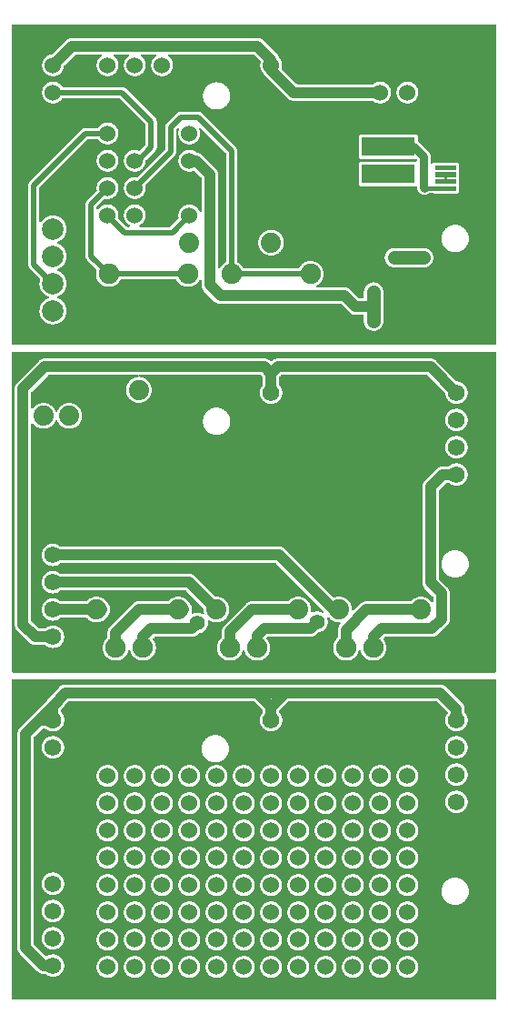
<source format=gtl>
G04 Layer: TopLayer*
G04 EasyEDA v6.2.46, 2019-12-24T13:35:47+01:00*
G04 9af07930541e41a2aa19a6838659558f,f7dd187871414131b8e6a9aac608ee48,10*
G04 Gerber Generator version 0.2*
G04 Scale: 100 percent, Rotated: No, Reflected: No *
G04 Dimensions in millimeters *
G04 leading zeros omitted , absolute positions ,3 integer and 3 decimal *
%FSLAX33Y33*%
%MOMM*%
G90*
G71D02*

%ADD10C,0.254000*%
%ADD11C,1.016000*%
%ADD12C,0.762000*%
%ADD13C,0.381000*%
%ADD14C,0.508000*%
%ADD15C,1.422400*%
%ADD17C,1.524000*%
%ADD18R,1.524000X1.524000*%
%ADD19R,1.905000X1.905000*%
%ADD20C,1.905000*%
%ADD21C,1.879600*%
%ADD22C,1.299997*%
%ADD23R,4.999990X1.799996*%
%ADD24R,1.574800X1.574800*%
%ADD25C,1.574800*%
%ADD26R,1.599997X1.599997*%
%ADD27C,1.599997*%
%ADD28C,1.999996*%
%ADD29R,1.999996X1.999996*%
%ADD30R,1.879600X1.879600*%

%LPD*%
G36*
G01X44980Y68453D02*
G01X104Y68453D01*
G01X89Y68451D01*
G01X75Y68448D01*
G01X61Y68443D01*
G01X49Y68436D01*
G01X37Y68428D01*
G01X27Y68417D01*
G01X18Y68406D01*
G01X11Y68393D01*
G01X6Y68380D01*
G01X3Y68365D01*
G01X2Y68351D01*
G01X2Y62476D01*
G01X12Y38671D01*
G01X13Y38657D01*
G01X16Y38642D01*
G01X21Y38629D01*
G01X28Y38616D01*
G01X37Y38604D01*
G01X47Y38594D01*
G01X59Y38586D01*
G01X72Y38579D01*
G01X85Y38574D01*
G01X99Y38570D01*
G01X114Y38569D01*
G01X44980Y38569D01*
G01X44995Y38570D01*
G01X45009Y38574D01*
G01X45023Y38579D01*
G01X45035Y38586D01*
G01X45047Y38594D01*
G01X45057Y38604D01*
G01X45066Y38616D01*
G01X45073Y38629D01*
G01X45078Y38642D01*
G01X45081Y38657D01*
G01X45082Y38671D01*
G01X45082Y68351D01*
G01X45081Y68365D01*
G01X45078Y68380D01*
G01X45073Y68393D01*
G01X45066Y68406D01*
G01X45057Y68417D01*
G01X45047Y68428D01*
G01X45035Y68436D01*
G01X45023Y68443D01*
G01X45009Y68448D01*
G01X44995Y68451D01*
G01X44980Y68453D01*
G37*

%LPC*%
G36*
G01X23495Y67820D02*
G01X3048Y67820D01*
G01X3007Y67819D01*
G01X2968Y67816D01*
G01X2928Y67811D01*
G01X2889Y67803D01*
G01X2850Y67794D01*
G01X2811Y67783D01*
G01X2774Y67769D01*
G01X2737Y67754D01*
G01X2700Y67737D01*
G01X2665Y67718D01*
G01X2631Y67697D01*
G01X2598Y67674D01*
G01X2566Y67650D01*
G01X2536Y67624D01*
G01X2507Y67596D01*
G01X475Y65564D01*
G01X447Y65535D01*
G01X421Y65505D01*
G01X397Y65473D01*
G01X374Y65440D01*
G01X353Y65406D01*
G01X334Y65371D01*
G01X317Y65334D01*
G01X302Y65297D01*
G01X288Y65260D01*
G01X277Y65221D01*
G01X268Y65182D01*
G01X260Y65143D01*
G01X255Y65103D01*
G01X252Y65064D01*
G01X251Y65024D01*
G01X251Y43053D01*
G01X252Y43012D01*
G01X255Y42973D01*
G01X260Y42933D01*
G01X268Y42894D01*
G01X277Y42855D01*
G01X288Y42816D01*
G01X302Y42779D01*
G01X317Y42742D01*
G01X334Y42705D01*
G01X353Y42670D01*
G01X374Y42636D01*
G01X397Y42603D01*
G01X421Y42571D01*
G01X447Y42541D01*
G01X475Y42512D01*
G01X1618Y41369D01*
G01X1647Y41341D01*
G01X1677Y41315D01*
G01X1709Y41291D01*
G01X1742Y41268D01*
G01X1776Y41247D01*
G01X1811Y41228D01*
G01X1848Y41211D01*
G01X1885Y41196D01*
G01X1922Y41182D01*
G01X1961Y41171D01*
G01X2000Y41162D01*
G01X2039Y41154D01*
G01X2079Y41149D01*
G01X2118Y41146D01*
G01X2159Y41145D01*
G01X3060Y41145D01*
G01X3074Y41144D01*
G01X3088Y41141D01*
G01X3102Y41136D01*
G01X3115Y41129D01*
G01X3126Y41120D01*
G01X3162Y41091D01*
G01X3199Y41062D01*
G01X3238Y41036D01*
G01X3277Y41011D01*
G01X3318Y40989D01*
G01X3359Y40968D01*
G01X3402Y40949D01*
G01X3445Y40931D01*
G01X3489Y40916D01*
G01X3534Y40903D01*
G01X3579Y40891D01*
G01X3624Y40882D01*
G01X3670Y40875D01*
G01X3717Y40870D01*
G01X3763Y40867D01*
G01X3810Y40866D01*
G01X3856Y40867D01*
G01X3903Y40870D01*
G01X3950Y40875D01*
G01X3996Y40882D01*
G01X4042Y40892D01*
G01X4087Y40903D01*
G01X4132Y40917D01*
G01X4176Y40932D01*
G01X4220Y40950D01*
G01X4262Y40969D01*
G01X4304Y40990D01*
G01X4345Y41013D01*
G01X4385Y41038D01*
G01X4423Y41065D01*
G01X4460Y41093D01*
G01X4496Y41123D01*
G01X4531Y41155D01*
G01X4564Y41188D01*
G01X4596Y41223D01*
G01X4626Y41259D01*
G01X4654Y41296D01*
G01X4681Y41334D01*
G01X4706Y41374D01*
G01X4729Y41415D01*
G01X4750Y41457D01*
G01X4769Y41499D01*
G01X4787Y41543D01*
G01X4802Y41587D01*
G01X4816Y41632D01*
G01X4827Y41677D01*
G01X4837Y41723D01*
G01X4844Y41769D01*
G01X4849Y41816D01*
G01X4852Y41863D01*
G01X4853Y41909D01*
G01X4853Y41910D01*
G01X4852Y41956D01*
G01X4849Y42003D01*
G01X4844Y42050D01*
G01X4837Y42096D01*
G01X4827Y42142D01*
G01X4816Y42187D01*
G01X4802Y42232D01*
G01X4787Y42276D01*
G01X4769Y42320D01*
G01X4750Y42362D01*
G01X4729Y42404D01*
G01X4706Y42445D01*
G01X4681Y42485D01*
G01X4654Y42523D01*
G01X4626Y42560D01*
G01X4596Y42596D01*
G01X4564Y42631D01*
G01X4531Y42664D01*
G01X4496Y42696D01*
G01X4460Y42726D01*
G01X4423Y42754D01*
G01X4385Y42781D01*
G01X4345Y42806D01*
G01X4304Y42829D01*
G01X4262Y42850D01*
G01X4220Y42869D01*
G01X4176Y42887D01*
G01X4132Y42902D01*
G01X4087Y42916D01*
G01X4042Y42927D01*
G01X3996Y42937D01*
G01X3950Y42944D01*
G01X3903Y42949D01*
G01X3856Y42952D01*
G01X3810Y42953D01*
G01X3763Y42952D01*
G01X3717Y42949D01*
G01X3670Y42944D01*
G01X3624Y42937D01*
G01X3579Y42928D01*
G01X3534Y42916D01*
G01X3489Y42903D01*
G01X3445Y42888D01*
G01X3402Y42870D01*
G01X3359Y42851D01*
G01X3318Y42830D01*
G01X3277Y42808D01*
G01X3238Y42783D01*
G01X3199Y42757D01*
G01X3162Y42728D01*
G01X3126Y42699D01*
G01X3115Y42690D01*
G01X3102Y42683D01*
G01X3088Y42678D01*
G01X3074Y42675D01*
G01X3060Y42674D01*
G01X2517Y42674D01*
G01X2501Y42675D01*
G01X2486Y42679D01*
G01X2471Y42685D01*
G01X2458Y42693D01*
G01X2445Y42704D01*
G01X1810Y43339D01*
G01X1799Y43352D01*
G01X1791Y43365D01*
G01X1785Y43380D01*
G01X1781Y43395D01*
G01X1780Y43411D01*
G01X1780Y61705D01*
G01X1781Y61720D01*
G01X1784Y61734D01*
G01X1789Y61748D01*
G01X1796Y61760D01*
G01X1805Y61772D01*
G01X1815Y61782D01*
G01X1827Y61791D01*
G01X1839Y61798D01*
G01X1853Y61803D01*
G01X1867Y61806D01*
G01X1882Y61807D01*
G01X1897Y61806D01*
G01X1913Y61802D01*
G01X1927Y61796D01*
G01X1941Y61788D01*
G01X1953Y61778D01*
G01X1963Y61766D01*
G01X1994Y61727D01*
G01X2027Y61688D01*
G01X2061Y61651D01*
G01X2097Y61616D01*
G01X2134Y61582D01*
G01X2173Y61549D01*
G01X2213Y61519D01*
G01X2254Y61490D01*
G01X2297Y61463D01*
G01X2340Y61437D01*
G01X2385Y61414D01*
G01X2431Y61392D01*
G01X2477Y61372D01*
G01X2524Y61355D01*
G01X2572Y61339D01*
G01X2621Y61325D01*
G01X2670Y61314D01*
G01X2720Y61304D01*
G01X2770Y61297D01*
G01X2820Y61291D01*
G01X2870Y61288D01*
G01X2921Y61287D01*
G01X2971Y61288D01*
G01X3022Y61292D01*
G01X3073Y61297D01*
G01X3123Y61304D01*
G01X3173Y61314D01*
G01X3223Y61326D01*
G01X3272Y61340D01*
G01X3320Y61356D01*
G01X3368Y61374D01*
G01X3415Y61394D01*
G01X3461Y61416D01*
G01X3506Y61440D01*
G01X3550Y61466D01*
G01X3593Y61494D01*
G01X3634Y61523D01*
G01X3674Y61555D01*
G01X3713Y61588D01*
G01X3751Y61622D01*
G01X3787Y61658D01*
G01X3821Y61696D01*
G01X3854Y61735D01*
G01X3885Y61776D01*
G01X3914Y61817D01*
G01X3942Y61860D01*
G01X3967Y61904D01*
G01X3991Y61949D01*
G01X4013Y61995D01*
G01X4033Y62042D01*
G01X4039Y62056D01*
G01X4048Y62069D01*
G01X4058Y62080D01*
G01X4070Y62089D01*
G01X4083Y62097D01*
G01X4097Y62102D01*
G01X4112Y62105D01*
G01X4127Y62107D01*
G01X4142Y62105D01*
G01X4157Y62102D01*
G01X4171Y62097D01*
G01X4184Y62089D01*
G01X4196Y62080D01*
G01X4206Y62069D01*
G01X4215Y62056D01*
G01X4221Y62042D01*
G01X4241Y61995D01*
G01X4263Y61949D01*
G01X4287Y61904D01*
G01X4312Y61860D01*
G01X4340Y61817D01*
G01X4369Y61776D01*
G01X4400Y61735D01*
G01X4433Y61696D01*
G01X4467Y61658D01*
G01X4503Y61622D01*
G01X4541Y61588D01*
G01X4580Y61555D01*
G01X4620Y61523D01*
G01X4661Y61494D01*
G01X4704Y61466D01*
G01X4748Y61440D01*
G01X4793Y61416D01*
G01X4839Y61394D01*
G01X4886Y61374D01*
G01X4934Y61356D01*
G01X4982Y61340D01*
G01X5031Y61326D01*
G01X5081Y61314D01*
G01X5131Y61304D01*
G01X5181Y61297D01*
G01X5232Y61292D01*
G01X5283Y61288D01*
G01X5334Y61287D01*
G01X5383Y61288D01*
G01X5432Y61291D01*
G01X5481Y61296D01*
G01X5530Y61303D01*
G01X5579Y61313D01*
G01X5627Y61324D01*
G01X5675Y61337D01*
G01X5722Y61352D01*
G01X5768Y61369D01*
G01X5814Y61388D01*
G01X5859Y61409D01*
G01X5903Y61431D01*
G01X5946Y61456D01*
G01X5988Y61482D01*
G01X6029Y61510D01*
G01X6068Y61539D01*
G01X6107Y61571D01*
G01X6144Y61603D01*
G01X6214Y61673D01*
G01X6246Y61710D01*
G01X6278Y61749D01*
G01X6307Y61788D01*
G01X6335Y61829D01*
G01X6361Y61871D01*
G01X6386Y61914D01*
G01X6408Y61958D01*
G01X6429Y62003D01*
G01X6448Y62049D01*
G01X6465Y62095D01*
G01X6480Y62142D01*
G01X6493Y62190D01*
G01X6504Y62238D01*
G01X6514Y62287D01*
G01X6521Y62336D01*
G01X6526Y62385D01*
G01X6529Y62434D01*
G01X6530Y62484D01*
G01X6529Y62533D01*
G01X6526Y62582D01*
G01X6521Y62631D01*
G01X6514Y62680D01*
G01X6504Y62729D01*
G01X6493Y62777D01*
G01X6480Y62825D01*
G01X6465Y62872D01*
G01X6448Y62918D01*
G01X6429Y62964D01*
G01X6408Y63009D01*
G01X6386Y63053D01*
G01X6361Y63096D01*
G01X6335Y63138D01*
G01X6307Y63179D01*
G01X6278Y63218D01*
G01X6246Y63257D01*
G01X6214Y63294D01*
G01X6144Y63364D01*
G01X6107Y63396D01*
G01X6068Y63428D01*
G01X6029Y63457D01*
G01X5988Y63485D01*
G01X5946Y63511D01*
G01X5903Y63536D01*
G01X5859Y63558D01*
G01X5814Y63579D01*
G01X5768Y63598D01*
G01X5722Y63615D01*
G01X5675Y63630D01*
G01X5627Y63643D01*
G01X5579Y63654D01*
G01X5530Y63664D01*
G01X5481Y63671D01*
G01X5432Y63676D01*
G01X5383Y63679D01*
G01X5334Y63680D01*
G01X5283Y63679D01*
G01X5232Y63675D01*
G01X5181Y63670D01*
G01X5131Y63663D01*
G01X5081Y63653D01*
G01X5031Y63641D01*
G01X4982Y63627D01*
G01X4934Y63611D01*
G01X4886Y63593D01*
G01X4839Y63573D01*
G01X4793Y63551D01*
G01X4748Y63527D01*
G01X4704Y63501D01*
G01X4661Y63473D01*
G01X4620Y63444D01*
G01X4580Y63412D01*
G01X4541Y63379D01*
G01X4503Y63345D01*
G01X4467Y63309D01*
G01X4433Y63271D01*
G01X4400Y63232D01*
G01X4369Y63191D01*
G01X4340Y63150D01*
G01X4312Y63107D01*
G01X4287Y63063D01*
G01X4263Y63018D01*
G01X4241Y62972D01*
G01X4221Y62925D01*
G01X4215Y62911D01*
G01X4206Y62898D01*
G01X4196Y62887D01*
G01X4184Y62878D01*
G01X4171Y62870D01*
G01X4157Y62865D01*
G01X4142Y62862D01*
G01X4127Y62860D01*
G01X4112Y62862D01*
G01X4097Y62865D01*
G01X4083Y62870D01*
G01X4070Y62878D01*
G01X4058Y62887D01*
G01X4048Y62898D01*
G01X4039Y62911D01*
G01X4033Y62925D01*
G01X4013Y62972D01*
G01X3991Y63018D01*
G01X3967Y63063D01*
G01X3942Y63107D01*
G01X3914Y63150D01*
G01X3885Y63191D01*
G01X3854Y63232D01*
G01X3821Y63271D01*
G01X3787Y63309D01*
G01X3751Y63345D01*
G01X3713Y63379D01*
G01X3674Y63412D01*
G01X3634Y63444D01*
G01X3593Y63473D01*
G01X3550Y63501D01*
G01X3506Y63527D01*
G01X3461Y63551D01*
G01X3415Y63573D01*
G01X3368Y63593D01*
G01X3320Y63611D01*
G01X3272Y63627D01*
G01X3223Y63641D01*
G01X3173Y63653D01*
G01X3123Y63663D01*
G01X3073Y63670D01*
G01X3022Y63675D01*
G01X2971Y63679D01*
G01X2921Y63680D01*
G01X2870Y63679D01*
G01X2820Y63676D01*
G01X2770Y63670D01*
G01X2720Y63663D01*
G01X2670Y63653D01*
G01X2621Y63642D01*
G01X2572Y63628D01*
G01X2524Y63612D01*
G01X2477Y63595D01*
G01X2431Y63575D01*
G01X2385Y63553D01*
G01X2340Y63530D01*
G01X2297Y63504D01*
G01X2254Y63477D01*
G01X2213Y63448D01*
G01X2173Y63418D01*
G01X2134Y63385D01*
G01X2097Y63351D01*
G01X2061Y63316D01*
G01X2027Y63279D01*
G01X1994Y63240D01*
G01X1963Y63201D01*
G01X1953Y63189D01*
G01X1941Y63179D01*
G01X1927Y63171D01*
G01X1913Y63165D01*
G01X1897Y63161D01*
G01X1882Y63160D01*
G01X1867Y63161D01*
G01X1853Y63164D01*
G01X1839Y63169D01*
G01X1827Y63176D01*
G01X1815Y63185D01*
G01X1805Y63195D01*
G01X1796Y63207D01*
G01X1789Y63219D01*
G01X1784Y63233D01*
G01X1781Y63247D01*
G01X1780Y63262D01*
G01X1780Y64665D01*
G01X1781Y64681D01*
G01X1785Y64696D01*
G01X1791Y64711D01*
G01X1799Y64724D01*
G01X1810Y64737D01*
G01X3334Y66261D01*
G01X3347Y66272D01*
G01X3360Y66280D01*
G01X3375Y66286D01*
G01X3390Y66290D01*
G01X3406Y66291D01*
G01X11696Y66291D01*
G01X11710Y66290D01*
G01X11724Y66287D01*
G01X11738Y66282D01*
G01X11751Y66275D01*
G01X11762Y66266D01*
G01X11773Y66256D01*
G01X11781Y66244D01*
G01X11788Y66232D01*
G01X11793Y66218D01*
G01X11796Y66204D01*
G01X11797Y66189D01*
G01X11796Y66174D01*
G01X11793Y66160D01*
G01X11787Y66146D01*
G01X11780Y66133D01*
G01X11771Y66121D01*
G01X11760Y66110D01*
G01X11747Y66102D01*
G01X11734Y66095D01*
G01X11720Y66091D01*
G01X11705Y66088D01*
G01X11654Y66083D01*
G01X11604Y66075D01*
G01X11555Y66065D01*
G01X11505Y66053D01*
G01X11457Y66039D01*
G01X11409Y66023D01*
G01X11361Y66005D01*
G01X11315Y65985D01*
G01X11269Y65963D01*
G01X11224Y65939D01*
G01X11181Y65914D01*
G01X11138Y65886D01*
G01X11097Y65857D01*
G01X11057Y65826D01*
G01X11018Y65793D01*
G01X10981Y65759D01*
G01X10945Y65723D01*
G01X10911Y65685D01*
G01X10878Y65647D01*
G01X10818Y65565D01*
G01X10791Y65522D01*
G01X10765Y65479D01*
G01X10742Y65434D01*
G01X10720Y65388D01*
G01X10700Y65342D01*
G01X10682Y65294D01*
G01X10666Y65246D01*
G01X10653Y65197D01*
G01X10641Y65148D01*
G01X10631Y65098D01*
G01X10624Y65048D01*
G01X10618Y64998D01*
G01X10615Y64947D01*
G01X10614Y64897D01*
G01X10615Y64847D01*
G01X10618Y64798D01*
G01X10623Y64749D01*
G01X10630Y64700D01*
G01X10640Y64651D01*
G01X10651Y64603D01*
G01X10664Y64555D01*
G01X10679Y64508D01*
G01X10696Y64462D01*
G01X10715Y64416D01*
G01X10736Y64371D01*
G01X10758Y64327D01*
G01X10783Y64284D01*
G01X10809Y64242D01*
G01X10837Y64201D01*
G01X10866Y64162D01*
G01X10898Y64123D01*
G01X10930Y64086D01*
G01X11000Y64016D01*
G01X11037Y63984D01*
G01X11076Y63952D01*
G01X11115Y63923D01*
G01X11156Y63895D01*
G01X11198Y63869D01*
G01X11241Y63844D01*
G01X11285Y63822D01*
G01X11330Y63801D01*
G01X11376Y63782D01*
G01X11422Y63765D01*
G01X11469Y63750D01*
G01X11517Y63737D01*
G01X11565Y63726D01*
G01X11614Y63716D01*
G01X11663Y63709D01*
G01X11712Y63704D01*
G01X11761Y63701D01*
G01X11811Y63700D01*
G01X11860Y63701D01*
G01X11909Y63704D01*
G01X11958Y63709D01*
G01X12007Y63716D01*
G01X12056Y63726D01*
G01X12104Y63737D01*
G01X12152Y63750D01*
G01X12199Y63765D01*
G01X12245Y63782D01*
G01X12291Y63801D01*
G01X12336Y63822D01*
G01X12380Y63844D01*
G01X12423Y63869D01*
G01X12465Y63895D01*
G01X12506Y63923D01*
G01X12545Y63952D01*
G01X12584Y63984D01*
G01X12621Y64016D01*
G01X12691Y64086D01*
G01X12723Y64123D01*
G01X12755Y64162D01*
G01X12784Y64201D01*
G01X12812Y64242D01*
G01X12838Y64284D01*
G01X12863Y64327D01*
G01X12885Y64371D01*
G01X12906Y64416D01*
G01X12925Y64462D01*
G01X12942Y64508D01*
G01X12957Y64555D01*
G01X12970Y64603D01*
G01X12981Y64651D01*
G01X12991Y64700D01*
G01X12998Y64749D01*
G01X13003Y64798D01*
G01X13006Y64847D01*
G01X13007Y64897D01*
G01X13006Y64947D01*
G01X13003Y64998D01*
G01X12997Y65048D01*
G01X12990Y65098D01*
G01X12980Y65148D01*
G01X12968Y65197D01*
G01X12955Y65246D01*
G01X12939Y65294D01*
G01X12921Y65342D01*
G01X12901Y65388D01*
G01X12879Y65434D01*
G01X12856Y65479D01*
G01X12830Y65522D01*
G01X12803Y65565D01*
G01X12743Y65647D01*
G01X12710Y65685D01*
G01X12676Y65723D01*
G01X12640Y65759D01*
G01X12603Y65793D01*
G01X12564Y65826D01*
G01X12524Y65857D01*
G01X12483Y65886D01*
G01X12440Y65914D01*
G01X12397Y65939D01*
G01X12352Y65963D01*
G01X12306Y65985D01*
G01X12260Y66005D01*
G01X12212Y66023D01*
G01X12164Y66039D01*
G01X12116Y66053D01*
G01X12066Y66065D01*
G01X12017Y66075D01*
G01X11967Y66083D01*
G01X11916Y66088D01*
G01X11901Y66091D01*
G01X11887Y66095D01*
G01X11874Y66102D01*
G01X11861Y66110D01*
G01X11850Y66121D01*
G01X11841Y66133D01*
G01X11834Y66146D01*
G01X11828Y66160D01*
G01X11825Y66174D01*
G01X11824Y66189D01*
G01X11825Y66204D01*
G01X11828Y66218D01*
G01X11833Y66232D01*
G01X11840Y66244D01*
G01X11848Y66256D01*
G01X11859Y66266D01*
G01X11870Y66275D01*
G01X11883Y66282D01*
G01X11897Y66287D01*
G01X11911Y66290D01*
G01X11925Y66291D01*
G01X23136Y66291D01*
G01X23152Y66290D01*
G01X23167Y66286D01*
G01X23182Y66280D01*
G01X23195Y66272D01*
G01X23208Y66261D01*
G01X23335Y66134D01*
G01X23346Y66121D01*
G01X23354Y66108D01*
G01X23360Y66093D01*
G01X23364Y66078D01*
G01X23365Y66062D01*
G01X23365Y65392D01*
G01X23364Y65378D01*
G01X23361Y65364D01*
G01X23356Y65350D01*
G01X23349Y65337D01*
G01X23340Y65326D01*
G01X23311Y65290D01*
G01X23282Y65253D01*
G01X23256Y65214D01*
G01X23231Y65175D01*
G01X23209Y65134D01*
G01X23188Y65093D01*
G01X23169Y65050D01*
G01X23151Y65007D01*
G01X23136Y64963D01*
G01X23123Y64918D01*
G01X23111Y64873D01*
G01X23102Y64828D01*
G01X23095Y64782D01*
G01X23090Y64735D01*
G01X23087Y64689D01*
G01X23086Y64643D01*
G01X23086Y64642D01*
G01X23087Y64596D01*
G01X23090Y64549D01*
G01X23095Y64502D01*
G01X23102Y64456D01*
G01X23112Y64410D01*
G01X23123Y64365D01*
G01X23137Y64320D01*
G01X23152Y64276D01*
G01X23170Y64232D01*
G01X23189Y64190D01*
G01X23210Y64148D01*
G01X23233Y64107D01*
G01X23258Y64067D01*
G01X23285Y64029D01*
G01X23313Y63992D01*
G01X23343Y63956D01*
G01X23375Y63921D01*
G01X23408Y63888D01*
G01X23443Y63856D01*
G01X23479Y63826D01*
G01X23516Y63798D01*
G01X23554Y63771D01*
G01X23594Y63746D01*
G01X23635Y63723D01*
G01X23677Y63702D01*
G01X23719Y63683D01*
G01X23763Y63665D01*
G01X23807Y63650D01*
G01X23852Y63636D01*
G01X23897Y63625D01*
G01X23943Y63615D01*
G01X23989Y63608D01*
G01X24036Y63603D01*
G01X24083Y63600D01*
G01X24130Y63599D01*
G01X24176Y63600D01*
G01X24223Y63603D01*
G01X24270Y63608D01*
G01X24316Y63615D01*
G01X24362Y63625D01*
G01X24407Y63636D01*
G01X24452Y63650D01*
G01X24496Y63665D01*
G01X24540Y63683D01*
G01X24582Y63702D01*
G01X24624Y63723D01*
G01X24665Y63746D01*
G01X24705Y63771D01*
G01X24743Y63798D01*
G01X24780Y63826D01*
G01X24816Y63856D01*
G01X24851Y63888D01*
G01X24884Y63921D01*
G01X24916Y63956D01*
G01X24946Y63992D01*
G01X24974Y64029D01*
G01X25001Y64067D01*
G01X25026Y64107D01*
G01X25049Y64148D01*
G01X25070Y64190D01*
G01X25089Y64232D01*
G01X25107Y64276D01*
G01X25122Y64320D01*
G01X25136Y64365D01*
G01X25147Y64410D01*
G01X25157Y64456D01*
G01X25164Y64502D01*
G01X25169Y64549D01*
G01X25172Y64596D01*
G01X25173Y64642D01*
G01X25172Y64689D01*
G01X25169Y64735D01*
G01X25164Y64782D01*
G01X25157Y64828D01*
G01X25148Y64873D01*
G01X25136Y64918D01*
G01X25123Y64963D01*
G01X25108Y65007D01*
G01X25090Y65050D01*
G01X25071Y65093D01*
G01X25050Y65134D01*
G01X25028Y65175D01*
G01X25003Y65214D01*
G01X24977Y65253D01*
G01X24948Y65290D01*
G01X24919Y65326D01*
G01X24910Y65337D01*
G01X24903Y65350D01*
G01X24898Y65364D01*
G01X24895Y65378D01*
G01X24894Y65392D01*
G01X24894Y66070D01*
G01X24895Y66086D01*
G01X24899Y66101D01*
G01X24905Y66115D01*
G01X24913Y66129D01*
G01X24923Y66141D01*
G01X25038Y66260D01*
G01X25050Y66271D01*
G01X25064Y66279D01*
G01X25079Y66286D01*
G01X25095Y66290D01*
G01X25111Y66291D01*
G01X38630Y66291D01*
G01X38646Y66290D01*
G01X38661Y66286D01*
G01X38676Y66280D01*
G01X38689Y66272D01*
G01X38702Y66261D01*
G01X40331Y64632D01*
G01X40340Y64621D01*
G01X40348Y64609D01*
G01X40354Y64596D01*
G01X40358Y64582D01*
G01X40360Y64567D01*
G01X40365Y64520D01*
G01X40371Y64473D01*
G01X40380Y64427D01*
G01X40391Y64381D01*
G01X40404Y64335D01*
G01X40419Y64290D01*
G01X40436Y64246D01*
G01X40455Y64202D01*
G01X40476Y64160D01*
G01X40499Y64118D01*
G01X40523Y64078D01*
G01X40550Y64039D01*
G01X40578Y64000D01*
G01X40608Y63964D01*
G01X40640Y63928D01*
G01X40673Y63895D01*
G01X40708Y63862D01*
G01X40744Y63832D01*
G01X40782Y63803D01*
G01X40820Y63775D01*
G01X40860Y63750D01*
G01X40901Y63726D01*
G01X40943Y63704D01*
G01X40987Y63685D01*
G01X41030Y63667D01*
G01X41075Y63651D01*
G01X41121Y63637D01*
G01X41166Y63625D01*
G01X41213Y63616D01*
G01X41260Y63608D01*
G01X41307Y63603D01*
G01X41354Y63600D01*
G01X41402Y63599D01*
G01X41448Y63600D01*
G01X41495Y63603D01*
G01X41542Y63608D01*
G01X41588Y63615D01*
G01X41634Y63625D01*
G01X41679Y63636D01*
G01X41724Y63650D01*
G01X41768Y63665D01*
G01X41812Y63683D01*
G01X41854Y63702D01*
G01X41896Y63723D01*
G01X41937Y63746D01*
G01X41977Y63771D01*
G01X42015Y63798D01*
G01X42052Y63826D01*
G01X42088Y63856D01*
G01X42123Y63888D01*
G01X42156Y63921D01*
G01X42188Y63956D01*
G01X42218Y63992D01*
G01X42246Y64029D01*
G01X42273Y64067D01*
G01X42298Y64107D01*
G01X42321Y64148D01*
G01X42342Y64190D01*
G01X42361Y64232D01*
G01X42379Y64276D01*
G01X42394Y64320D01*
G01X42408Y64365D01*
G01X42419Y64410D01*
G01X42429Y64456D01*
G01X42436Y64502D01*
G01X42441Y64549D01*
G01X42444Y64596D01*
G01X42445Y64642D01*
G01X42444Y64690D01*
G01X42441Y64737D01*
G01X42436Y64784D01*
G01X42428Y64831D01*
G01X42419Y64878D01*
G01X42407Y64923D01*
G01X42393Y64969D01*
G01X42377Y65014D01*
G01X42359Y65057D01*
G01X42340Y65101D01*
G01X42318Y65143D01*
G01X42294Y65184D01*
G01X42269Y65224D01*
G01X42241Y65262D01*
G01X42212Y65300D01*
G01X42182Y65336D01*
G01X42149Y65371D01*
G01X42116Y65404D01*
G01X42080Y65436D01*
G01X42044Y65466D01*
G01X42005Y65494D01*
G01X41966Y65521D01*
G01X41926Y65545D01*
G01X41884Y65568D01*
G01X41842Y65589D01*
G01X41798Y65608D01*
G01X41754Y65625D01*
G01X41709Y65640D01*
G01X41663Y65653D01*
G01X41617Y65664D01*
G01X41571Y65673D01*
G01X41524Y65679D01*
G01X41477Y65684D01*
G01X41462Y65686D01*
G01X41448Y65690D01*
G01X41435Y65696D01*
G01X41423Y65704D01*
G01X41412Y65713D01*
G01X39529Y67596D01*
G01X39500Y67624D01*
G01X39470Y67650D01*
G01X39438Y67674D01*
G01X39405Y67697D01*
G01X39371Y67718D01*
G01X39336Y67737D01*
G01X39299Y67754D01*
G01X39262Y67769D01*
G01X39225Y67783D01*
G01X39186Y67794D01*
G01X39147Y67803D01*
G01X39108Y67811D01*
G01X39068Y67816D01*
G01X39029Y67819D01*
G01X38989Y67820D01*
G01X24744Y67820D01*
G01X24703Y67819D01*
G01X24663Y67816D01*
G01X24622Y67810D01*
G01X24582Y67803D01*
G01X24542Y67793D01*
G01X24503Y67781D01*
G01X24465Y67767D01*
G01X24427Y67751D01*
G01X24390Y67733D01*
G01X24355Y67713D01*
G01X24320Y67692D01*
G01X24287Y67668D01*
G01X24255Y67643D01*
G01X24224Y67616D01*
G01X24195Y67587D01*
G01X24192Y67585D01*
G01X24180Y67574D01*
G01X24166Y67565D01*
G01X24151Y67559D01*
G01X24136Y67555D01*
G01X24119Y67554D01*
G01X24104Y67555D01*
G01X24088Y67559D01*
G01X24073Y67565D01*
G01X24060Y67573D01*
G01X24048Y67584D01*
G01X24035Y67596D01*
G01X24006Y67624D01*
G01X23976Y67650D01*
G01X23944Y67674D01*
G01X23911Y67697D01*
G01X23877Y67718D01*
G01X23842Y67737D01*
G01X23805Y67754D01*
G01X23768Y67769D01*
G01X23731Y67783D01*
G01X23692Y67794D01*
G01X23653Y67803D01*
G01X23614Y67811D01*
G01X23574Y67816D01*
G01X23535Y67819D01*
G01X23495Y67820D01*
G37*
G36*
G01X41448Y58065D02*
G01X41402Y58066D01*
G01X41355Y58065D01*
G01X41309Y58062D01*
G01X41262Y58057D01*
G01X41216Y58050D01*
G01X41171Y58041D01*
G01X41126Y58029D01*
G01X41081Y58016D01*
G01X41037Y58001D01*
G01X40994Y57983D01*
G01X40951Y57964D01*
G01X40910Y57943D01*
G01X40869Y57921D01*
G01X40830Y57896D01*
G01X40791Y57870D01*
G01X40754Y57841D01*
G01X40718Y57812D01*
G01X40707Y57803D01*
G01X40694Y57796D01*
G01X40680Y57791D01*
G01X40666Y57788D01*
G01X40652Y57787D01*
G01X40132Y57787D01*
G01X40091Y57786D01*
G01X40052Y57783D01*
G01X40012Y57778D01*
G01X39973Y57770D01*
G01X39934Y57761D01*
G01X39895Y57750D01*
G01X39858Y57736D01*
G01X39821Y57721D01*
G01X39784Y57704D01*
G01X39749Y57685D01*
G01X39715Y57664D01*
G01X39682Y57641D01*
G01X39650Y57617D01*
G01X39620Y57591D01*
G01X39591Y57563D01*
G01X38448Y56420D01*
G01X38420Y56391D01*
G01X38394Y56361D01*
G01X38370Y56329D01*
G01X38347Y56296D01*
G01X38326Y56262D01*
G01X38307Y56227D01*
G01X38290Y56190D01*
G01X38275Y56153D01*
G01X38261Y56116D01*
G01X38250Y56077D01*
G01X38241Y56038D01*
G01X38233Y55999D01*
G01X38228Y55959D01*
G01X38225Y55920D01*
G01X38224Y55880D01*
G01X38224Y46990D01*
G01X38225Y46949D01*
G01X38228Y46910D01*
G01X38233Y46870D01*
G01X38241Y46831D01*
G01X38250Y46792D01*
G01X38261Y46753D01*
G01X38275Y46716D01*
G01X38290Y46679D01*
G01X38307Y46642D01*
G01X38326Y46607D01*
G01X38347Y46573D01*
G01X38370Y46540D01*
G01X38394Y46508D01*
G01X38420Y46478D01*
G01X38448Y46449D01*
G01X39210Y45687D01*
G01X39221Y45674D01*
G01X39229Y45661D01*
G01X39235Y45646D01*
G01X39239Y45631D01*
G01X39240Y45615D01*
G01X39240Y45228D01*
G01X39239Y45213D01*
G01X39236Y45199D01*
G01X39231Y45185D01*
G01X39224Y45173D01*
G01X39215Y45161D01*
G01X39205Y45151D01*
G01X39193Y45142D01*
G01X39181Y45135D01*
G01X39167Y45130D01*
G01X39153Y45127D01*
G01X39138Y45126D01*
G01X39123Y45127D01*
G01X39107Y45131D01*
G01X39093Y45137D01*
G01X39079Y45145D01*
G01X39067Y45155D01*
G01X39057Y45167D01*
G01X39026Y45206D01*
G01X38993Y45245D01*
G01X38959Y45282D01*
G01X38923Y45317D01*
G01X38886Y45351D01*
G01X38847Y45384D01*
G01X38807Y45414D01*
G01X38766Y45443D01*
G01X38723Y45470D01*
G01X38680Y45496D01*
G01X38635Y45519D01*
G01X38589Y45541D01*
G01X38543Y45561D01*
G01X38496Y45578D01*
G01X38448Y45594D01*
G01X38399Y45608D01*
G01X38350Y45619D01*
G01X38300Y45629D01*
G01X38250Y45636D01*
G01X38200Y45642D01*
G01X38150Y45645D01*
G01X38100Y45646D01*
G01X38049Y45645D01*
G01X37999Y45642D01*
G01X37949Y45636D01*
G01X37899Y45629D01*
G01X37850Y45620D01*
G01X37801Y45608D01*
G01X37753Y45594D01*
G01X37705Y45579D01*
G01X37658Y45561D01*
G01X37612Y45542D01*
G01X37566Y45520D01*
G01X37522Y45497D01*
G01X37478Y45472D01*
G01X37436Y45445D01*
G01X37395Y45416D01*
G01X37355Y45386D01*
G01X37316Y45354D01*
G01X37279Y45320D01*
G01X37243Y45285D01*
G01X37208Y45248D01*
G01X37196Y45236D01*
G01X37182Y45227D01*
G01X37166Y45220D01*
G01X37150Y45215D01*
G01X37133Y45214D01*
G01X33020Y45214D01*
G01X32979Y45213D01*
G01X32940Y45210D01*
G01X32900Y45205D01*
G01X32861Y45197D01*
G01X32822Y45188D01*
G01X32783Y45177D01*
G01X32746Y45163D01*
G01X32709Y45148D01*
G01X32672Y45131D01*
G01X32637Y45112D01*
G01X32603Y45091D01*
G01X32570Y45068D01*
G01X32538Y45044D01*
G01X32508Y45018D01*
G01X32479Y44990D01*
G01X31849Y44360D01*
G01X31837Y44350D01*
G01X31823Y44342D01*
G01X31809Y44336D01*
G01X31793Y44332D01*
G01X31777Y44331D01*
G01X31763Y44332D01*
G01X31749Y44335D01*
G01X31735Y44340D01*
G01X31722Y44347D01*
G01X31711Y44355D01*
G01X31701Y44366D01*
G01X31692Y44377D01*
G01X31685Y44390D01*
G01X31680Y44404D01*
G01X31677Y44418D01*
G01X31676Y44432D01*
G01X31676Y44450D01*
G01X31675Y44499D01*
G01X31672Y44548D01*
G01X31667Y44597D01*
G01X31660Y44646D01*
G01X31650Y44695D01*
G01X31639Y44743D01*
G01X31626Y44791D01*
G01X31611Y44838D01*
G01X31594Y44884D01*
G01X31575Y44930D01*
G01X31554Y44975D01*
G01X31532Y45019D01*
G01X31507Y45062D01*
G01X31481Y45104D01*
G01X31453Y45145D01*
G01X31424Y45184D01*
G01X31392Y45223D01*
G01X31360Y45260D01*
G01X31290Y45330D01*
G01X31253Y45362D01*
G01X31214Y45394D01*
G01X31175Y45423D01*
G01X31134Y45451D01*
G01X31092Y45477D01*
G01X31049Y45502D01*
G01X31005Y45524D01*
G01X30960Y45545D01*
G01X30914Y45564D01*
G01X30868Y45581D01*
G01X30821Y45596D01*
G01X30773Y45609D01*
G01X30725Y45620D01*
G01X30676Y45630D01*
G01X30627Y45637D01*
G01X30578Y45642D01*
G01X30529Y45645D01*
G01X30480Y45646D01*
G01X30428Y45645D01*
G01X30377Y45641D01*
G01X30327Y45636D01*
G01X30276Y45628D01*
G01X30226Y45619D01*
G01X30176Y45607D01*
G01X30127Y45593D01*
G01X30079Y45577D01*
G01X30031Y45559D01*
G01X30012Y45553D01*
G01X29993Y45551D01*
G01X29977Y45552D01*
G01X29962Y45556D01*
G01X29947Y45562D01*
G01X29933Y45571D01*
G01X29921Y45581D01*
G01X25432Y50070D01*
G01X25403Y50098D01*
G01X25373Y50124D01*
G01X25341Y50148D01*
G01X25308Y50171D01*
G01X25274Y50192D01*
G01X25239Y50211D01*
G01X25202Y50228D01*
G01X25165Y50243D01*
G01X25128Y50257D01*
G01X25089Y50268D01*
G01X25050Y50277D01*
G01X25011Y50285D01*
G01X24971Y50290D01*
G01X24932Y50293D01*
G01X24892Y50294D01*
G01X4559Y50294D01*
G01X4545Y50295D01*
G01X4531Y50298D01*
G01X4517Y50303D01*
G01X4504Y50310D01*
G01X4493Y50319D01*
G01X4457Y50348D01*
G01X4420Y50377D01*
G01X4381Y50403D01*
G01X4342Y50428D01*
G01X4301Y50450D01*
G01X4260Y50471D01*
G01X4217Y50490D01*
G01X4174Y50508D01*
G01X4130Y50523D01*
G01X4085Y50536D01*
G01X4040Y50548D01*
G01X3995Y50557D01*
G01X3949Y50564D01*
G01X3902Y50569D01*
G01X3856Y50572D01*
G01X3810Y50573D01*
G01X3809Y50573D01*
G01X3763Y50572D01*
G01X3716Y50569D01*
G01X3669Y50564D01*
G01X3623Y50557D01*
G01X3577Y50547D01*
G01X3532Y50536D01*
G01X3487Y50522D01*
G01X3443Y50507D01*
G01X3399Y50489D01*
G01X3357Y50470D01*
G01X3315Y50449D01*
G01X3274Y50426D01*
G01X3234Y50401D01*
G01X3196Y50374D01*
G01X3159Y50346D01*
G01X3123Y50316D01*
G01X3088Y50284D01*
G01X3055Y50251D01*
G01X3023Y50216D01*
G01X2993Y50180D01*
G01X2965Y50143D01*
G01X2938Y50105D01*
G01X2913Y50065D01*
G01X2890Y50024D01*
G01X2869Y49982D01*
G01X2850Y49940D01*
G01X2832Y49896D01*
G01X2817Y49852D01*
G01X2803Y49807D01*
G01X2792Y49762D01*
G01X2782Y49716D01*
G01X2775Y49670D01*
G01X2770Y49623D01*
G01X2767Y49576D01*
G01X2766Y49530D01*
G01X2766Y49529D01*
G01X2767Y49483D01*
G01X2770Y49436D01*
G01X2775Y49389D01*
G01X2782Y49343D01*
G01X2792Y49297D01*
G01X2803Y49252D01*
G01X2817Y49207D01*
G01X2832Y49163D01*
G01X2850Y49119D01*
G01X2869Y49077D01*
G01X2890Y49035D01*
G01X2913Y48994D01*
G01X2938Y48954D01*
G01X2965Y48916D01*
G01X2993Y48879D01*
G01X3023Y48843D01*
G01X3055Y48808D01*
G01X3088Y48775D01*
G01X3123Y48743D01*
G01X3159Y48713D01*
G01X3196Y48685D01*
G01X3234Y48658D01*
G01X3274Y48633D01*
G01X3315Y48610D01*
G01X3357Y48589D01*
G01X3399Y48570D01*
G01X3443Y48552D01*
G01X3487Y48537D01*
G01X3532Y48523D01*
G01X3577Y48512D01*
G01X3623Y48502D01*
G01X3669Y48495D01*
G01X3716Y48490D01*
G01X3763Y48487D01*
G01X3810Y48486D01*
G01X3856Y48487D01*
G01X3902Y48490D01*
G01X3949Y48495D01*
G01X3995Y48502D01*
G01X4040Y48511D01*
G01X4085Y48523D01*
G01X4130Y48536D01*
G01X4174Y48551D01*
G01X4217Y48569D01*
G01X4260Y48588D01*
G01X4301Y48609D01*
G01X4342Y48631D01*
G01X4381Y48656D01*
G01X4420Y48682D01*
G01X4457Y48711D01*
G01X4493Y48740D01*
G01X4504Y48749D01*
G01X4517Y48756D01*
G01X4531Y48761D01*
G01X4545Y48764D01*
G01X4559Y48765D01*
G01X24533Y48765D01*
G01X24549Y48764D01*
G01X24564Y48760D01*
G01X24579Y48754D01*
G01X24592Y48746D01*
G01X24605Y48735D01*
G01X29013Y44327D01*
G01X29023Y44315D01*
G01X29031Y44301D01*
G01X29037Y44287D01*
G01X29041Y44271D01*
G01X29042Y44255D01*
G01X29041Y44241D01*
G01X29038Y44227D01*
G01X29033Y44213D01*
G01X29026Y44200D01*
G01X29018Y44189D01*
G01X29007Y44178D01*
G01X28996Y44170D01*
G01X28983Y44163D01*
G01X28969Y44158D01*
G01X28955Y44155D01*
G01X28941Y44154D01*
G01X28925Y44155D01*
G01X28909Y44159D01*
G01X28894Y44165D01*
G01X28852Y44185D01*
G01X28810Y44204D01*
G01X28766Y44220D01*
G01X28722Y44234D01*
G01X28677Y44247D01*
G01X28632Y44256D01*
G01X28586Y44264D01*
G01X28540Y44270D01*
G01X28494Y44273D01*
G01X28448Y44274D01*
G01X28401Y44273D01*
G01X28355Y44270D01*
G01X28308Y44264D01*
G01X28262Y44256D01*
G01X28217Y44246D01*
G01X28172Y44234D01*
G01X28128Y44220D01*
G01X28084Y44203D01*
G01X28041Y44185D01*
G01X28000Y44164D01*
G01X27985Y44158D01*
G01X27969Y44154D01*
G01X27953Y44153D01*
G01X27938Y44154D01*
G01X27924Y44157D01*
G01X27910Y44162D01*
G01X27898Y44169D01*
G01X27886Y44178D01*
G01X27876Y44188D01*
G01X27867Y44200D01*
G01X27860Y44212D01*
G01X27855Y44226D01*
G01X27852Y44240D01*
G01X27851Y44254D01*
G01X27852Y44270D01*
G01X27860Y44329D01*
G01X27864Y44389D01*
G01X27866Y44450D01*
G01X27865Y44499D01*
G01X27862Y44548D01*
G01X27857Y44597D01*
G01X27850Y44646D01*
G01X27840Y44695D01*
G01X27829Y44743D01*
G01X27816Y44791D01*
G01X27801Y44838D01*
G01X27784Y44884D01*
G01X27765Y44930D01*
G01X27744Y44975D01*
G01X27722Y45019D01*
G01X27697Y45062D01*
G01X27671Y45104D01*
G01X27643Y45145D01*
G01X27614Y45184D01*
G01X27582Y45223D01*
G01X27550Y45260D01*
G01X27480Y45330D01*
G01X27443Y45362D01*
G01X27404Y45394D01*
G01X27365Y45423D01*
G01X27324Y45451D01*
G01X27282Y45477D01*
G01X27239Y45502D01*
G01X27195Y45524D01*
G01X27150Y45545D01*
G01X27104Y45564D01*
G01X27058Y45581D01*
G01X27011Y45596D01*
G01X26963Y45609D01*
G01X26915Y45620D01*
G01X26866Y45630D01*
G01X26817Y45637D01*
G01X26768Y45642D01*
G01X26719Y45645D01*
G01X26670Y45646D01*
G01X26619Y45645D01*
G01X26569Y45642D01*
G01X26519Y45636D01*
G01X26469Y45629D01*
G01X26420Y45620D01*
G01X26371Y45608D01*
G01X26323Y45594D01*
G01X26275Y45579D01*
G01X26228Y45561D01*
G01X26182Y45542D01*
G01X26136Y45520D01*
G01X26092Y45497D01*
G01X26048Y45472D01*
G01X26006Y45445D01*
G01X25965Y45416D01*
G01X25925Y45386D01*
G01X25886Y45354D01*
G01X25849Y45320D01*
G01X25813Y45285D01*
G01X25778Y45248D01*
G01X25766Y45236D01*
G01X25752Y45227D01*
G01X25736Y45220D01*
G01X25720Y45215D01*
G01X25703Y45214D01*
G01X22352Y45214D01*
G01X22311Y45213D01*
G01X22272Y45210D01*
G01X22232Y45205D01*
G01X22193Y45197D01*
G01X22154Y45188D01*
G01X22115Y45177D01*
G01X22078Y45163D01*
G01X22041Y45148D01*
G01X22004Y45131D01*
G01X21969Y45112D01*
G01X21935Y45091D01*
G01X21902Y45068D01*
G01X21870Y45044D01*
G01X21840Y45018D01*
G01X21811Y44990D01*
G01X19779Y42958D01*
G01X19751Y42929D01*
G01X19725Y42899D01*
G01X19701Y42867D01*
G01X19678Y42834D01*
G01X19657Y42800D01*
G01X19638Y42765D01*
G01X19621Y42728D01*
G01X19606Y42691D01*
G01X19592Y42654D01*
G01X19581Y42615D01*
G01X19572Y42576D01*
G01X19564Y42537D01*
G01X19559Y42497D01*
G01X19556Y42458D01*
G01X19555Y42418D01*
G01X19555Y41899D01*
G01X19554Y41884D01*
G01X19551Y41870D01*
G01X19545Y41856D01*
G01X19538Y41843D01*
G01X19529Y41831D01*
G01X19519Y41821D01*
G01X19481Y41788D01*
G01X19444Y41753D01*
G01X19409Y41717D01*
G01X19376Y41680D01*
G01X19344Y41641D01*
G01X19313Y41600D01*
G01X19285Y41559D01*
G01X19258Y41516D01*
G01X19233Y41473D01*
G01X19210Y41428D01*
G01X19188Y41382D01*
G01X19169Y41336D01*
G01X19152Y41289D01*
G01X19136Y41241D01*
G01X19123Y41192D01*
G01X19111Y41143D01*
G01X19102Y41094D01*
G01X19094Y41044D01*
G01X19089Y40994D01*
G01X19086Y40944D01*
G01X19085Y40894D01*
G01X19086Y40844D01*
G01X19089Y40794D01*
G01X19094Y40744D01*
G01X19102Y40694D01*
G01X19111Y40645D01*
G01X19122Y40597D01*
G01X19135Y40549D01*
G01X19151Y40501D01*
G01X19168Y40454D01*
G01X19187Y40408D01*
G01X19208Y40362D01*
G01X19231Y40318D01*
G01X19255Y40275D01*
G01X19282Y40232D01*
G01X19310Y40191D01*
G01X19340Y40151D01*
G01X19372Y40112D01*
G01X19405Y40075D01*
G01X19439Y40039D01*
G01X19475Y40004D01*
G01X19513Y39971D01*
G01X19551Y39939D01*
G01X19633Y39881D01*
G01X19675Y39855D01*
G01X19719Y39830D01*
G01X19763Y39807D01*
G01X19808Y39786D01*
G01X19855Y39767D01*
G01X19902Y39750D01*
G01X19949Y39735D01*
G01X19997Y39721D01*
G01X20046Y39710D01*
G01X20095Y39701D01*
G01X20145Y39694D01*
G01X20194Y39689D01*
G01X20244Y39685D01*
G01X20294Y39684D01*
G01X20344Y39685D01*
G01X20394Y39689D01*
G01X20443Y39694D01*
G01X20493Y39701D01*
G01X20542Y39710D01*
G01X20591Y39721D01*
G01X20639Y39735D01*
G01X20686Y39750D01*
G01X20733Y39767D01*
G01X20779Y39786D01*
G01X20824Y39807D01*
G01X20869Y39830D01*
G01X20912Y39854D01*
G01X20955Y39881D01*
G01X20996Y39909D01*
G01X21036Y39939D01*
G01X21075Y39970D01*
G01X21112Y40003D01*
G01X21148Y40038D01*
G01X21183Y40074D01*
G01X21216Y40111D01*
G01X21247Y40150D01*
G01X21277Y40190D01*
G01X21305Y40231D01*
G01X21332Y40273D01*
G01X21357Y40317D01*
G01X21380Y40361D01*
G01X21401Y40406D01*
G01X21420Y40452D01*
G01X21437Y40499D01*
G01X21452Y40547D01*
G01X21466Y40595D01*
G01X21470Y40609D01*
G01X21477Y40622D01*
G01X21486Y40634D01*
G01X21496Y40645D01*
G01X21508Y40654D01*
G01X21521Y40662D01*
G01X21535Y40667D01*
G01X21549Y40670D01*
G01X21564Y40671D01*
G01X21579Y40670D01*
G01X21594Y40667D01*
G01X21607Y40662D01*
G01X21620Y40654D01*
G01X21632Y40645D01*
G01X21642Y40634D01*
G01X21651Y40622D01*
G01X21658Y40609D01*
G01X21663Y40595D01*
G01X21676Y40547D01*
G01X21691Y40499D01*
G01X21708Y40452D01*
G01X21728Y40406D01*
G01X21749Y40361D01*
G01X21772Y40317D01*
G01X21796Y40273D01*
G01X21823Y40231D01*
G01X21851Y40190D01*
G01X21881Y40150D01*
G01X21912Y40111D01*
G01X21945Y40074D01*
G01X21980Y40038D01*
G01X22016Y40003D01*
G01X22054Y39970D01*
G01X22092Y39939D01*
G01X22132Y39909D01*
G01X22174Y39881D01*
G01X22216Y39854D01*
G01X22259Y39830D01*
G01X22304Y39807D01*
G01X22349Y39786D01*
G01X22395Y39767D01*
G01X22442Y39750D01*
G01X22490Y39735D01*
G01X22538Y39721D01*
G01X22586Y39710D01*
G01X22635Y39701D01*
G01X22685Y39694D01*
G01X22734Y39689D01*
G01X22784Y39685D01*
G01X22834Y39684D01*
G01X22884Y39685D01*
G01X22934Y39689D01*
G01X22984Y39694D01*
G01X23033Y39701D01*
G01X23082Y39710D01*
G01X23131Y39721D01*
G01X23179Y39735D01*
G01X23227Y39750D01*
G01X23274Y39767D01*
G01X23320Y39786D01*
G01X23365Y39807D01*
G01X23410Y39830D01*
G01X23453Y39855D01*
G01X23495Y39881D01*
G01X23537Y39910D01*
G01X23577Y39939D01*
G01X23616Y39971D01*
G01X23653Y40004D01*
G01X23689Y40039D01*
G01X23724Y40075D01*
G01X23757Y40112D01*
G01X23788Y40151D01*
G01X23818Y40191D01*
G01X23846Y40232D01*
G01X23873Y40275D01*
G01X23897Y40318D01*
G01X23920Y40362D01*
G01X23941Y40408D01*
G01X23960Y40454D01*
G01X23978Y40501D01*
G01X23993Y40549D01*
G01X24006Y40597D01*
G01X24017Y40645D01*
G01X24027Y40694D01*
G01X24034Y40744D01*
G01X24039Y40794D01*
G01X24042Y40844D01*
G01X24042Y40893D01*
G01X24042Y40945D01*
G01X24039Y40997D01*
G01X24033Y41048D01*
G01X24025Y41099D01*
G01X24016Y41150D01*
G01X24004Y41201D01*
G01X23989Y41250D01*
G01X23973Y41299D01*
G01X23955Y41348D01*
G01X23934Y41395D01*
G01X23912Y41442D01*
G01X23887Y41487D01*
G01X23861Y41532D01*
G01X23833Y41575D01*
G01X23803Y41617D01*
G01X23771Y41658D01*
G01X23737Y41697D01*
G01X23728Y41709D01*
G01X23721Y41722D01*
G01X23716Y41736D01*
G01X23712Y41750D01*
G01X23711Y41765D01*
G01X23713Y41781D01*
G01X23716Y41796D01*
G01X23722Y41811D01*
G01X23731Y41825D01*
G01X23741Y41837D01*
G01X23781Y41877D01*
G01X23794Y41888D01*
G01X23807Y41896D01*
G01X23822Y41902D01*
G01X23837Y41906D01*
G01X23853Y41907D01*
G01X27813Y41907D01*
G01X27853Y41908D01*
G01X27892Y41911D01*
G01X27932Y41916D01*
G01X27971Y41924D01*
G01X28010Y41933D01*
G01X28049Y41944D01*
G01X28086Y41958D01*
G01X28123Y41973D01*
G01X28160Y41990D01*
G01X28195Y42009D01*
G01X28229Y42030D01*
G01X28262Y42053D01*
G01X28294Y42077D01*
G01X28324Y42103D01*
G01X28353Y42131D01*
G01X28545Y42322D01*
G01X28557Y42333D01*
G01X28570Y42341D01*
G01X28585Y42347D01*
G01X28600Y42351D01*
G01X28645Y42359D01*
G01X28690Y42370D01*
G01X28733Y42382D01*
G01X28777Y42396D01*
G01X28819Y42413D01*
G01X28861Y42431D01*
G01X28901Y42452D01*
G01X28941Y42474D01*
G01X28980Y42498D01*
G01X29017Y42524D01*
G01X29053Y42552D01*
G01X29088Y42581D01*
G01X29122Y42612D01*
G01X29154Y42645D01*
G01X29184Y42679D01*
G01X29213Y42714D01*
G01X29240Y42751D01*
G01X29265Y42788D01*
G01X29288Y42828D01*
G01X29310Y42868D01*
G01X29330Y42909D01*
G01X29347Y42951D01*
G01X29363Y42993D01*
G01X29377Y43037D01*
G01X29389Y43081D01*
G01X29398Y43125D01*
G01X29406Y43170D01*
G01X29411Y43216D01*
G01X29414Y43261D01*
G01X29415Y43307D01*
G01X29414Y43358D01*
G01X29410Y43410D01*
G01X29403Y43461D01*
G01X29393Y43511D01*
G01X29381Y43562D01*
G01X29366Y43611D01*
G01X29362Y43627D01*
G01X29361Y43643D01*
G01X29362Y43658D01*
G01X29365Y43672D01*
G01X29370Y43685D01*
G01X29377Y43698D01*
G01X29386Y43710D01*
G01X29396Y43720D01*
G01X29408Y43729D01*
G01X29420Y43735D01*
G01X29434Y43741D01*
G01X29448Y43744D01*
G01X29462Y43745D01*
G01X29478Y43744D01*
G01X29493Y43740D01*
G01X29507Y43735D01*
G01X29520Y43727D01*
G01X29532Y43717D01*
G01X29542Y43706D01*
G01X29575Y43667D01*
G01X29609Y43629D01*
G01X29645Y43592D01*
G01X29683Y43557D01*
G01X29722Y43524D01*
G01X29762Y43492D01*
G01X29804Y43462D01*
G01X29847Y43434D01*
G01X29891Y43408D01*
G01X29936Y43384D01*
G01X29982Y43361D01*
G01X30029Y43341D01*
G01X30077Y43323D01*
G01X30126Y43307D01*
G01X30175Y43293D01*
G01X30225Y43281D01*
G01X30275Y43271D01*
G01X30326Y43263D01*
G01X30377Y43258D01*
G01X30428Y43254D01*
G01X30480Y43253D01*
G01X30497Y43253D01*
G01X30511Y43252D01*
G01X30525Y43249D01*
G01X30539Y43244D01*
G01X30552Y43237D01*
G01X30563Y43228D01*
G01X30574Y43218D01*
G01X30582Y43207D01*
G01X30589Y43194D01*
G01X30594Y43180D01*
G01X30597Y43166D01*
G01X30598Y43152D01*
G01X30597Y43136D01*
G01X30594Y43121D01*
G01X30588Y43106D01*
G01X30579Y43093D01*
G01X30569Y43080D01*
G01X30542Y43052D01*
G01X30517Y43021D01*
G01X30493Y42990D01*
G01X30471Y42957D01*
G01X30450Y42923D01*
G01X30432Y42888D01*
G01X30415Y42852D01*
G01X30400Y42816D01*
G01X30387Y42778D01*
G01X30375Y42740D01*
G01X30366Y42702D01*
G01X30359Y42663D01*
G01X30354Y42624D01*
G01X30351Y42584D01*
G01X30350Y42544D01*
G01X30350Y41877D01*
G01X30349Y41863D01*
G01X30346Y41849D01*
G01X30341Y41835D01*
G01X30334Y41823D01*
G01X30326Y41811D01*
G01X30316Y41801D01*
G01X30278Y41766D01*
G01X30241Y41730D01*
G01X30207Y41692D01*
G01X30174Y41653D01*
G01X30142Y41612D01*
G01X30113Y41570D01*
G01X30085Y41527D01*
G01X30059Y41483D01*
G01X30035Y41438D01*
G01X30013Y41391D01*
G01X29993Y41344D01*
G01X29974Y41296D01*
G01X29958Y41247D01*
G01X29944Y41198D01*
G01X29933Y41148D01*
G01X29923Y41098D01*
G01X29915Y41047D01*
G01X29910Y40996D01*
G01X29907Y40945D01*
G01X29905Y40893D01*
G01X29906Y40844D01*
G01X29910Y40794D01*
G01X29915Y40744D01*
G01X29922Y40694D01*
G01X29931Y40645D01*
G01X29942Y40597D01*
G01X29956Y40549D01*
G01X29971Y40501D01*
G01X29988Y40454D01*
G01X30007Y40408D01*
G01X30028Y40362D01*
G01X30051Y40318D01*
G01X30076Y40275D01*
G01X30102Y40232D01*
G01X30131Y40191D01*
G01X30160Y40151D01*
G01X30192Y40112D01*
G01X30225Y40075D01*
G01X30260Y40039D01*
G01X30296Y40004D01*
G01X30333Y39971D01*
G01X30372Y39939D01*
G01X30412Y39910D01*
G01X30453Y39881D01*
G01X30496Y39855D01*
G01X30539Y39830D01*
G01X30583Y39807D01*
G01X30629Y39786D01*
G01X30675Y39767D01*
G01X30722Y39750D01*
G01X30770Y39735D01*
G01X30818Y39721D01*
G01X30866Y39710D01*
G01X30915Y39701D01*
G01X30965Y39694D01*
G01X31015Y39689D01*
G01X31065Y39685D01*
G01X31115Y39684D01*
G01X31164Y39685D01*
G01X31214Y39689D01*
G01X31264Y39694D01*
G01X31313Y39701D01*
G01X31362Y39710D01*
G01X31411Y39721D01*
G01X31459Y39735D01*
G01X31507Y39750D01*
G01X31553Y39767D01*
G01X31600Y39786D01*
G01X31645Y39807D01*
G01X31689Y39830D01*
G01X31733Y39854D01*
G01X31775Y39881D01*
G01X31816Y39909D01*
G01X31856Y39939D01*
G01X31895Y39970D01*
G01X31933Y40003D01*
G01X31969Y40038D01*
G01X32003Y40074D01*
G01X32036Y40111D01*
G01X32068Y40150D01*
G01X32098Y40190D01*
G01X32126Y40231D01*
G01X32152Y40273D01*
G01X32177Y40317D01*
G01X32200Y40361D01*
G01X32221Y40406D01*
G01X32240Y40452D01*
G01X32257Y40499D01*
G01X32273Y40547D01*
G01X32286Y40595D01*
G01X32291Y40609D01*
G01X32298Y40622D01*
G01X32306Y40634D01*
G01X32316Y40645D01*
G01X32328Y40654D01*
G01X32341Y40662D01*
G01X32355Y40667D01*
G01X32370Y40670D01*
G01X32385Y40671D01*
G01X32399Y40670D01*
G01X32414Y40667D01*
G01X32428Y40662D01*
G01X32441Y40654D01*
G01X32453Y40645D01*
G01X32463Y40634D01*
G01X32471Y40622D01*
G01X32478Y40609D01*
G01X32483Y40595D01*
G01X32496Y40547D01*
G01X32512Y40499D01*
G01X32529Y40452D01*
G01X32548Y40406D01*
G01X32569Y40361D01*
G01X32592Y40317D01*
G01X32617Y40273D01*
G01X32643Y40231D01*
G01X32671Y40190D01*
G01X32701Y40150D01*
G01X32733Y40111D01*
G01X32766Y40074D01*
G01X32800Y40038D01*
G01X32836Y40003D01*
G01X32874Y39970D01*
G01X32913Y39939D01*
G01X32953Y39909D01*
G01X32994Y39881D01*
G01X33036Y39854D01*
G01X33080Y39830D01*
G01X33124Y39807D01*
G01X33169Y39786D01*
G01X33216Y39767D01*
G01X33262Y39750D01*
G01X33310Y39735D01*
G01X33358Y39721D01*
G01X33407Y39710D01*
G01X33456Y39701D01*
G01X33505Y39694D01*
G01X33555Y39689D01*
G01X33605Y39685D01*
G01X33655Y39684D01*
G01X33704Y39685D01*
G01X33754Y39689D01*
G01X33804Y39694D01*
G01X33854Y39701D01*
G01X33903Y39710D01*
G01X33951Y39721D01*
G01X33999Y39735D01*
G01X34047Y39750D01*
G01X34094Y39767D01*
G01X34140Y39786D01*
G01X34186Y39807D01*
G01X34230Y39830D01*
G01X34273Y39855D01*
G01X34316Y39881D01*
G01X34357Y39910D01*
G01X34397Y39939D01*
G01X34436Y39971D01*
G01X34473Y40004D01*
G01X34509Y40039D01*
G01X34544Y40075D01*
G01X34577Y40112D01*
G01X34609Y40151D01*
G01X34638Y40191D01*
G01X34667Y40232D01*
G01X34693Y40275D01*
G01X34718Y40318D01*
G01X34741Y40362D01*
G01X34762Y40408D01*
G01X34781Y40454D01*
G01X34798Y40501D01*
G01X34813Y40549D01*
G01X34827Y40597D01*
G01X34838Y40645D01*
G01X34847Y40694D01*
G01X34854Y40744D01*
G01X34859Y40794D01*
G01X34863Y40844D01*
G01X34864Y40894D01*
G01X34862Y40944D01*
G01X34859Y40995D01*
G01X34854Y41046D01*
G01X34846Y41096D01*
G01X34837Y41146D01*
G01X34825Y41195D01*
G01X34812Y41244D01*
G01X34796Y41292D01*
G01X34778Y41340D01*
G01X34758Y41387D01*
G01X34737Y41433D01*
G01X34713Y41478D01*
G01X34688Y41522D01*
G01X34660Y41565D01*
G01X34631Y41606D01*
G01X34600Y41647D01*
G01X34591Y41661D01*
G01X34584Y41676D01*
G01X34580Y41693D01*
G01X34578Y41710D01*
G01X34579Y41726D01*
G01X34583Y41741D01*
G01X34589Y41756D01*
G01X34598Y41770D01*
G01X34608Y41782D01*
G01X34703Y41877D01*
G01X34716Y41888D01*
G01X34729Y41896D01*
G01X34744Y41902D01*
G01X34759Y41906D01*
G01X34775Y41907D01*
G01X39116Y41907D01*
G01X39156Y41908D01*
G01X39195Y41911D01*
G01X39235Y41916D01*
G01X39274Y41924D01*
G01X39313Y41933D01*
G01X39352Y41944D01*
G01X39389Y41958D01*
G01X39426Y41973D01*
G01X39463Y41990D01*
G01X39498Y42009D01*
G01X39532Y42030D01*
G01X39565Y42053D01*
G01X39597Y42077D01*
G01X39627Y42103D01*
G01X39656Y42131D01*
G01X40545Y43020D01*
G01X40573Y43049D01*
G01X40599Y43079D01*
G01X40623Y43111D01*
G01X40646Y43144D01*
G01X40667Y43178D01*
G01X40686Y43213D01*
G01X40703Y43250D01*
G01X40718Y43287D01*
G01X40732Y43324D01*
G01X40743Y43363D01*
G01X40752Y43402D01*
G01X40760Y43441D01*
G01X40765Y43481D01*
G01X40768Y43520D01*
G01X40769Y43561D01*
G01X40769Y45973D01*
G01X40768Y46014D01*
G01X40765Y46053D01*
G01X40760Y46093D01*
G01X40752Y46132D01*
G01X40743Y46171D01*
G01X40732Y46210D01*
G01X40718Y46247D01*
G01X40703Y46284D01*
G01X40686Y46321D01*
G01X40667Y46356D01*
G01X40646Y46390D01*
G01X40623Y46423D01*
G01X40599Y46455D01*
G01X40573Y46485D01*
G01X40545Y46514D01*
G01X39783Y47276D01*
G01X39772Y47289D01*
G01X39764Y47302D01*
G01X39758Y47317D01*
G01X39754Y47332D01*
G01X39753Y47348D01*
G01X39753Y55521D01*
G01X39754Y55537D01*
G01X39758Y55552D01*
G01X39764Y55567D01*
G01X39772Y55580D01*
G01X39783Y55593D01*
G01X40418Y56228D01*
G01X40431Y56239D01*
G01X40444Y56247D01*
G01X40459Y56253D01*
G01X40474Y56257D01*
G01X40490Y56258D01*
G01X40652Y56258D01*
G01X40666Y56257D01*
G01X40680Y56254D01*
G01X40694Y56249D01*
G01X40707Y56242D01*
G01X40718Y56233D01*
G01X40754Y56204D01*
G01X40791Y56175D01*
G01X40830Y56149D01*
G01X40869Y56124D01*
G01X40910Y56102D01*
G01X40951Y56081D01*
G01X40994Y56062D01*
G01X41037Y56044D01*
G01X41081Y56029D01*
G01X41126Y56016D01*
G01X41171Y56004D01*
G01X41216Y55995D01*
G01X41262Y55988D01*
G01X41309Y55983D01*
G01X41355Y55980D01*
G01X41402Y55979D01*
G01X41448Y55980D01*
G01X41495Y55983D01*
G01X41542Y55988D01*
G01X41588Y55995D01*
G01X41634Y56005D01*
G01X41679Y56016D01*
G01X41724Y56030D01*
G01X41768Y56045D01*
G01X41812Y56063D01*
G01X41854Y56082D01*
G01X41896Y56103D01*
G01X41937Y56126D01*
G01X41977Y56151D01*
G01X42015Y56178D01*
G01X42052Y56206D01*
G01X42088Y56236D01*
G01X42123Y56268D01*
G01X42156Y56301D01*
G01X42188Y56336D01*
G01X42218Y56372D01*
G01X42246Y56409D01*
G01X42273Y56447D01*
G01X42298Y56487D01*
G01X42321Y56528D01*
G01X42342Y56570D01*
G01X42361Y56612D01*
G01X42379Y56656D01*
G01X42394Y56700D01*
G01X42408Y56745D01*
G01X42419Y56790D01*
G01X42429Y56836D01*
G01X42436Y56882D01*
G01X42441Y56929D01*
G01X42444Y56976D01*
G01X42445Y57022D01*
G01X42445Y57023D01*
G01X42444Y57069D01*
G01X42441Y57116D01*
G01X42436Y57163D01*
G01X42429Y57209D01*
G01X42419Y57255D01*
G01X42408Y57300D01*
G01X42394Y57345D01*
G01X42379Y57389D01*
G01X42361Y57433D01*
G01X42342Y57475D01*
G01X42321Y57517D01*
G01X42298Y57558D01*
G01X42273Y57598D01*
G01X42246Y57636D01*
G01X42218Y57673D01*
G01X42188Y57709D01*
G01X42156Y57744D01*
G01X42123Y57777D01*
G01X42088Y57809D01*
G01X42052Y57839D01*
G01X42015Y57867D01*
G01X41977Y57894D01*
G01X41937Y57919D01*
G01X41896Y57942D01*
G01X41854Y57963D01*
G01X41812Y57982D01*
G01X41768Y58000D01*
G01X41724Y58015D01*
G01X41679Y58029D01*
G01X41634Y58040D01*
G01X41588Y58050D01*
G01X41542Y58057D01*
G01X41495Y58062D01*
G01X41448Y58065D01*
G37*
G36*
G01X3810Y48033D02*
G01X3809Y48033D01*
G01X3763Y48032D01*
G01X3716Y48029D01*
G01X3669Y48024D01*
G01X3623Y48017D01*
G01X3577Y48007D01*
G01X3532Y47996D01*
G01X3487Y47982D01*
G01X3443Y47967D01*
G01X3399Y47949D01*
G01X3357Y47930D01*
G01X3315Y47909D01*
G01X3274Y47886D01*
G01X3234Y47861D01*
G01X3196Y47834D01*
G01X3159Y47806D01*
G01X3123Y47776D01*
G01X3088Y47744D01*
G01X3055Y47711D01*
G01X3023Y47676D01*
G01X2993Y47640D01*
G01X2965Y47603D01*
G01X2938Y47565D01*
G01X2913Y47525D01*
G01X2890Y47484D01*
G01X2869Y47442D01*
G01X2850Y47400D01*
G01X2832Y47356D01*
G01X2817Y47312D01*
G01X2803Y47267D01*
G01X2792Y47222D01*
G01X2782Y47176D01*
G01X2775Y47130D01*
G01X2770Y47083D01*
G01X2767Y47036D01*
G01X2766Y46990D01*
G01X2766Y46989D01*
G01X2767Y46943D01*
G01X2770Y46896D01*
G01X2775Y46849D01*
G01X2782Y46803D01*
G01X2792Y46757D01*
G01X2803Y46712D01*
G01X2817Y46667D01*
G01X2832Y46623D01*
G01X2850Y46579D01*
G01X2869Y46537D01*
G01X2890Y46495D01*
G01X2913Y46454D01*
G01X2938Y46414D01*
G01X2965Y46376D01*
G01X2993Y46339D01*
G01X3023Y46303D01*
G01X3055Y46268D01*
G01X3088Y46235D01*
G01X3123Y46203D01*
G01X3159Y46173D01*
G01X3196Y46145D01*
G01X3234Y46118D01*
G01X3274Y46093D01*
G01X3315Y46070D01*
G01X3357Y46049D01*
G01X3399Y46030D01*
G01X3443Y46012D01*
G01X3487Y45997D01*
G01X3532Y45983D01*
G01X3577Y45972D01*
G01X3623Y45962D01*
G01X3669Y45955D01*
G01X3716Y45950D01*
G01X3763Y45947D01*
G01X3810Y45946D01*
G01X3856Y45947D01*
G01X3902Y45950D01*
G01X3949Y45955D01*
G01X3995Y45962D01*
G01X4040Y45971D01*
G01X4085Y45983D01*
G01X4130Y45996D01*
G01X4174Y46011D01*
G01X4217Y46029D01*
G01X4260Y46048D01*
G01X4301Y46069D01*
G01X4342Y46091D01*
G01X4381Y46116D01*
G01X4420Y46142D01*
G01X4457Y46171D01*
G01X4493Y46200D01*
G01X4504Y46209D01*
G01X4517Y46216D01*
G01X4531Y46221D01*
G01X4545Y46224D01*
G01X4559Y46225D01*
G01X16151Y46225D01*
G01X16167Y46224D01*
G01X16182Y46220D01*
G01X16197Y46214D01*
G01X16210Y46206D01*
G01X16223Y46195D01*
G01X17825Y44592D01*
G01X17836Y44580D01*
G01X17844Y44567D01*
G01X17850Y44552D01*
G01X17854Y44536D01*
G01X17855Y44521D01*
G01X17855Y44515D01*
G01X17853Y44450D01*
G01X17854Y44397D01*
G01X17858Y44344D01*
G01X17864Y44292D01*
G01X17872Y44240D01*
G01X17882Y44189D01*
G01X17895Y44138D01*
G01X17898Y44111D01*
G01X17897Y44097D01*
G01X17894Y44082D01*
G01X17889Y44069D01*
G01X17882Y44056D01*
G01X17873Y44045D01*
G01X17863Y44034D01*
G01X17851Y44026D01*
G01X17839Y44019D01*
G01X17825Y44014D01*
G01X17811Y44011D01*
G01X17796Y44010D01*
G01X17779Y44011D01*
G01X17762Y44015D01*
G01X17747Y44023D01*
G01X17707Y44044D01*
G01X17666Y44063D01*
G01X17624Y44081D01*
G01X17582Y44096D01*
G01X17539Y44110D01*
G01X17495Y44121D01*
G01X17451Y44130D01*
G01X17406Y44138D01*
G01X17362Y44143D01*
G01X17317Y44146D01*
G01X17272Y44147D01*
G01X17224Y44146D01*
G01X17176Y44143D01*
G01X17129Y44137D01*
G01X17082Y44128D01*
G01X17035Y44118D01*
G01X16989Y44105D01*
G01X16944Y44090D01*
G01X16900Y44073D01*
G01X16856Y44054D01*
G01X16842Y44048D01*
G01X16827Y44045D01*
G01X16812Y44044D01*
G01X16798Y44045D01*
G01X16784Y44048D01*
G01X16770Y44053D01*
G01X16758Y44060D01*
G01X16746Y44069D01*
G01X16736Y44079D01*
G01X16727Y44090D01*
G01X16720Y44103D01*
G01X16715Y44117D01*
G01X16712Y44131D01*
G01X16711Y44145D01*
G01X16712Y44163D01*
G01X16717Y44181D01*
G01X16732Y44224D01*
G01X16744Y44268D01*
G01X16754Y44313D01*
G01X16761Y44358D01*
G01X16765Y44404D01*
G01X16766Y44449D01*
G01X16766Y44450D01*
G01X16765Y44490D01*
G01X16762Y44531D01*
G01X16756Y44571D01*
G01X16749Y44612D01*
G01X16739Y44651D01*
G01X16727Y44690D01*
G01X16713Y44729D01*
G01X16697Y44766D01*
G01X16679Y44803D01*
G01X16660Y44839D01*
G01X16638Y44873D01*
G01X16614Y44907D01*
G01X16589Y44939D01*
G01X16575Y44960D01*
G01X16553Y45005D01*
G01X16529Y45049D01*
G01X16503Y45092D01*
G01X16475Y45133D01*
G01X16446Y45174D01*
G01X16415Y45213D01*
G01X16382Y45251D01*
G01X16348Y45287D01*
G01X16312Y45322D01*
G01X16275Y45356D01*
G01X16236Y45388D01*
G01X16196Y45418D01*
G01X16155Y45446D01*
G01X16113Y45473D01*
G01X16069Y45498D01*
G01X16025Y45521D01*
G01X15980Y45543D01*
G01X15933Y45562D01*
G01X15887Y45579D01*
G01X15839Y45595D01*
G01X15791Y45608D01*
G01X15742Y45620D01*
G01X15693Y45629D01*
G01X15643Y45636D01*
G01X15593Y45642D01*
G01X15544Y45645D01*
G01X15494Y45646D01*
G01X15443Y45645D01*
G01X15393Y45642D01*
G01X15343Y45636D01*
G01X15293Y45629D01*
G01X15244Y45620D01*
G01X15195Y45608D01*
G01X15147Y45594D01*
G01X15099Y45579D01*
G01X15052Y45561D01*
G01X15006Y45542D01*
G01X14960Y45520D01*
G01X14916Y45497D01*
G01X14872Y45472D01*
G01X14830Y45445D01*
G01X14789Y45416D01*
G01X14749Y45386D01*
G01X14710Y45354D01*
G01X14673Y45320D01*
G01X14637Y45285D01*
G01X14602Y45248D01*
G01X14590Y45236D01*
G01X14576Y45227D01*
G01X14560Y45220D01*
G01X14544Y45215D01*
G01X14527Y45214D01*
G01X11811Y45214D01*
G01X11770Y45213D01*
G01X11731Y45210D01*
G01X11691Y45205D01*
G01X11652Y45197D01*
G01X11613Y45188D01*
G01X11574Y45177D01*
G01X11537Y45163D01*
G01X11500Y45148D01*
G01X11463Y45131D01*
G01X11428Y45112D01*
G01X11394Y45091D01*
G01X11361Y45068D01*
G01X11329Y45044D01*
G01X11299Y45018D01*
G01X11270Y44990D01*
G01X9111Y42831D01*
G01X9083Y42802D01*
G01X9057Y42772D01*
G01X9033Y42740D01*
G01X9010Y42707D01*
G01X8989Y42673D01*
G01X8970Y42638D01*
G01X8953Y42601D01*
G01X8938Y42564D01*
G01X8924Y42527D01*
G01X8913Y42488D01*
G01X8904Y42449D01*
G01X8896Y42410D01*
G01X8891Y42370D01*
G01X8888Y42331D01*
G01X8887Y42291D01*
G01X8887Y41877D01*
G01X8886Y41863D01*
G01X8883Y41849D01*
G01X8878Y41835D01*
G01X8871Y41823D01*
G01X8863Y41811D01*
G01X8853Y41801D01*
G01X8815Y41766D01*
G01X8778Y41730D01*
G01X8744Y41692D01*
G01X8711Y41653D01*
G01X8679Y41612D01*
G01X8650Y41570D01*
G01X8622Y41527D01*
G01X8596Y41483D01*
G01X8572Y41438D01*
G01X8550Y41391D01*
G01X8530Y41344D01*
G01X8511Y41296D01*
G01X8495Y41247D01*
G01X8481Y41198D01*
G01X8470Y41148D01*
G01X8460Y41098D01*
G01X8452Y41047D01*
G01X8447Y40996D01*
G01X8444Y40945D01*
G01X8442Y40893D01*
G01X8443Y40844D01*
G01X8447Y40794D01*
G01X8452Y40744D01*
G01X8459Y40694D01*
G01X8468Y40645D01*
G01X8479Y40597D01*
G01X8493Y40549D01*
G01X8508Y40501D01*
G01X8525Y40454D01*
G01X8544Y40408D01*
G01X8565Y40362D01*
G01X8588Y40318D01*
G01X8613Y40275D01*
G01X8639Y40232D01*
G01X8668Y40191D01*
G01X8697Y40151D01*
G01X8729Y40112D01*
G01X8762Y40075D01*
G01X8797Y40039D01*
G01X8833Y40004D01*
G01X8870Y39971D01*
G01X8909Y39939D01*
G01X8949Y39910D01*
G01X8990Y39881D01*
G01X9033Y39855D01*
G01X9076Y39830D01*
G01X9120Y39807D01*
G01X9166Y39786D01*
G01X9212Y39767D01*
G01X9259Y39750D01*
G01X9307Y39735D01*
G01X9355Y39721D01*
G01X9403Y39710D01*
G01X9452Y39701D01*
G01X9502Y39694D01*
G01X9552Y39689D01*
G01X9602Y39685D01*
G01X9652Y39684D01*
G01X9701Y39685D01*
G01X9751Y39689D01*
G01X9801Y39694D01*
G01X9850Y39701D01*
G01X9899Y39710D01*
G01X9948Y39721D01*
G01X9996Y39735D01*
G01X10044Y39750D01*
G01X10090Y39767D01*
G01X10137Y39786D01*
G01X10182Y39807D01*
G01X10226Y39830D01*
G01X10270Y39854D01*
G01X10312Y39881D01*
G01X10353Y39909D01*
G01X10393Y39939D01*
G01X10432Y39970D01*
G01X10470Y40003D01*
G01X10506Y40038D01*
G01X10540Y40074D01*
G01X10573Y40111D01*
G01X10605Y40150D01*
G01X10635Y40190D01*
G01X10663Y40231D01*
G01X10689Y40273D01*
G01X10714Y40317D01*
G01X10737Y40361D01*
G01X10758Y40406D01*
G01X10777Y40452D01*
G01X10794Y40499D01*
G01X10810Y40547D01*
G01X10823Y40595D01*
G01X10828Y40609D01*
G01X10835Y40622D01*
G01X10843Y40634D01*
G01X10853Y40645D01*
G01X10865Y40654D01*
G01X10878Y40662D01*
G01X10892Y40667D01*
G01X10907Y40670D01*
G01X10922Y40671D01*
G01X10936Y40670D01*
G01X10951Y40667D01*
G01X10965Y40662D01*
G01X10978Y40654D01*
G01X10990Y40645D01*
G01X11000Y40634D01*
G01X11008Y40622D01*
G01X11015Y40609D01*
G01X11020Y40595D01*
G01X11033Y40547D01*
G01X11049Y40499D01*
G01X11066Y40452D01*
G01X11085Y40406D01*
G01X11106Y40361D01*
G01X11129Y40317D01*
G01X11154Y40273D01*
G01X11180Y40231D01*
G01X11208Y40190D01*
G01X11238Y40150D01*
G01X11270Y40111D01*
G01X11303Y40074D01*
G01X11337Y40038D01*
G01X11373Y40003D01*
G01X11411Y39970D01*
G01X11450Y39939D01*
G01X11490Y39909D01*
G01X11531Y39881D01*
G01X11573Y39854D01*
G01X11617Y39830D01*
G01X11661Y39807D01*
G01X11706Y39786D01*
G01X11753Y39767D01*
G01X11799Y39750D01*
G01X11847Y39735D01*
G01X11895Y39721D01*
G01X11944Y39710D01*
G01X11993Y39701D01*
G01X12042Y39694D01*
G01X12092Y39689D01*
G01X12142Y39685D01*
G01X12192Y39684D01*
G01X12241Y39685D01*
G01X12291Y39689D01*
G01X12341Y39694D01*
G01X12391Y39701D01*
G01X12440Y39710D01*
G01X12488Y39721D01*
G01X12536Y39735D01*
G01X12584Y39750D01*
G01X12631Y39767D01*
G01X12677Y39786D01*
G01X12723Y39807D01*
G01X12767Y39830D01*
G01X12810Y39855D01*
G01X12853Y39881D01*
G01X12894Y39910D01*
G01X12934Y39939D01*
G01X12973Y39971D01*
G01X13010Y40004D01*
G01X13046Y40039D01*
G01X13081Y40075D01*
G01X13114Y40112D01*
G01X13146Y40151D01*
G01X13175Y40191D01*
G01X13204Y40232D01*
G01X13230Y40275D01*
G01X13255Y40318D01*
G01X13278Y40362D01*
G01X13299Y40408D01*
G01X13318Y40454D01*
G01X13335Y40501D01*
G01X13350Y40549D01*
G01X13364Y40597D01*
G01X13375Y40645D01*
G01X13384Y40694D01*
G01X13391Y40744D01*
G01X13396Y40794D01*
G01X13400Y40844D01*
G01X13401Y40894D01*
G01X13399Y40944D01*
G01X13396Y40995D01*
G01X13391Y41046D01*
G01X13383Y41096D01*
G01X13374Y41146D01*
G01X13362Y41195D01*
G01X13349Y41244D01*
G01X13333Y41292D01*
G01X13315Y41340D01*
G01X13295Y41387D01*
G01X13274Y41433D01*
G01X13250Y41478D01*
G01X13225Y41522D01*
G01X13197Y41565D01*
G01X13168Y41606D01*
G01X13137Y41647D01*
G01X13128Y41661D01*
G01X13121Y41676D01*
G01X13117Y41693D01*
G01X13115Y41710D01*
G01X13116Y41726D01*
G01X13120Y41741D01*
G01X13126Y41756D01*
G01X13135Y41770D01*
G01X13145Y41782D01*
G01X13240Y41877D01*
G01X13253Y41888D01*
G01X13266Y41896D01*
G01X13281Y41902D01*
G01X13296Y41906D01*
G01X13312Y41907D01*
G01X16764Y41907D01*
G01X16804Y41908D01*
G01X16843Y41911D01*
G01X16883Y41916D01*
G01X16922Y41924D01*
G01X16961Y41933D01*
G01X17000Y41944D01*
G01X17037Y41958D01*
G01X17074Y41973D01*
G01X17111Y41990D01*
G01X17146Y42009D01*
G01X17180Y42030D01*
G01X17213Y42053D01*
G01X17245Y42077D01*
G01X17275Y42103D01*
G01X17304Y42131D01*
G01X17369Y42195D01*
G01X17381Y42206D01*
G01X17394Y42214D01*
G01X17409Y42220D01*
G01X17424Y42224D01*
G01X17469Y42232D01*
G01X17514Y42243D01*
G01X17557Y42255D01*
G01X17601Y42269D01*
G01X17643Y42286D01*
G01X17685Y42304D01*
G01X17725Y42325D01*
G01X17765Y42347D01*
G01X17804Y42371D01*
G01X17841Y42397D01*
G01X17877Y42425D01*
G01X17912Y42454D01*
G01X17946Y42485D01*
G01X17978Y42518D01*
G01X18008Y42552D01*
G01X18037Y42587D01*
G01X18064Y42624D01*
G01X18089Y42661D01*
G01X18112Y42701D01*
G01X18134Y42741D01*
G01X18154Y42782D01*
G01X18171Y42824D01*
G01X18187Y42866D01*
G01X18201Y42910D01*
G01X18213Y42954D01*
G01X18222Y42998D01*
G01X18230Y43043D01*
G01X18235Y43089D01*
G01X18238Y43134D01*
G01X18239Y43180D01*
G01X18237Y43238D01*
G01X18232Y43297D01*
G01X18223Y43355D01*
G01X18221Y43374D01*
G01X18222Y43388D01*
G01X18226Y43403D01*
G01X18231Y43416D01*
G01X18238Y43429D01*
G01X18246Y43440D01*
G01X18256Y43451D01*
G01X18268Y43459D01*
G01X18281Y43466D01*
G01X18294Y43471D01*
G01X18309Y43474D01*
G01X18323Y43476D01*
G01X18338Y43474D01*
G01X18353Y43471D01*
G01X18367Y43466D01*
G01X18380Y43458D01*
G01X18423Y43431D01*
G01X18466Y43405D01*
G01X18511Y43381D01*
G01X18557Y43359D01*
G01X18604Y43339D01*
G01X18651Y43321D01*
G01X18699Y43306D01*
G01X18748Y43292D01*
G01X18798Y43280D01*
G01X18847Y43270D01*
G01X18898Y43263D01*
G01X18948Y43257D01*
G01X18999Y43254D01*
G01X19049Y43253D01*
G01X19050Y43253D01*
G01X19099Y43254D01*
G01X19148Y43257D01*
G01X19197Y43262D01*
G01X19246Y43269D01*
G01X19295Y43279D01*
G01X19343Y43290D01*
G01X19391Y43303D01*
G01X19438Y43318D01*
G01X19484Y43335D01*
G01X19530Y43354D01*
G01X19575Y43375D01*
G01X19619Y43397D01*
G01X19662Y43422D01*
G01X19704Y43448D01*
G01X19745Y43476D01*
G01X19784Y43505D01*
G01X19823Y43537D01*
G01X19860Y43569D01*
G01X19930Y43639D01*
G01X19962Y43676D01*
G01X19994Y43715D01*
G01X20023Y43754D01*
G01X20051Y43795D01*
G01X20077Y43837D01*
G01X20102Y43880D01*
G01X20124Y43924D01*
G01X20145Y43969D01*
G01X20164Y44015D01*
G01X20181Y44061D01*
G01X20196Y44108D01*
G01X20209Y44156D01*
G01X20220Y44204D01*
G01X20230Y44253D01*
G01X20237Y44302D01*
G01X20242Y44351D01*
G01X20245Y44400D01*
G01X20246Y44450D01*
G01X20245Y44499D01*
G01X20242Y44548D01*
G01X20237Y44597D01*
G01X20230Y44646D01*
G01X20220Y44695D01*
G01X20209Y44743D01*
G01X20196Y44791D01*
G01X20181Y44838D01*
G01X20164Y44884D01*
G01X20145Y44930D01*
G01X20124Y44975D01*
G01X20102Y45019D01*
G01X20077Y45062D01*
G01X20051Y45104D01*
G01X20023Y45145D01*
G01X19994Y45184D01*
G01X19962Y45223D01*
G01X19930Y45260D01*
G01X19860Y45330D01*
G01X19823Y45362D01*
G01X19784Y45394D01*
G01X19745Y45423D01*
G01X19704Y45451D01*
G01X19662Y45477D01*
G01X19619Y45502D01*
G01X19575Y45524D01*
G01X19530Y45545D01*
G01X19484Y45564D01*
G01X19438Y45581D01*
G01X19391Y45596D01*
G01X19343Y45609D01*
G01X19295Y45620D01*
G01X19246Y45630D01*
G01X19197Y45637D01*
G01X19148Y45642D01*
G01X19099Y45645D01*
G01X19050Y45646D01*
G01X18984Y45644D01*
G01X18978Y45644D01*
G01X18963Y45645D01*
G01X18947Y45649D01*
G01X18932Y45655D01*
G01X18919Y45663D01*
G01X18907Y45674D01*
G01X17050Y47530D01*
G01X17021Y47558D01*
G01X16991Y47584D01*
G01X16959Y47608D01*
G01X16926Y47631D01*
G01X16892Y47652D01*
G01X16857Y47671D01*
G01X16820Y47688D01*
G01X16783Y47703D01*
G01X16746Y47717D01*
G01X16707Y47728D01*
G01X16668Y47737D01*
G01X16629Y47745D01*
G01X16589Y47750D01*
G01X16550Y47753D01*
G01X16510Y47754D01*
G01X4559Y47754D01*
G01X4545Y47755D01*
G01X4531Y47758D01*
G01X4517Y47763D01*
G01X4504Y47770D01*
G01X4493Y47779D01*
G01X4457Y47808D01*
G01X4420Y47837D01*
G01X4381Y47863D01*
G01X4342Y47888D01*
G01X4301Y47910D01*
G01X4260Y47931D01*
G01X4217Y47950D01*
G01X4174Y47968D01*
G01X4130Y47983D01*
G01X4085Y47996D01*
G01X4040Y48008D01*
G01X3995Y48017D01*
G01X3949Y48024D01*
G01X3902Y48029D01*
G01X3856Y48032D01*
G01X3810Y48033D01*
G37*
G36*
G01X7924Y45645D02*
G01X7874Y45646D01*
G01X7823Y45645D01*
G01X7773Y45642D01*
G01X7723Y45636D01*
G01X7673Y45629D01*
G01X7624Y45620D01*
G01X7575Y45608D01*
G01X7527Y45594D01*
G01X7479Y45579D01*
G01X7432Y45561D01*
G01X7386Y45542D01*
G01X7340Y45520D01*
G01X7296Y45497D01*
G01X7252Y45472D01*
G01X7210Y45445D01*
G01X7169Y45416D01*
G01X7129Y45386D01*
G01X7090Y45354D01*
G01X7053Y45320D01*
G01X7017Y45285D01*
G01X6982Y45248D01*
G01X6970Y45236D01*
G01X6956Y45227D01*
G01X6940Y45220D01*
G01X6924Y45215D01*
G01X6907Y45214D01*
G01X4559Y45214D01*
G01X4545Y45215D01*
G01X4531Y45218D01*
G01X4517Y45223D01*
G01X4504Y45230D01*
G01X4493Y45239D01*
G01X4457Y45268D01*
G01X4420Y45297D01*
G01X4381Y45323D01*
G01X4342Y45348D01*
G01X4301Y45370D01*
G01X4260Y45391D01*
G01X4217Y45410D01*
G01X4174Y45428D01*
G01X4130Y45443D01*
G01X4085Y45456D01*
G01X4040Y45468D01*
G01X3995Y45477D01*
G01X3949Y45484D01*
G01X3902Y45489D01*
G01X3856Y45492D01*
G01X3810Y45493D01*
G01X3809Y45493D01*
G01X3763Y45492D01*
G01X3716Y45489D01*
G01X3669Y45484D01*
G01X3623Y45477D01*
G01X3577Y45467D01*
G01X3532Y45456D01*
G01X3487Y45442D01*
G01X3443Y45427D01*
G01X3399Y45409D01*
G01X3357Y45390D01*
G01X3315Y45369D01*
G01X3274Y45346D01*
G01X3234Y45321D01*
G01X3196Y45294D01*
G01X3159Y45266D01*
G01X3123Y45236D01*
G01X3088Y45204D01*
G01X3055Y45171D01*
G01X3023Y45136D01*
G01X2993Y45100D01*
G01X2965Y45063D01*
G01X2938Y45025D01*
G01X2913Y44985D01*
G01X2890Y44944D01*
G01X2869Y44902D01*
G01X2850Y44860D01*
G01X2832Y44816D01*
G01X2817Y44772D01*
G01X2803Y44727D01*
G01X2792Y44682D01*
G01X2782Y44636D01*
G01X2775Y44590D01*
G01X2770Y44543D01*
G01X2767Y44496D01*
G01X2766Y44450D01*
G01X2766Y44449D01*
G01X2767Y44403D01*
G01X2770Y44356D01*
G01X2775Y44309D01*
G01X2782Y44263D01*
G01X2792Y44217D01*
G01X2803Y44172D01*
G01X2817Y44127D01*
G01X2832Y44083D01*
G01X2850Y44039D01*
G01X2869Y43997D01*
G01X2890Y43955D01*
G01X2913Y43914D01*
G01X2938Y43874D01*
G01X2965Y43836D01*
G01X2993Y43799D01*
G01X3023Y43763D01*
G01X3055Y43728D01*
G01X3088Y43695D01*
G01X3123Y43663D01*
G01X3159Y43633D01*
G01X3196Y43605D01*
G01X3234Y43578D01*
G01X3274Y43553D01*
G01X3315Y43530D01*
G01X3357Y43509D01*
G01X3399Y43490D01*
G01X3443Y43472D01*
G01X3487Y43457D01*
G01X3532Y43443D01*
G01X3577Y43432D01*
G01X3623Y43422D01*
G01X3669Y43415D01*
G01X3716Y43410D01*
G01X3763Y43407D01*
G01X3810Y43406D01*
G01X3856Y43407D01*
G01X3902Y43410D01*
G01X3949Y43415D01*
G01X3995Y43422D01*
G01X4040Y43431D01*
G01X4085Y43443D01*
G01X4130Y43456D01*
G01X4174Y43471D01*
G01X4217Y43489D01*
G01X4260Y43508D01*
G01X4301Y43529D01*
G01X4342Y43551D01*
G01X4381Y43576D01*
G01X4420Y43602D01*
G01X4457Y43631D01*
G01X4493Y43660D01*
G01X4504Y43669D01*
G01X4517Y43676D01*
G01X4531Y43681D01*
G01X4545Y43684D01*
G01X4559Y43685D01*
G01X6907Y43685D01*
G01X6924Y43684D01*
G01X6940Y43679D01*
G01X6956Y43672D01*
G01X6970Y43663D01*
G01X6982Y43651D01*
G01X7017Y43614D01*
G01X7053Y43579D01*
G01X7090Y43545D01*
G01X7129Y43513D01*
G01X7169Y43483D01*
G01X7210Y43454D01*
G01X7252Y43427D01*
G01X7296Y43402D01*
G01X7340Y43379D01*
G01X7386Y43357D01*
G01X7432Y43338D01*
G01X7479Y43320D01*
G01X7527Y43305D01*
G01X7575Y43291D01*
G01X7624Y43279D01*
G01X7673Y43270D01*
G01X7723Y43263D01*
G01X7773Y43257D01*
G01X7823Y43254D01*
G01X7874Y43253D01*
G01X7924Y43254D01*
G01X7973Y43257D01*
G01X8023Y43263D01*
G01X8073Y43270D01*
G01X8122Y43279D01*
G01X8171Y43291D01*
G01X8219Y43304D01*
G01X8267Y43320D01*
G01X8313Y43337D01*
G01X8360Y43356D01*
G01X8405Y43378D01*
G01X8449Y43401D01*
G01X8493Y43426D01*
G01X8535Y43453D01*
G01X8576Y43481D01*
G01X8616Y43511D01*
G01X8655Y43543D01*
G01X8692Y43577D01*
G01X8728Y43612D01*
G01X8762Y43648D01*
G01X8795Y43686D01*
G01X8826Y43725D01*
G01X8855Y43766D01*
G01X8883Y43807D01*
G01X8909Y43850D01*
G01X8933Y43894D01*
G01X8955Y43939D01*
G01X8969Y43960D01*
G01X8994Y43992D01*
G01X9018Y44026D01*
G01X9040Y44060D01*
G01X9059Y44096D01*
G01X9077Y44133D01*
G01X9093Y44170D01*
G01X9107Y44209D01*
G01X9119Y44248D01*
G01X9129Y44287D01*
G01X9136Y44328D01*
G01X9142Y44368D01*
G01X9145Y44409D01*
G01X9146Y44450D01*
G01X9145Y44490D01*
G01X9142Y44531D01*
G01X9136Y44571D01*
G01X9129Y44612D01*
G01X9119Y44651D01*
G01X9107Y44690D01*
G01X9093Y44729D01*
G01X9077Y44766D01*
G01X9059Y44803D01*
G01X9040Y44839D01*
G01X9018Y44873D01*
G01X8994Y44907D01*
G01X8969Y44939D01*
G01X8955Y44960D01*
G01X8933Y45005D01*
G01X8909Y45049D01*
G01X8883Y45092D01*
G01X8855Y45133D01*
G01X8826Y45174D01*
G01X8795Y45213D01*
G01X8762Y45251D01*
G01X8728Y45287D01*
G01X8692Y45322D01*
G01X8655Y45356D01*
G01X8616Y45388D01*
G01X8576Y45418D01*
G01X8535Y45446D01*
G01X8493Y45473D01*
G01X8449Y45498D01*
G01X8405Y45521D01*
G01X8360Y45543D01*
G01X8313Y45562D01*
G01X8267Y45579D01*
G01X8219Y45595D01*
G01X8171Y45608D01*
G01X8122Y45620D01*
G01X8073Y45629D01*
G01X8023Y45636D01*
G01X7973Y45642D01*
G01X7924Y45645D01*
G37*
G36*
G01X41326Y49976D02*
G01X41275Y49977D01*
G01X41223Y49976D01*
G01X41172Y49972D01*
G01X41121Y49967D01*
G01X41070Y49960D01*
G01X41020Y49951D01*
G01X40970Y49940D01*
G01X40920Y49926D01*
G01X40872Y49911D01*
G01X40823Y49894D01*
G01X40776Y49875D01*
G01X40729Y49854D01*
G01X40683Y49831D01*
G01X40638Y49806D01*
G01X40594Y49780D01*
G01X40552Y49751D01*
G01X40510Y49721D01*
G01X40470Y49690D01*
G01X40431Y49657D01*
G01X40393Y49622D01*
G01X40357Y49586D01*
G01X40322Y49548D01*
G01X40289Y49509D01*
G01X40257Y49468D01*
G01X40227Y49427D01*
G01X40199Y49384D01*
G01X40172Y49340D01*
G01X40148Y49295D01*
G01X40125Y49250D01*
G01X40104Y49203D01*
G01X40085Y49155D01*
G01X40067Y49107D01*
G01X40052Y49058D01*
G01X40039Y49009D01*
G01X40028Y48959D01*
G01X40018Y48908D01*
G01X40011Y48857D01*
G01X40006Y48806D01*
G01X40003Y48755D01*
G01X40002Y48704D01*
G01X40003Y48653D01*
G01X40006Y48602D01*
G01X40011Y48551D01*
G01X40018Y48500D01*
G01X40028Y48449D01*
G01X40039Y48399D01*
G01X40052Y48350D01*
G01X40067Y48301D01*
G01X40085Y48253D01*
G01X40104Y48205D01*
G01X40125Y48158D01*
G01X40148Y48113D01*
G01X40172Y48068D01*
G01X40199Y48024D01*
G01X40227Y47981D01*
G01X40257Y47940D01*
G01X40289Y47899D01*
G01X40322Y47860D01*
G01X40357Y47822D01*
G01X40393Y47786D01*
G01X40431Y47751D01*
G01X40470Y47718D01*
G01X40510Y47687D01*
G01X40552Y47657D01*
G01X40594Y47628D01*
G01X40638Y47602D01*
G01X40683Y47577D01*
G01X40729Y47554D01*
G01X40776Y47533D01*
G01X40823Y47514D01*
G01X40872Y47497D01*
G01X40920Y47482D01*
G01X40970Y47468D01*
G01X41020Y47457D01*
G01X41070Y47448D01*
G01X41121Y47441D01*
G01X41172Y47436D01*
G01X41223Y47432D01*
G01X41275Y47431D01*
G01X41326Y47432D01*
G01X41377Y47436D01*
G01X41428Y47441D01*
G01X41479Y47448D01*
G01X41529Y47457D01*
G01X41579Y47468D01*
G01X41629Y47482D01*
G01X41677Y47497D01*
G01X41726Y47514D01*
G01X41773Y47533D01*
G01X41820Y47554D01*
G01X41866Y47577D01*
G01X41911Y47602D01*
G01X41955Y47628D01*
G01X41997Y47657D01*
G01X42039Y47687D01*
G01X42079Y47718D01*
G01X42118Y47751D01*
G01X42156Y47786D01*
G01X42192Y47822D01*
G01X42227Y47860D01*
G01X42260Y47899D01*
G01X42292Y47940D01*
G01X42322Y47981D01*
G01X42350Y48024D01*
G01X42377Y48068D01*
G01X42401Y48113D01*
G01X42424Y48158D01*
G01X42445Y48205D01*
G01X42464Y48253D01*
G01X42482Y48301D01*
G01X42497Y48350D01*
G01X42510Y48399D01*
G01X42521Y48449D01*
G01X42531Y48500D01*
G01X42538Y48551D01*
G01X42543Y48602D01*
G01X42546Y48653D01*
G01X42547Y48704D01*
G01X42546Y48755D01*
G01X42543Y48806D01*
G01X42538Y48857D01*
G01X42531Y48908D01*
G01X42521Y48959D01*
G01X42510Y49009D01*
G01X42497Y49058D01*
G01X42482Y49107D01*
G01X42464Y49155D01*
G01X42445Y49203D01*
G01X42424Y49250D01*
G01X42401Y49295D01*
G01X42377Y49340D01*
G01X42350Y49384D01*
G01X42322Y49427D01*
G01X42292Y49468D01*
G01X42260Y49509D01*
G01X42227Y49548D01*
G01X42192Y49586D01*
G01X42156Y49622D01*
G01X42118Y49657D01*
G01X42079Y49690D01*
G01X42039Y49721D01*
G01X41997Y49751D01*
G01X41955Y49780D01*
G01X41911Y49806D01*
G01X41866Y49831D01*
G01X41820Y49854D01*
G01X41773Y49875D01*
G01X41726Y49894D01*
G01X41677Y49911D01*
G01X41629Y49926D01*
G01X41579Y49940D01*
G01X41529Y49951D01*
G01X41479Y49960D01*
G01X41428Y49967D01*
G01X41377Y49972D01*
G01X41326Y49976D01*
G37*
G36*
G01X19101Y63247D02*
G01X19050Y63248D01*
G01X18998Y63247D01*
G01X18947Y63244D01*
G01X18896Y63239D01*
G01X18845Y63232D01*
G01X18795Y63222D01*
G01X18745Y63211D01*
G01X18695Y63198D01*
G01X18647Y63183D01*
G01X18598Y63165D01*
G01X18551Y63146D01*
G01X18504Y63125D01*
G01X18458Y63102D01*
G01X18413Y63078D01*
G01X18369Y63051D01*
G01X18327Y63023D01*
G01X18285Y62993D01*
G01X18245Y62961D01*
G01X18206Y62928D01*
G01X18168Y62893D01*
G01X18132Y62857D01*
G01X18097Y62819D01*
G01X18064Y62780D01*
G01X18032Y62740D01*
G01X18002Y62698D01*
G01X17974Y62656D01*
G01X17947Y62612D01*
G01X17923Y62567D01*
G01X17900Y62521D01*
G01X17879Y62474D01*
G01X17860Y62427D01*
G01X17842Y62378D01*
G01X17827Y62330D01*
G01X17814Y62280D01*
G01X17803Y62230D01*
G01X17793Y62180D01*
G01X17786Y62129D01*
G01X17781Y62078D01*
G01X17778Y62027D01*
G01X17777Y61976D01*
G01X17778Y61924D01*
G01X17781Y61873D01*
G01X17786Y61822D01*
G01X17793Y61771D01*
G01X17803Y61721D01*
G01X17814Y61671D01*
G01X17827Y61621D01*
G01X17842Y61573D01*
G01X17860Y61524D01*
G01X17879Y61477D01*
G01X17900Y61430D01*
G01X17923Y61384D01*
G01X17947Y61339D01*
G01X17974Y61295D01*
G01X18002Y61253D01*
G01X18032Y61211D01*
G01X18064Y61171D01*
G01X18097Y61132D01*
G01X18132Y61094D01*
G01X18168Y61058D01*
G01X18206Y61023D01*
G01X18245Y60990D01*
G01X18285Y60958D01*
G01X18327Y60928D01*
G01X18369Y60900D01*
G01X18413Y60873D01*
G01X18458Y60849D01*
G01X18504Y60826D01*
G01X18551Y60805D01*
G01X18598Y60786D01*
G01X18647Y60768D01*
G01X18695Y60753D01*
G01X18745Y60740D01*
G01X18795Y60729D01*
G01X18845Y60719D01*
G01X18896Y60712D01*
G01X18947Y60707D01*
G01X18998Y60704D01*
G01X19050Y60703D01*
G01X19101Y60704D01*
G01X19152Y60707D01*
G01X19203Y60712D01*
G01X19254Y60719D01*
G01X19304Y60729D01*
G01X19354Y60740D01*
G01X19404Y60753D01*
G01X19452Y60768D01*
G01X19501Y60786D01*
G01X19548Y60805D01*
G01X19595Y60826D01*
G01X19641Y60849D01*
G01X19686Y60873D01*
G01X19730Y60900D01*
G01X19772Y60928D01*
G01X19814Y60958D01*
G01X19854Y60990D01*
G01X19893Y61023D01*
G01X19931Y61058D01*
G01X19967Y61094D01*
G01X20002Y61132D01*
G01X20035Y61171D01*
G01X20067Y61211D01*
G01X20097Y61253D01*
G01X20125Y61295D01*
G01X20152Y61339D01*
G01X20176Y61384D01*
G01X20199Y61430D01*
G01X20220Y61477D01*
G01X20239Y61524D01*
G01X20257Y61573D01*
G01X20272Y61621D01*
G01X20285Y61671D01*
G01X20296Y61721D01*
G01X20306Y61771D01*
G01X20313Y61822D01*
G01X20318Y61873D01*
G01X20321Y61924D01*
G01X20322Y61976D01*
G01X20321Y62027D01*
G01X20318Y62078D01*
G01X20313Y62129D01*
G01X20306Y62180D01*
G01X20296Y62230D01*
G01X20285Y62280D01*
G01X20272Y62330D01*
G01X20257Y62378D01*
G01X20239Y62427D01*
G01X20220Y62474D01*
G01X20199Y62521D01*
G01X20176Y62567D01*
G01X20152Y62612D01*
G01X20125Y62656D01*
G01X20097Y62698D01*
G01X20067Y62740D01*
G01X20035Y62780D01*
G01X20002Y62819D01*
G01X19967Y62857D01*
G01X19931Y62893D01*
G01X19893Y62928D01*
G01X19854Y62961D01*
G01X19814Y62993D01*
G01X19772Y63023D01*
G01X19730Y63051D01*
G01X19686Y63078D01*
G01X19641Y63102D01*
G01X19595Y63125D01*
G01X19548Y63146D01*
G01X19501Y63165D01*
G01X19452Y63183D01*
G01X19404Y63198D01*
G01X19354Y63211D01*
G01X19304Y63222D01*
G01X19254Y63232D01*
G01X19203Y63239D01*
G01X19152Y63244D01*
G01X19101Y63247D01*
G37*
G36*
G01X41448Y63145D02*
G01X41402Y63146D01*
G01X41355Y63145D01*
G01X41308Y63142D01*
G01X41261Y63137D01*
G01X41215Y63130D01*
G01X41169Y63120D01*
G01X41124Y63109D01*
G01X41079Y63095D01*
G01X41035Y63080D01*
G01X40991Y63062D01*
G01X40949Y63043D01*
G01X40907Y63022D01*
G01X40866Y62999D01*
G01X40826Y62974D01*
G01X40788Y62947D01*
G01X40751Y62919D01*
G01X40715Y62889D01*
G01X40680Y62857D01*
G01X40647Y62824D01*
G01X40615Y62789D01*
G01X40585Y62753D01*
G01X40557Y62716D01*
G01X40530Y62678D01*
G01X40505Y62638D01*
G01X40482Y62597D01*
G01X40461Y62555D01*
G01X40442Y62513D01*
G01X40424Y62469D01*
G01X40409Y62425D01*
G01X40395Y62380D01*
G01X40384Y62335D01*
G01X40374Y62289D01*
G01X40367Y62243D01*
G01X40362Y62196D01*
G01X40359Y62149D01*
G01X40358Y62103D01*
G01X40358Y62102D01*
G01X40359Y62056D01*
G01X40362Y62009D01*
G01X40367Y61962D01*
G01X40374Y61916D01*
G01X40384Y61870D01*
G01X40395Y61825D01*
G01X40409Y61780D01*
G01X40424Y61736D01*
G01X40442Y61692D01*
G01X40461Y61650D01*
G01X40482Y61608D01*
G01X40505Y61567D01*
G01X40530Y61527D01*
G01X40557Y61489D01*
G01X40585Y61452D01*
G01X40615Y61416D01*
G01X40647Y61381D01*
G01X40680Y61348D01*
G01X40715Y61316D01*
G01X40751Y61286D01*
G01X40788Y61258D01*
G01X40826Y61231D01*
G01X40866Y61206D01*
G01X40907Y61183D01*
G01X40949Y61162D01*
G01X40991Y61143D01*
G01X41035Y61125D01*
G01X41079Y61110D01*
G01X41124Y61096D01*
G01X41169Y61085D01*
G01X41215Y61075D01*
G01X41261Y61068D01*
G01X41308Y61063D01*
G01X41355Y61060D01*
G01X41402Y61059D01*
G01X41448Y61060D01*
G01X41495Y61063D01*
G01X41542Y61068D01*
G01X41588Y61075D01*
G01X41634Y61085D01*
G01X41679Y61096D01*
G01X41724Y61110D01*
G01X41768Y61125D01*
G01X41812Y61143D01*
G01X41854Y61162D01*
G01X41896Y61183D01*
G01X41937Y61206D01*
G01X41977Y61231D01*
G01X42015Y61258D01*
G01X42052Y61286D01*
G01X42088Y61316D01*
G01X42123Y61348D01*
G01X42156Y61381D01*
G01X42188Y61416D01*
G01X42218Y61452D01*
G01X42246Y61489D01*
G01X42273Y61527D01*
G01X42298Y61567D01*
G01X42321Y61608D01*
G01X42342Y61650D01*
G01X42361Y61692D01*
G01X42379Y61736D01*
G01X42394Y61780D01*
G01X42408Y61825D01*
G01X42419Y61870D01*
G01X42429Y61916D01*
G01X42436Y61962D01*
G01X42441Y62009D01*
G01X42444Y62056D01*
G01X42445Y62102D01*
G01X42445Y62103D01*
G01X42444Y62149D01*
G01X42441Y62196D01*
G01X42436Y62243D01*
G01X42429Y62289D01*
G01X42419Y62335D01*
G01X42408Y62380D01*
G01X42394Y62425D01*
G01X42379Y62469D01*
G01X42361Y62513D01*
G01X42342Y62555D01*
G01X42321Y62597D01*
G01X42298Y62638D01*
G01X42273Y62678D01*
G01X42246Y62716D01*
G01X42218Y62753D01*
G01X42188Y62789D01*
G01X42156Y62824D01*
G01X42123Y62857D01*
G01X42088Y62889D01*
G01X42052Y62919D01*
G01X42015Y62947D01*
G01X41977Y62974D01*
G01X41937Y62999D01*
G01X41896Y63022D01*
G01X41854Y63043D01*
G01X41812Y63062D01*
G01X41768Y63080D01*
G01X41724Y63095D01*
G01X41679Y63109D01*
G01X41634Y63120D01*
G01X41588Y63130D01*
G01X41542Y63137D01*
G01X41495Y63142D01*
G01X41448Y63145D01*
G37*
G36*
G01X41448Y60605D02*
G01X41402Y60606D01*
G01X41355Y60605D01*
G01X41308Y60602D01*
G01X41261Y60597D01*
G01X41215Y60590D01*
G01X41169Y60580D01*
G01X41124Y60569D01*
G01X41079Y60555D01*
G01X41035Y60540D01*
G01X40991Y60522D01*
G01X40949Y60503D01*
G01X40907Y60482D01*
G01X40866Y60459D01*
G01X40826Y60434D01*
G01X40788Y60407D01*
G01X40751Y60379D01*
G01X40715Y60349D01*
G01X40680Y60317D01*
G01X40647Y60284D01*
G01X40615Y60249D01*
G01X40585Y60213D01*
G01X40557Y60176D01*
G01X40530Y60138D01*
G01X40505Y60098D01*
G01X40482Y60057D01*
G01X40461Y60015D01*
G01X40442Y59973D01*
G01X40424Y59929D01*
G01X40409Y59885D01*
G01X40395Y59840D01*
G01X40384Y59795D01*
G01X40374Y59749D01*
G01X40367Y59703D01*
G01X40362Y59656D01*
G01X40359Y59609D01*
G01X40358Y59563D01*
G01X40358Y59562D01*
G01X40359Y59516D01*
G01X40362Y59469D01*
G01X40367Y59422D01*
G01X40374Y59376D01*
G01X40384Y59330D01*
G01X40395Y59285D01*
G01X40409Y59240D01*
G01X40424Y59196D01*
G01X40442Y59152D01*
G01X40461Y59110D01*
G01X40482Y59068D01*
G01X40505Y59027D01*
G01X40530Y58987D01*
G01X40557Y58949D01*
G01X40585Y58912D01*
G01X40615Y58876D01*
G01X40647Y58841D01*
G01X40680Y58808D01*
G01X40715Y58776D01*
G01X40751Y58746D01*
G01X40788Y58718D01*
G01X40826Y58691D01*
G01X40866Y58666D01*
G01X40907Y58643D01*
G01X40949Y58622D01*
G01X40991Y58603D01*
G01X41035Y58585D01*
G01X41079Y58570D01*
G01X41124Y58556D01*
G01X41169Y58545D01*
G01X41215Y58535D01*
G01X41261Y58528D01*
G01X41308Y58523D01*
G01X41355Y58520D01*
G01X41402Y58519D01*
G01X41448Y58520D01*
G01X41495Y58523D01*
G01X41542Y58528D01*
G01X41588Y58535D01*
G01X41634Y58545D01*
G01X41679Y58556D01*
G01X41724Y58570D01*
G01X41768Y58585D01*
G01X41812Y58603D01*
G01X41854Y58622D01*
G01X41896Y58643D01*
G01X41937Y58666D01*
G01X41977Y58691D01*
G01X42015Y58718D01*
G01X42052Y58746D01*
G01X42088Y58776D01*
G01X42123Y58808D01*
G01X42156Y58841D01*
G01X42188Y58876D01*
G01X42218Y58912D01*
G01X42246Y58949D01*
G01X42273Y58987D01*
G01X42298Y59027D01*
G01X42321Y59068D01*
G01X42342Y59110D01*
G01X42361Y59152D01*
G01X42379Y59196D01*
G01X42394Y59240D01*
G01X42408Y59285D01*
G01X42419Y59330D01*
G01X42429Y59376D01*
G01X42436Y59422D01*
G01X42441Y59469D01*
G01X42444Y59516D01*
G01X42445Y59562D01*
G01X42445Y59563D01*
G01X42444Y59609D01*
G01X42441Y59656D01*
G01X42436Y59703D01*
G01X42429Y59749D01*
G01X42419Y59795D01*
G01X42408Y59840D01*
G01X42394Y59885D01*
G01X42379Y59929D01*
G01X42361Y59973D01*
G01X42342Y60015D01*
G01X42321Y60057D01*
G01X42298Y60098D01*
G01X42273Y60138D01*
G01X42246Y60176D01*
G01X42218Y60213D01*
G01X42188Y60249D01*
G01X42156Y60284D01*
G01X42123Y60317D01*
G01X42088Y60349D01*
G01X42052Y60379D01*
G01X42015Y60407D01*
G01X41977Y60434D01*
G01X41937Y60459D01*
G01X41896Y60482D01*
G01X41854Y60503D01*
G01X41812Y60522D01*
G01X41768Y60540D01*
G01X41724Y60555D01*
G01X41679Y60569D01*
G01X41634Y60580D01*
G01X41588Y60590D01*
G01X41542Y60597D01*
G01X41495Y60602D01*
G01X41448Y60605D01*
G37*

%LPD*%
G36*
G01X44980Y37973D02*
G01X104Y37973D01*
G01X89Y37971D01*
G01X75Y37968D01*
G01X61Y37963D01*
G01X49Y37956D01*
G01X37Y37948D01*
G01X27Y37937D01*
G01X18Y37926D01*
G01X11Y37913D01*
G01X6Y37900D01*
G01X3Y37885D01*
G01X2Y37871D01*
G01X2Y35252D01*
G01X12Y24371D01*
G01X2Y11376D01*
G01X2Y8232D01*
G01X3Y8217D01*
G01X6Y8203D01*
G01X11Y8189D01*
G01X18Y8177D01*
G01X27Y8165D01*
G01X37Y8155D01*
G01X49Y8146D01*
G01X61Y8139D01*
G01X75Y8134D01*
G01X89Y8131D01*
G01X104Y8130D01*
G01X44980Y8130D01*
G01X44995Y8131D01*
G01X45009Y8134D01*
G01X45023Y8139D01*
G01X45035Y8146D01*
G01X45047Y8155D01*
G01X45057Y8165D01*
G01X45066Y8177D01*
G01X45073Y8189D01*
G01X45078Y8203D01*
G01X45081Y8217D01*
G01X45082Y8232D01*
G01X45082Y37871D01*
G01X45081Y37885D01*
G01X45078Y37900D01*
G01X45073Y37913D01*
G01X45066Y37926D01*
G01X45057Y37937D01*
G01X45047Y37948D01*
G01X45035Y37956D01*
G01X45023Y37963D01*
G01X45009Y37968D01*
G01X44995Y37971D01*
G01X44980Y37973D01*
G37*

%LPC*%
G36*
G01X39878Y37467D02*
G01X4953Y37467D01*
G01X4912Y37466D01*
G01X4873Y37463D01*
G01X4833Y37458D01*
G01X4794Y37450D01*
G01X4755Y37441D01*
G01X4716Y37430D01*
G01X4678Y37416D01*
G01X4641Y37401D01*
G01X4605Y37384D01*
G01X4570Y37365D01*
G01X4536Y37344D01*
G01X4503Y37321D01*
G01X4471Y37297D01*
G01X4441Y37271D01*
G01X4412Y37243D01*
G01X4384Y37214D01*
G01X3256Y35961D01*
G01X3253Y35957D01*
G01X2096Y34800D01*
G01X2082Y34789D01*
G01X2047Y34762D01*
G01X2013Y34734D01*
G01X1980Y34703D01*
G01X1950Y34671D01*
G01X1921Y34637D01*
G01X1894Y34601D01*
G01X1883Y34587D01*
G01X729Y33433D01*
G01X701Y33404D01*
G01X675Y33374D01*
G01X651Y33342D01*
G01X628Y33309D01*
G01X607Y33275D01*
G01X588Y33240D01*
G01X571Y33203D01*
G01X556Y33166D01*
G01X542Y33129D01*
G01X531Y33090D01*
G01X522Y33051D01*
G01X514Y33012D01*
G01X509Y32972D01*
G01X506Y32933D01*
G01X505Y32893D01*
G01X505Y12954D01*
G01X506Y12913D01*
G01X509Y12874D01*
G01X514Y12834D01*
G01X522Y12795D01*
G01X531Y12756D01*
G01X542Y12717D01*
G01X556Y12680D01*
G01X571Y12643D01*
G01X588Y12606D01*
G01X607Y12571D01*
G01X628Y12537D01*
G01X651Y12504D01*
G01X675Y12472D01*
G01X701Y12442D01*
G01X729Y12413D01*
G01X2380Y10762D01*
G01X2409Y10734D01*
G01X2439Y10708D01*
G01X2471Y10684D01*
G01X2504Y10661D01*
G01X2538Y10640D01*
G01X2573Y10621D01*
G01X2610Y10604D01*
G01X2647Y10589D01*
G01X2684Y10575D01*
G01X2723Y10564D01*
G01X2762Y10555D01*
G01X2801Y10547D01*
G01X2841Y10542D01*
G01X2880Y10539D01*
G01X2921Y10538D01*
G01X3060Y10538D01*
G01X3074Y10537D01*
G01X3088Y10534D01*
G01X3102Y10529D01*
G01X3115Y10522D01*
G01X3126Y10513D01*
G01X3162Y10484D01*
G01X3199Y10455D01*
G01X3238Y10429D01*
G01X3277Y10404D01*
G01X3318Y10382D01*
G01X3359Y10361D01*
G01X3402Y10342D01*
G01X3445Y10324D01*
G01X3489Y10309D01*
G01X3534Y10296D01*
G01X3579Y10284D01*
G01X3624Y10275D01*
G01X3670Y10268D01*
G01X3717Y10263D01*
G01X3763Y10260D01*
G01X3810Y10259D01*
G01X3856Y10260D01*
G01X3903Y10263D01*
G01X3950Y10268D01*
G01X3996Y10275D01*
G01X4042Y10285D01*
G01X4087Y10296D01*
G01X4132Y10310D01*
G01X4176Y10325D01*
G01X4220Y10343D01*
G01X4262Y10362D01*
G01X4304Y10383D01*
G01X4345Y10406D01*
G01X4385Y10431D01*
G01X4423Y10458D01*
G01X4460Y10486D01*
G01X4496Y10516D01*
G01X4531Y10548D01*
G01X4564Y10581D01*
G01X4596Y10616D01*
G01X4626Y10652D01*
G01X4654Y10689D01*
G01X4681Y10727D01*
G01X4706Y10767D01*
G01X4729Y10808D01*
G01X4750Y10850D01*
G01X4769Y10892D01*
G01X4787Y10936D01*
G01X4802Y10980D01*
G01X4816Y11025D01*
G01X4827Y11070D01*
G01X4837Y11116D01*
G01X4844Y11162D01*
G01X4849Y11209D01*
G01X4852Y11256D01*
G01X4853Y11302D01*
G01X4853Y11303D01*
G01X4852Y11349D01*
G01X4849Y11396D01*
G01X4844Y11443D01*
G01X4837Y11489D01*
G01X4827Y11535D01*
G01X4816Y11580D01*
G01X4802Y11625D01*
G01X4787Y11669D01*
G01X4769Y11713D01*
G01X4750Y11755D01*
G01X4729Y11797D01*
G01X4706Y11838D01*
G01X4681Y11878D01*
G01X4654Y11916D01*
G01X4626Y11953D01*
G01X4596Y11989D01*
G01X4564Y12024D01*
G01X4531Y12057D01*
G01X4496Y12089D01*
G01X4460Y12119D01*
G01X4423Y12147D01*
G01X4385Y12174D01*
G01X4345Y12199D01*
G01X4304Y12222D01*
G01X4262Y12243D01*
G01X4220Y12262D01*
G01X4176Y12280D01*
G01X4132Y12295D01*
G01X4087Y12309D01*
G01X4042Y12320D01*
G01X3996Y12330D01*
G01X3950Y12337D01*
G01X3903Y12342D01*
G01X3856Y12345D01*
G01X3810Y12346D01*
G01X3763Y12345D01*
G01X3717Y12342D01*
G01X3671Y12337D01*
G01X3625Y12330D01*
G01X3580Y12321D01*
G01X3535Y12310D01*
G01X3491Y12297D01*
G01X3447Y12281D01*
G01X3404Y12264D01*
G01X3362Y12245D01*
G01X3320Y12225D01*
G01X3280Y12202D01*
G01X3240Y12178D01*
G01X3228Y12171D01*
G01X3214Y12165D01*
G01X3200Y12162D01*
G01X3185Y12161D01*
G01X3169Y12163D01*
G01X3154Y12166D01*
G01X3139Y12172D01*
G01X3125Y12181D01*
G01X3113Y12191D01*
G01X2064Y13240D01*
G01X2053Y13253D01*
G01X2045Y13266D01*
G01X2039Y13281D01*
G01X2035Y13296D01*
G01X2034Y13312D01*
G01X2034Y32534D01*
G01X2035Y32550D01*
G01X2039Y32565D01*
G01X2045Y32580D01*
G01X2053Y32593D01*
G01X2064Y32606D01*
G01X2826Y33368D01*
G01X2839Y33379D01*
G01X2852Y33387D01*
G01X2867Y33393D01*
G01X2882Y33397D01*
G01X2898Y33398D01*
G01X3041Y33398D01*
G01X3055Y33397D01*
G01X3070Y33394D01*
G01X3084Y33388D01*
G01X3096Y33381D01*
G01X3108Y33372D01*
G01X3145Y33341D01*
G01X3183Y33312D01*
G01X3222Y33284D01*
G01X3262Y33259D01*
G01X3304Y33235D01*
G01X3346Y33213D01*
G01X3390Y33193D01*
G01X3434Y33175D01*
G01X3480Y33159D01*
G01X3525Y33145D01*
G01X3572Y33133D01*
G01X3619Y33123D01*
G01X3666Y33116D01*
G01X3714Y33110D01*
G01X3762Y33107D01*
G01X3810Y33106D01*
G01X3857Y33107D01*
G01X3904Y33110D01*
G01X3951Y33116D01*
G01X3998Y33123D01*
G01X4045Y33132D01*
G01X4091Y33144D01*
G01X4136Y33158D01*
G01X4181Y33173D01*
G01X4225Y33191D01*
G01X4268Y33211D01*
G01X4310Y33232D01*
G01X4351Y33256D01*
G01X4392Y33281D01*
G01X4431Y33308D01*
G01X4468Y33336D01*
G01X4505Y33367D01*
G01X4540Y33399D01*
G01X4573Y33432D01*
G01X4605Y33467D01*
G01X4636Y33504D01*
G01X4664Y33541D01*
G01X4691Y33580D01*
G01X4716Y33621D01*
G01X4740Y33662D01*
G01X4761Y33704D01*
G01X4781Y33747D01*
G01X4799Y33791D01*
G01X4814Y33836D01*
G01X4828Y33881D01*
G01X4840Y33927D01*
G01X4849Y33974D01*
G01X4856Y34021D01*
G01X4862Y34068D01*
G01X4865Y34115D01*
G01X4866Y34163D01*
G01X4865Y34210D01*
G01X4862Y34258D01*
G01X4856Y34306D01*
G01X4849Y34353D01*
G01X4839Y34400D01*
G01X4827Y34447D01*
G01X4813Y34492D01*
G01X4797Y34538D01*
G01X4779Y34582D01*
G01X4759Y34626D01*
G01X4737Y34668D01*
G01X4713Y34710D01*
G01X4688Y34750D01*
G01X4660Y34789D01*
G01X4631Y34827D01*
G01X4600Y34864D01*
G01X4591Y34876D01*
G01X4584Y34888D01*
G01X4578Y34902D01*
G01X4575Y34917D01*
G01X4574Y34931D01*
G01X4574Y35100D01*
G01X4575Y35115D01*
G01X4578Y35129D01*
G01X4584Y35143D01*
G01X4591Y35156D01*
G01X4600Y35168D01*
G01X5263Y35904D01*
G01X5275Y35916D01*
G01X5289Y35925D01*
G01X5305Y35932D01*
G01X5321Y35937D01*
G01X5338Y35938D01*
G01X22501Y35938D01*
G01X22517Y35937D01*
G01X22532Y35933D01*
G01X22547Y35927D01*
G01X22560Y35919D01*
G01X22573Y35908D01*
G01X23335Y35146D01*
G01X23346Y35133D01*
G01X23354Y35120D01*
G01X23360Y35105D01*
G01X23364Y35090D01*
G01X23365Y35074D01*
G01X23365Y34912D01*
G01X23364Y34898D01*
G01X23361Y34884D01*
G01X23356Y34870D01*
G01X23349Y34857D01*
G01X23340Y34846D01*
G01X23311Y34810D01*
G01X23282Y34773D01*
G01X23256Y34734D01*
G01X23231Y34695D01*
G01X23209Y34654D01*
G01X23188Y34613D01*
G01X23169Y34570D01*
G01X23151Y34527D01*
G01X23136Y34483D01*
G01X23123Y34438D01*
G01X23111Y34393D01*
G01X23102Y34348D01*
G01X23095Y34302D01*
G01X23090Y34255D01*
G01X23087Y34209D01*
G01X23086Y34163D01*
G01X23086Y34162D01*
G01X23087Y34116D01*
G01X23090Y34069D01*
G01X23095Y34022D01*
G01X23102Y33976D01*
G01X23112Y33930D01*
G01X23123Y33885D01*
G01X23137Y33840D01*
G01X23152Y33796D01*
G01X23170Y33752D01*
G01X23189Y33710D01*
G01X23210Y33668D01*
G01X23233Y33627D01*
G01X23258Y33587D01*
G01X23285Y33549D01*
G01X23313Y33512D01*
G01X23343Y33476D01*
G01X23375Y33441D01*
G01X23408Y33408D01*
G01X23443Y33376D01*
G01X23479Y33346D01*
G01X23516Y33318D01*
G01X23554Y33291D01*
G01X23594Y33266D01*
G01X23635Y33243D01*
G01X23677Y33222D01*
G01X23719Y33203D01*
G01X23763Y33185D01*
G01X23807Y33170D01*
G01X23852Y33156D01*
G01X23897Y33145D01*
G01X23943Y33135D01*
G01X23989Y33128D01*
G01X24036Y33123D01*
G01X24083Y33120D01*
G01X24130Y33119D01*
G01X24176Y33120D01*
G01X24223Y33123D01*
G01X24270Y33128D01*
G01X24316Y33135D01*
G01X24362Y33145D01*
G01X24407Y33156D01*
G01X24452Y33170D01*
G01X24496Y33185D01*
G01X24540Y33203D01*
G01X24582Y33222D01*
G01X24624Y33243D01*
G01X24665Y33266D01*
G01X24705Y33291D01*
G01X24743Y33318D01*
G01X24780Y33346D01*
G01X24816Y33376D01*
G01X24851Y33408D01*
G01X24884Y33441D01*
G01X24916Y33476D01*
G01X24946Y33512D01*
G01X24974Y33549D01*
G01X25001Y33587D01*
G01X25026Y33627D01*
G01X25049Y33668D01*
G01X25070Y33710D01*
G01X25089Y33752D01*
G01X25107Y33796D01*
G01X25122Y33840D01*
G01X25136Y33885D01*
G01X25147Y33930D01*
G01X25157Y33976D01*
G01X25164Y34022D01*
G01X25169Y34069D01*
G01X25172Y34116D01*
G01X25173Y34162D01*
G01X25172Y34209D01*
G01X25169Y34255D01*
G01X25164Y34302D01*
G01X25157Y34348D01*
G01X25148Y34393D01*
G01X25136Y34438D01*
G01X25123Y34483D01*
G01X25108Y34527D01*
G01X25090Y34570D01*
G01X25071Y34613D01*
G01X25050Y34654D01*
G01X25028Y34695D01*
G01X25003Y34734D01*
G01X24977Y34773D01*
G01X24948Y34810D01*
G01X24919Y34846D01*
G01X24910Y34857D01*
G01X24903Y34870D01*
G01X24898Y34884D01*
G01X24895Y34898D01*
G01X24894Y34912D01*
G01X24894Y35048D01*
G01X24895Y35064D01*
G01X24899Y35080D01*
G01X24905Y35094D01*
G01X24913Y35108D01*
G01X24924Y35120D01*
G01X25712Y35908D01*
G01X25724Y35919D01*
G01X25738Y35927D01*
G01X25752Y35933D01*
G01X25768Y35937D01*
G01X25784Y35938D01*
G01X39519Y35938D01*
G01X39535Y35937D01*
G01X39550Y35933D01*
G01X39565Y35927D01*
G01X39578Y35919D01*
G01X39591Y35908D01*
G01X40566Y34933D01*
G01X40576Y34921D01*
G01X40584Y34907D01*
G01X40590Y34893D01*
G01X40594Y34877D01*
G01X40595Y34861D01*
G01X40594Y34845D01*
G01X40590Y34829D01*
G01X40583Y34813D01*
G01X40574Y34799D01*
G01X40545Y34760D01*
G01X40518Y34719D01*
G01X40493Y34677D01*
G01X40470Y34634D01*
G01X40449Y34590D01*
G01X40430Y34545D01*
G01X40413Y34499D01*
G01X40399Y34452D01*
G01X40386Y34405D01*
G01X40376Y34357D01*
G01X40368Y34309D01*
G01X40362Y34260D01*
G01X40359Y34211D01*
G01X40358Y34163D01*
G01X40358Y34162D01*
G01X40359Y34116D01*
G01X40362Y34069D01*
G01X40367Y34022D01*
G01X40374Y33976D01*
G01X40384Y33930D01*
G01X40395Y33885D01*
G01X40409Y33840D01*
G01X40424Y33796D01*
G01X40442Y33752D01*
G01X40461Y33710D01*
G01X40482Y33668D01*
G01X40505Y33627D01*
G01X40530Y33587D01*
G01X40557Y33549D01*
G01X40585Y33512D01*
G01X40615Y33476D01*
G01X40647Y33441D01*
G01X40680Y33408D01*
G01X40715Y33376D01*
G01X40751Y33346D01*
G01X40788Y33318D01*
G01X40826Y33291D01*
G01X40866Y33266D01*
G01X40907Y33243D01*
G01X40949Y33222D01*
G01X40991Y33203D01*
G01X41035Y33185D01*
G01X41079Y33170D01*
G01X41124Y33156D01*
G01X41169Y33145D01*
G01X41215Y33135D01*
G01X41261Y33128D01*
G01X41308Y33123D01*
G01X41355Y33120D01*
G01X41402Y33119D01*
G01X41448Y33120D01*
G01X41495Y33123D01*
G01X41542Y33128D01*
G01X41588Y33135D01*
G01X41634Y33145D01*
G01X41679Y33156D01*
G01X41724Y33170D01*
G01X41768Y33185D01*
G01X41812Y33203D01*
G01X41854Y33222D01*
G01X41896Y33243D01*
G01X41937Y33266D01*
G01X41977Y33291D01*
G01X42015Y33318D01*
G01X42052Y33346D01*
G01X42088Y33376D01*
G01X42123Y33408D01*
G01X42156Y33441D01*
G01X42188Y33476D01*
G01X42218Y33512D01*
G01X42246Y33549D01*
G01X42273Y33587D01*
G01X42298Y33627D01*
G01X42321Y33668D01*
G01X42342Y33710D01*
G01X42361Y33752D01*
G01X42379Y33796D01*
G01X42394Y33840D01*
G01X42408Y33885D01*
G01X42419Y33930D01*
G01X42429Y33976D01*
G01X42436Y34022D01*
G01X42441Y34069D01*
G01X42444Y34116D01*
G01X42445Y34162D01*
G01X42444Y34209D01*
G01X42441Y34255D01*
G01X42436Y34302D01*
G01X42429Y34348D01*
G01X42420Y34393D01*
G01X42408Y34438D01*
G01X42395Y34483D01*
G01X42380Y34527D01*
G01X42362Y34570D01*
G01X42343Y34613D01*
G01X42322Y34654D01*
G01X42300Y34695D01*
G01X42275Y34734D01*
G01X42249Y34773D01*
G01X42220Y34810D01*
G01X42191Y34846D01*
G01X42182Y34857D01*
G01X42175Y34870D01*
G01X42170Y34884D01*
G01X42167Y34898D01*
G01X42166Y34912D01*
G01X42166Y35178D01*
G01X42165Y35219D01*
G01X42162Y35258D01*
G01X42157Y35298D01*
G01X42149Y35337D01*
G01X42140Y35376D01*
G01X42129Y35415D01*
G01X42115Y35452D01*
G01X42100Y35489D01*
G01X42083Y35526D01*
G01X42064Y35561D01*
G01X42043Y35595D01*
G01X42020Y35628D01*
G01X41996Y35660D01*
G01X41970Y35690D01*
G01X41942Y35719D01*
G01X40418Y37243D01*
G01X40389Y37271D01*
G01X40359Y37297D01*
G01X40327Y37321D01*
G01X40294Y37344D01*
G01X40260Y37365D01*
G01X40225Y37384D01*
G01X40188Y37401D01*
G01X40151Y37416D01*
G01X40114Y37430D01*
G01X40075Y37441D01*
G01X40036Y37450D01*
G01X39997Y37458D01*
G01X39957Y37463D01*
G01X39918Y37466D01*
G01X39878Y37467D01*
G37*
G36*
G01X41326Y19496D02*
G01X41275Y19497D01*
G01X41223Y19496D01*
G01X41172Y19492D01*
G01X41121Y19487D01*
G01X41070Y19480D01*
G01X41020Y19471D01*
G01X40970Y19460D01*
G01X40920Y19446D01*
G01X40872Y19431D01*
G01X40823Y19414D01*
G01X40776Y19395D01*
G01X40729Y19374D01*
G01X40683Y19351D01*
G01X40638Y19326D01*
G01X40594Y19300D01*
G01X40552Y19271D01*
G01X40510Y19241D01*
G01X40470Y19210D01*
G01X40431Y19177D01*
G01X40393Y19142D01*
G01X40357Y19106D01*
G01X40322Y19068D01*
G01X40289Y19029D01*
G01X40257Y18988D01*
G01X40227Y18947D01*
G01X40199Y18904D01*
G01X40172Y18860D01*
G01X40148Y18815D01*
G01X40125Y18770D01*
G01X40104Y18723D01*
G01X40085Y18675D01*
G01X40067Y18627D01*
G01X40052Y18578D01*
G01X40039Y18529D01*
G01X40028Y18479D01*
G01X40018Y18428D01*
G01X40011Y18377D01*
G01X40006Y18326D01*
G01X40003Y18275D01*
G01X40002Y18224D01*
G01X40003Y18173D01*
G01X40006Y18122D01*
G01X40011Y18071D01*
G01X40018Y18020D01*
G01X40028Y17969D01*
G01X40039Y17919D01*
G01X40052Y17870D01*
G01X40067Y17821D01*
G01X40085Y17773D01*
G01X40104Y17725D01*
G01X40125Y17678D01*
G01X40148Y17633D01*
G01X40172Y17588D01*
G01X40199Y17544D01*
G01X40227Y17501D01*
G01X40257Y17460D01*
G01X40289Y17419D01*
G01X40322Y17380D01*
G01X40357Y17342D01*
G01X40393Y17306D01*
G01X40431Y17271D01*
G01X40470Y17238D01*
G01X40510Y17207D01*
G01X40552Y17177D01*
G01X40594Y17148D01*
G01X40638Y17122D01*
G01X40683Y17097D01*
G01X40729Y17074D01*
G01X40776Y17053D01*
G01X40823Y17034D01*
G01X40872Y17017D01*
G01X40920Y17002D01*
G01X40970Y16988D01*
G01X41020Y16977D01*
G01X41070Y16968D01*
G01X41121Y16961D01*
G01X41172Y16956D01*
G01X41223Y16952D01*
G01X41275Y16951D01*
G01X41326Y16952D01*
G01X41377Y16956D01*
G01X41428Y16961D01*
G01X41479Y16968D01*
G01X41529Y16977D01*
G01X41579Y16988D01*
G01X41629Y17002D01*
G01X41677Y17017D01*
G01X41726Y17034D01*
G01X41773Y17053D01*
G01X41820Y17074D01*
G01X41866Y17097D01*
G01X41911Y17122D01*
G01X41955Y17148D01*
G01X41997Y17177D01*
G01X42039Y17207D01*
G01X42079Y17238D01*
G01X42118Y17271D01*
G01X42156Y17306D01*
G01X42192Y17342D01*
G01X42227Y17380D01*
G01X42260Y17419D01*
G01X42292Y17460D01*
G01X42322Y17501D01*
G01X42350Y17544D01*
G01X42377Y17588D01*
G01X42401Y17633D01*
G01X42424Y17678D01*
G01X42445Y17725D01*
G01X42464Y17773D01*
G01X42482Y17821D01*
G01X42497Y17870D01*
G01X42510Y17919D01*
G01X42521Y17969D01*
G01X42531Y18020D01*
G01X42538Y18071D01*
G01X42543Y18122D01*
G01X42546Y18173D01*
G01X42547Y18224D01*
G01X42546Y18275D01*
G01X42543Y18326D01*
G01X42538Y18377D01*
G01X42531Y18428D01*
G01X42521Y18479D01*
G01X42510Y18529D01*
G01X42497Y18578D01*
G01X42482Y18627D01*
G01X42464Y18675D01*
G01X42445Y18723D01*
G01X42424Y18770D01*
G01X42401Y18815D01*
G01X42377Y18860D01*
G01X42350Y18904D01*
G01X42322Y18947D01*
G01X42292Y18988D01*
G01X42260Y19029D01*
G01X42227Y19068D01*
G01X42192Y19106D01*
G01X42156Y19142D01*
G01X42118Y19177D01*
G01X42079Y19210D01*
G01X42039Y19241D01*
G01X41997Y19271D01*
G01X41955Y19300D01*
G01X41911Y19326D01*
G01X41866Y19351D01*
G01X41820Y19374D01*
G01X41773Y19395D01*
G01X41726Y19414D01*
G01X41677Y19431D01*
G01X41629Y19446D01*
G01X41579Y19460D01*
G01X41529Y19471D01*
G01X41479Y19480D01*
G01X41428Y19487D01*
G01X41377Y19492D01*
G01X41326Y19496D01*
G37*
G36*
G01X18974Y32767D02*
G01X18923Y32768D01*
G01X18871Y32767D01*
G01X18820Y32764D01*
G01X18769Y32759D01*
G01X18718Y32752D01*
G01X18668Y32742D01*
G01X18618Y32731D01*
G01X18568Y32718D01*
G01X18520Y32703D01*
G01X18471Y32685D01*
G01X18424Y32666D01*
G01X18377Y32645D01*
G01X18331Y32622D01*
G01X18286Y32598D01*
G01X18242Y32571D01*
G01X18200Y32543D01*
G01X18158Y32513D01*
G01X18118Y32481D01*
G01X18079Y32448D01*
G01X18041Y32413D01*
G01X18005Y32377D01*
G01X17970Y32339D01*
G01X17937Y32300D01*
G01X17905Y32260D01*
G01X17875Y32218D01*
G01X17847Y32176D01*
G01X17820Y32132D01*
G01X17796Y32087D01*
G01X17773Y32041D01*
G01X17752Y31994D01*
G01X17733Y31947D01*
G01X17715Y31898D01*
G01X17700Y31850D01*
G01X17687Y31800D01*
G01X17676Y31750D01*
G01X17666Y31700D01*
G01X17659Y31649D01*
G01X17654Y31598D01*
G01X17651Y31547D01*
G01X17650Y31496D01*
G01X17651Y31444D01*
G01X17654Y31393D01*
G01X17659Y31342D01*
G01X17666Y31291D01*
G01X17676Y31241D01*
G01X17687Y31191D01*
G01X17700Y31141D01*
G01X17715Y31093D01*
G01X17733Y31044D01*
G01X17752Y30997D01*
G01X17773Y30950D01*
G01X17796Y30904D01*
G01X17820Y30859D01*
G01X17847Y30815D01*
G01X17875Y30773D01*
G01X17905Y30731D01*
G01X17937Y30691D01*
G01X17970Y30652D01*
G01X18005Y30614D01*
G01X18041Y30578D01*
G01X18079Y30543D01*
G01X18118Y30510D01*
G01X18158Y30478D01*
G01X18200Y30448D01*
G01X18242Y30420D01*
G01X18286Y30393D01*
G01X18331Y30369D01*
G01X18377Y30346D01*
G01X18424Y30325D01*
G01X18471Y30306D01*
G01X18520Y30288D01*
G01X18568Y30273D01*
G01X18618Y30260D01*
G01X18668Y30249D01*
G01X18718Y30239D01*
G01X18769Y30232D01*
G01X18820Y30227D01*
G01X18871Y30224D01*
G01X18923Y30223D01*
G01X18974Y30224D01*
G01X19025Y30227D01*
G01X19076Y30232D01*
G01X19127Y30239D01*
G01X19177Y30249D01*
G01X19227Y30260D01*
G01X19277Y30273D01*
G01X19325Y30288D01*
G01X19374Y30306D01*
G01X19421Y30325D01*
G01X19468Y30346D01*
G01X19514Y30369D01*
G01X19559Y30393D01*
G01X19603Y30420D01*
G01X19645Y30448D01*
G01X19687Y30478D01*
G01X19727Y30510D01*
G01X19766Y30543D01*
G01X19804Y30578D01*
G01X19840Y30614D01*
G01X19875Y30652D01*
G01X19908Y30691D01*
G01X19940Y30731D01*
G01X19970Y30773D01*
G01X19998Y30815D01*
G01X20025Y30859D01*
G01X20049Y30904D01*
G01X20072Y30950D01*
G01X20093Y30997D01*
G01X20112Y31044D01*
G01X20130Y31093D01*
G01X20145Y31141D01*
G01X20158Y31191D01*
G01X20169Y31241D01*
G01X20179Y31291D01*
G01X20186Y31342D01*
G01X20191Y31393D01*
G01X20194Y31444D01*
G01X20195Y31496D01*
G01X20194Y31547D01*
G01X20191Y31598D01*
G01X20186Y31649D01*
G01X20179Y31700D01*
G01X20169Y31750D01*
G01X20158Y31800D01*
G01X20145Y31850D01*
G01X20130Y31898D01*
G01X20112Y31947D01*
G01X20093Y31994D01*
G01X20072Y32041D01*
G01X20049Y32087D01*
G01X20025Y32132D01*
G01X19998Y32176D01*
G01X19970Y32218D01*
G01X19940Y32260D01*
G01X19908Y32300D01*
G01X19875Y32339D01*
G01X19840Y32377D01*
G01X19804Y32413D01*
G01X19766Y32448D01*
G01X19727Y32481D01*
G01X19687Y32513D01*
G01X19645Y32543D01*
G01X19603Y32571D01*
G01X19559Y32598D01*
G01X19514Y32622D01*
G01X19468Y32645D01*
G01X19421Y32666D01*
G01X19374Y32685D01*
G01X19325Y32703D01*
G01X19277Y32718D01*
G01X19227Y32731D01*
G01X19177Y32742D01*
G01X19127Y32752D01*
G01X19076Y32759D01*
G01X19025Y32764D01*
G01X18974Y32767D01*
G37*
G36*
G01X3810Y19966D02*
G01X3809Y19966D01*
G01X3763Y19965D01*
G01X3716Y19962D01*
G01X3669Y19957D01*
G01X3623Y19950D01*
G01X3577Y19940D01*
G01X3532Y19929D01*
G01X3487Y19915D01*
G01X3443Y19900D01*
G01X3399Y19882D01*
G01X3357Y19863D01*
G01X3315Y19842D01*
G01X3274Y19819D01*
G01X3234Y19794D01*
G01X3196Y19767D01*
G01X3159Y19739D01*
G01X3123Y19709D01*
G01X3088Y19677D01*
G01X3055Y19644D01*
G01X3023Y19609D01*
G01X2993Y19573D01*
G01X2965Y19536D01*
G01X2938Y19498D01*
G01X2913Y19458D01*
G01X2890Y19417D01*
G01X2869Y19375D01*
G01X2850Y19333D01*
G01X2832Y19289D01*
G01X2817Y19245D01*
G01X2803Y19200D01*
G01X2792Y19155D01*
G01X2782Y19109D01*
G01X2775Y19063D01*
G01X2770Y19016D01*
G01X2767Y18969D01*
G01X2766Y18923D01*
G01X2766Y18922D01*
G01X2767Y18876D01*
G01X2770Y18829D01*
G01X2775Y18782D01*
G01X2782Y18736D01*
G01X2792Y18690D01*
G01X2803Y18645D01*
G01X2817Y18600D01*
G01X2832Y18556D01*
G01X2850Y18512D01*
G01X2869Y18470D01*
G01X2890Y18428D01*
G01X2913Y18387D01*
G01X2938Y18347D01*
G01X2965Y18309D01*
G01X2993Y18272D01*
G01X3023Y18236D01*
G01X3055Y18201D01*
G01X3088Y18168D01*
G01X3123Y18136D01*
G01X3159Y18106D01*
G01X3196Y18078D01*
G01X3234Y18051D01*
G01X3274Y18026D01*
G01X3315Y18003D01*
G01X3357Y17982D01*
G01X3399Y17963D01*
G01X3443Y17945D01*
G01X3487Y17930D01*
G01X3532Y17916D01*
G01X3577Y17905D01*
G01X3623Y17895D01*
G01X3669Y17888D01*
G01X3716Y17883D01*
G01X3763Y17880D01*
G01X3810Y17879D01*
G01X3856Y17880D01*
G01X3903Y17883D01*
G01X3950Y17888D01*
G01X3996Y17895D01*
G01X4042Y17905D01*
G01X4087Y17916D01*
G01X4132Y17930D01*
G01X4176Y17945D01*
G01X4220Y17963D01*
G01X4262Y17982D01*
G01X4304Y18003D01*
G01X4345Y18026D01*
G01X4385Y18051D01*
G01X4423Y18078D01*
G01X4460Y18106D01*
G01X4496Y18136D01*
G01X4531Y18168D01*
G01X4564Y18201D01*
G01X4596Y18236D01*
G01X4626Y18272D01*
G01X4654Y18309D01*
G01X4681Y18347D01*
G01X4706Y18387D01*
G01X4729Y18428D01*
G01X4750Y18470D01*
G01X4769Y18512D01*
G01X4787Y18556D01*
G01X4802Y18600D01*
G01X4816Y18645D01*
G01X4827Y18690D01*
G01X4837Y18736D01*
G01X4844Y18782D01*
G01X4849Y18829D01*
G01X4852Y18876D01*
G01X4853Y18922D01*
G01X4853Y18923D01*
G01X4852Y18969D01*
G01X4849Y19016D01*
G01X4844Y19063D01*
G01X4837Y19109D01*
G01X4827Y19155D01*
G01X4816Y19200D01*
G01X4802Y19245D01*
G01X4787Y19289D01*
G01X4769Y19333D01*
G01X4750Y19375D01*
G01X4729Y19417D01*
G01X4706Y19458D01*
G01X4681Y19498D01*
G01X4654Y19536D01*
G01X4626Y19573D01*
G01X4596Y19609D01*
G01X4564Y19644D01*
G01X4531Y19677D01*
G01X4496Y19709D01*
G01X4460Y19739D01*
G01X4423Y19767D01*
G01X4385Y19794D01*
G01X4345Y19819D01*
G01X4304Y19842D01*
G01X4262Y19863D01*
G01X4220Y19882D01*
G01X4176Y19900D01*
G01X4132Y19915D01*
G01X4087Y19929D01*
G01X4042Y19940D01*
G01X3996Y19950D01*
G01X3950Y19957D01*
G01X3903Y19962D01*
G01X3856Y19965D01*
G01X3810Y19966D01*
G37*
G36*
G01X3810Y32666D02*
G01X3809Y32666D01*
G01X3763Y32665D01*
G01X3716Y32662D01*
G01X3669Y32657D01*
G01X3623Y32650D01*
G01X3577Y32640D01*
G01X3532Y32629D01*
G01X3487Y32615D01*
G01X3443Y32600D01*
G01X3399Y32582D01*
G01X3357Y32563D01*
G01X3315Y32542D01*
G01X3274Y32519D01*
G01X3234Y32494D01*
G01X3196Y32467D01*
G01X3159Y32439D01*
G01X3123Y32409D01*
G01X3088Y32377D01*
G01X3055Y32344D01*
G01X3023Y32309D01*
G01X2993Y32273D01*
G01X2965Y32236D01*
G01X2938Y32198D01*
G01X2913Y32158D01*
G01X2890Y32117D01*
G01X2869Y32075D01*
G01X2850Y32033D01*
G01X2832Y31989D01*
G01X2817Y31945D01*
G01X2803Y31900D01*
G01X2792Y31855D01*
G01X2782Y31809D01*
G01X2775Y31763D01*
G01X2770Y31716D01*
G01X2767Y31669D01*
G01X2766Y31623D01*
G01X2766Y31622D01*
G01X2767Y31576D01*
G01X2770Y31529D01*
G01X2775Y31482D01*
G01X2782Y31436D01*
G01X2792Y31390D01*
G01X2803Y31345D01*
G01X2817Y31300D01*
G01X2832Y31256D01*
G01X2850Y31212D01*
G01X2869Y31170D01*
G01X2890Y31128D01*
G01X2913Y31087D01*
G01X2938Y31047D01*
G01X2965Y31009D01*
G01X2993Y30972D01*
G01X3023Y30936D01*
G01X3055Y30901D01*
G01X3088Y30868D01*
G01X3123Y30836D01*
G01X3159Y30806D01*
G01X3196Y30778D01*
G01X3234Y30751D01*
G01X3274Y30726D01*
G01X3315Y30703D01*
G01X3357Y30682D01*
G01X3399Y30663D01*
G01X3443Y30645D01*
G01X3487Y30630D01*
G01X3532Y30616D01*
G01X3577Y30605D01*
G01X3623Y30595D01*
G01X3669Y30588D01*
G01X3716Y30583D01*
G01X3763Y30580D01*
G01X3810Y30579D01*
G01X3856Y30580D01*
G01X3903Y30583D01*
G01X3950Y30588D01*
G01X3996Y30595D01*
G01X4042Y30605D01*
G01X4087Y30616D01*
G01X4132Y30630D01*
G01X4176Y30645D01*
G01X4220Y30663D01*
G01X4262Y30682D01*
G01X4304Y30703D01*
G01X4345Y30726D01*
G01X4385Y30751D01*
G01X4423Y30778D01*
G01X4460Y30806D01*
G01X4496Y30836D01*
G01X4531Y30868D01*
G01X4564Y30901D01*
G01X4596Y30936D01*
G01X4626Y30972D01*
G01X4654Y31009D01*
G01X4681Y31047D01*
G01X4706Y31087D01*
G01X4729Y31128D01*
G01X4750Y31170D01*
G01X4769Y31212D01*
G01X4787Y31256D01*
G01X4802Y31300D01*
G01X4816Y31345D01*
G01X4827Y31390D01*
G01X4837Y31436D01*
G01X4844Y31482D01*
G01X4849Y31529D01*
G01X4852Y31576D01*
G01X4853Y31622D01*
G01X4853Y31623D01*
G01X4852Y31669D01*
G01X4849Y31716D01*
G01X4844Y31763D01*
G01X4837Y31809D01*
G01X4827Y31855D01*
G01X4816Y31900D01*
G01X4802Y31945D01*
G01X4787Y31989D01*
G01X4769Y32033D01*
G01X4750Y32075D01*
G01X4729Y32117D01*
G01X4706Y32158D01*
G01X4681Y32198D01*
G01X4654Y32236D01*
G01X4626Y32273D01*
G01X4596Y32309D01*
G01X4564Y32344D01*
G01X4531Y32377D01*
G01X4496Y32409D01*
G01X4460Y32439D01*
G01X4423Y32467D01*
G01X4385Y32494D01*
G01X4345Y32519D01*
G01X4304Y32542D01*
G01X4262Y32563D01*
G01X4220Y32582D01*
G01X4176Y32600D01*
G01X4132Y32615D01*
G01X4087Y32629D01*
G01X4042Y32640D01*
G01X3996Y32650D01*
G01X3950Y32657D01*
G01X3903Y32662D01*
G01X3856Y32665D01*
G01X3810Y32666D01*
G37*
G36*
G01X3810Y14886D02*
G01X3809Y14886D01*
G01X3763Y14885D01*
G01X3716Y14882D01*
G01X3669Y14877D01*
G01X3623Y14870D01*
G01X3577Y14860D01*
G01X3532Y14849D01*
G01X3487Y14835D01*
G01X3443Y14820D01*
G01X3399Y14802D01*
G01X3357Y14783D01*
G01X3315Y14762D01*
G01X3274Y14739D01*
G01X3234Y14714D01*
G01X3196Y14687D01*
G01X3159Y14659D01*
G01X3123Y14629D01*
G01X3088Y14597D01*
G01X3055Y14564D01*
G01X3023Y14529D01*
G01X2993Y14493D01*
G01X2965Y14456D01*
G01X2938Y14418D01*
G01X2913Y14378D01*
G01X2890Y14337D01*
G01X2869Y14295D01*
G01X2850Y14253D01*
G01X2832Y14209D01*
G01X2817Y14165D01*
G01X2803Y14120D01*
G01X2792Y14075D01*
G01X2782Y14029D01*
G01X2775Y13983D01*
G01X2770Y13936D01*
G01X2767Y13889D01*
G01X2766Y13843D01*
G01X2766Y13842D01*
G01X2767Y13796D01*
G01X2770Y13749D01*
G01X2775Y13702D01*
G01X2782Y13656D01*
G01X2792Y13610D01*
G01X2803Y13565D01*
G01X2817Y13520D01*
G01X2832Y13476D01*
G01X2850Y13432D01*
G01X2869Y13390D01*
G01X2890Y13348D01*
G01X2913Y13307D01*
G01X2938Y13267D01*
G01X2965Y13229D01*
G01X2993Y13192D01*
G01X3023Y13156D01*
G01X3055Y13121D01*
G01X3088Y13088D01*
G01X3123Y13056D01*
G01X3159Y13026D01*
G01X3196Y12998D01*
G01X3234Y12971D01*
G01X3274Y12946D01*
G01X3315Y12923D01*
G01X3357Y12902D01*
G01X3399Y12883D01*
G01X3443Y12865D01*
G01X3487Y12850D01*
G01X3532Y12836D01*
G01X3577Y12825D01*
G01X3623Y12815D01*
G01X3669Y12808D01*
G01X3716Y12803D01*
G01X3763Y12800D01*
G01X3810Y12799D01*
G01X3856Y12800D01*
G01X3903Y12803D01*
G01X3950Y12808D01*
G01X3996Y12815D01*
G01X4042Y12825D01*
G01X4087Y12836D01*
G01X4132Y12850D01*
G01X4176Y12865D01*
G01X4220Y12883D01*
G01X4262Y12902D01*
G01X4304Y12923D01*
G01X4345Y12946D01*
G01X4385Y12971D01*
G01X4423Y12998D01*
G01X4460Y13026D01*
G01X4496Y13056D01*
G01X4531Y13088D01*
G01X4564Y13121D01*
G01X4596Y13156D01*
G01X4626Y13192D01*
G01X4654Y13229D01*
G01X4681Y13267D01*
G01X4706Y13307D01*
G01X4729Y13348D01*
G01X4750Y13390D01*
G01X4769Y13432D01*
G01X4787Y13476D01*
G01X4802Y13520D01*
G01X4816Y13565D01*
G01X4827Y13610D01*
G01X4837Y13656D01*
G01X4844Y13702D01*
G01X4849Y13749D01*
G01X4852Y13796D01*
G01X4853Y13842D01*
G01X4853Y13843D01*
G01X4852Y13889D01*
G01X4849Y13936D01*
G01X4844Y13983D01*
G01X4837Y14029D01*
G01X4827Y14075D01*
G01X4816Y14120D01*
G01X4802Y14165D01*
G01X4787Y14209D01*
G01X4769Y14253D01*
G01X4750Y14295D01*
G01X4729Y14337D01*
G01X4706Y14378D01*
G01X4681Y14418D01*
G01X4654Y14456D01*
G01X4626Y14493D01*
G01X4596Y14529D01*
G01X4564Y14564D01*
G01X4531Y14597D01*
G01X4496Y14629D01*
G01X4460Y14659D01*
G01X4423Y14687D01*
G01X4385Y14714D01*
G01X4345Y14739D01*
G01X4304Y14762D01*
G01X4262Y14783D01*
G01X4220Y14802D01*
G01X4176Y14820D01*
G01X4132Y14835D01*
G01X4087Y14849D01*
G01X4042Y14860D01*
G01X3996Y14870D01*
G01X3950Y14877D01*
G01X3903Y14882D01*
G01X3856Y14885D01*
G01X3810Y14886D01*
G37*
G36*
G01X3810Y17426D02*
G01X3809Y17426D01*
G01X3763Y17425D01*
G01X3716Y17422D01*
G01X3669Y17417D01*
G01X3623Y17410D01*
G01X3577Y17400D01*
G01X3532Y17389D01*
G01X3487Y17375D01*
G01X3443Y17360D01*
G01X3399Y17342D01*
G01X3357Y17323D01*
G01X3315Y17302D01*
G01X3274Y17279D01*
G01X3234Y17254D01*
G01X3196Y17227D01*
G01X3159Y17199D01*
G01X3123Y17169D01*
G01X3088Y17137D01*
G01X3055Y17104D01*
G01X3023Y17069D01*
G01X2993Y17033D01*
G01X2965Y16996D01*
G01X2938Y16958D01*
G01X2913Y16918D01*
G01X2890Y16877D01*
G01X2869Y16835D01*
G01X2850Y16793D01*
G01X2832Y16749D01*
G01X2817Y16705D01*
G01X2803Y16660D01*
G01X2792Y16615D01*
G01X2782Y16569D01*
G01X2775Y16523D01*
G01X2770Y16476D01*
G01X2767Y16429D01*
G01X2766Y16383D01*
G01X2766Y16382D01*
G01X2767Y16336D01*
G01X2770Y16289D01*
G01X2775Y16242D01*
G01X2782Y16196D01*
G01X2792Y16150D01*
G01X2803Y16105D01*
G01X2817Y16060D01*
G01X2832Y16016D01*
G01X2850Y15972D01*
G01X2869Y15930D01*
G01X2890Y15888D01*
G01X2913Y15847D01*
G01X2938Y15807D01*
G01X2965Y15769D01*
G01X2993Y15732D01*
G01X3023Y15696D01*
G01X3055Y15661D01*
G01X3088Y15628D01*
G01X3123Y15596D01*
G01X3159Y15566D01*
G01X3196Y15538D01*
G01X3234Y15511D01*
G01X3274Y15486D01*
G01X3315Y15463D01*
G01X3357Y15442D01*
G01X3399Y15423D01*
G01X3443Y15405D01*
G01X3487Y15390D01*
G01X3532Y15376D01*
G01X3577Y15365D01*
G01X3623Y15355D01*
G01X3669Y15348D01*
G01X3716Y15343D01*
G01X3763Y15340D01*
G01X3810Y15339D01*
G01X3856Y15340D01*
G01X3903Y15343D01*
G01X3950Y15348D01*
G01X3996Y15355D01*
G01X4042Y15365D01*
G01X4087Y15376D01*
G01X4132Y15390D01*
G01X4176Y15405D01*
G01X4220Y15423D01*
G01X4262Y15442D01*
G01X4304Y15463D01*
G01X4345Y15486D01*
G01X4385Y15511D01*
G01X4423Y15538D01*
G01X4460Y15566D01*
G01X4496Y15596D01*
G01X4531Y15628D01*
G01X4564Y15661D01*
G01X4596Y15696D01*
G01X4626Y15732D01*
G01X4654Y15769D01*
G01X4681Y15807D01*
G01X4706Y15847D01*
G01X4729Y15888D01*
G01X4750Y15930D01*
G01X4769Y15972D01*
G01X4787Y16016D01*
G01X4802Y16060D01*
G01X4816Y16105D01*
G01X4827Y16150D01*
G01X4837Y16196D01*
G01X4844Y16242D01*
G01X4849Y16289D01*
G01X4852Y16336D01*
G01X4853Y16382D01*
G01X4853Y16383D01*
G01X4852Y16429D01*
G01X4849Y16476D01*
G01X4844Y16523D01*
G01X4837Y16569D01*
G01X4827Y16615D01*
G01X4816Y16660D01*
G01X4802Y16705D01*
G01X4787Y16749D01*
G01X4769Y16793D01*
G01X4750Y16835D01*
G01X4729Y16877D01*
G01X4706Y16918D01*
G01X4681Y16958D01*
G01X4654Y16996D01*
G01X4626Y17033D01*
G01X4596Y17069D01*
G01X4564Y17104D01*
G01X4531Y17137D01*
G01X4496Y17169D01*
G01X4460Y17199D01*
G01X4423Y17227D01*
G01X4385Y17254D01*
G01X4345Y17279D01*
G01X4304Y17302D01*
G01X4262Y17323D01*
G01X4220Y17342D01*
G01X4176Y17360D01*
G01X4132Y17375D01*
G01X4087Y17389D01*
G01X4042Y17400D01*
G01X3996Y17410D01*
G01X3950Y17417D01*
G01X3903Y17422D01*
G01X3856Y17425D01*
G01X3810Y17426D01*
G37*
G36*
G01X41448Y32665D02*
G01X41402Y32666D01*
G01X41355Y32665D01*
G01X41308Y32662D01*
G01X41261Y32657D01*
G01X41215Y32650D01*
G01X41169Y32640D01*
G01X41124Y32629D01*
G01X41079Y32615D01*
G01X41035Y32600D01*
G01X40991Y32582D01*
G01X40949Y32563D01*
G01X40907Y32542D01*
G01X40866Y32519D01*
G01X40826Y32494D01*
G01X40788Y32467D01*
G01X40751Y32439D01*
G01X40715Y32409D01*
G01X40680Y32377D01*
G01X40647Y32344D01*
G01X40615Y32309D01*
G01X40585Y32273D01*
G01X40557Y32236D01*
G01X40530Y32198D01*
G01X40505Y32158D01*
G01X40482Y32117D01*
G01X40461Y32075D01*
G01X40442Y32033D01*
G01X40424Y31989D01*
G01X40409Y31945D01*
G01X40395Y31900D01*
G01X40384Y31855D01*
G01X40374Y31809D01*
G01X40367Y31763D01*
G01X40362Y31716D01*
G01X40359Y31669D01*
G01X40358Y31623D01*
G01X40358Y31622D01*
G01X40359Y31576D01*
G01X40362Y31529D01*
G01X40367Y31482D01*
G01X40374Y31436D01*
G01X40384Y31390D01*
G01X40395Y31345D01*
G01X40409Y31300D01*
G01X40424Y31256D01*
G01X40442Y31212D01*
G01X40461Y31170D01*
G01X40482Y31128D01*
G01X40505Y31087D01*
G01X40530Y31047D01*
G01X40557Y31009D01*
G01X40585Y30972D01*
G01X40615Y30936D01*
G01X40647Y30901D01*
G01X40680Y30868D01*
G01X40715Y30836D01*
G01X40751Y30806D01*
G01X40788Y30778D01*
G01X40826Y30751D01*
G01X40866Y30726D01*
G01X40907Y30703D01*
G01X40949Y30682D01*
G01X40991Y30663D01*
G01X41035Y30645D01*
G01X41079Y30630D01*
G01X41124Y30616D01*
G01X41169Y30605D01*
G01X41215Y30595D01*
G01X41261Y30588D01*
G01X41308Y30583D01*
G01X41355Y30580D01*
G01X41402Y30579D01*
G01X41448Y30580D01*
G01X41495Y30583D01*
G01X41542Y30588D01*
G01X41588Y30595D01*
G01X41634Y30605D01*
G01X41679Y30616D01*
G01X41724Y30630D01*
G01X41768Y30645D01*
G01X41812Y30663D01*
G01X41854Y30682D01*
G01X41896Y30703D01*
G01X41937Y30726D01*
G01X41977Y30751D01*
G01X42015Y30778D01*
G01X42052Y30806D01*
G01X42088Y30836D01*
G01X42123Y30868D01*
G01X42156Y30901D01*
G01X42188Y30936D01*
G01X42218Y30972D01*
G01X42246Y31009D01*
G01X42273Y31047D01*
G01X42298Y31087D01*
G01X42321Y31128D01*
G01X42342Y31170D01*
G01X42361Y31212D01*
G01X42379Y31256D01*
G01X42394Y31300D01*
G01X42408Y31345D01*
G01X42419Y31390D01*
G01X42429Y31436D01*
G01X42436Y31482D01*
G01X42441Y31529D01*
G01X42444Y31576D01*
G01X42445Y31622D01*
G01X42445Y31623D01*
G01X42444Y31669D01*
G01X42441Y31716D01*
G01X42436Y31763D01*
G01X42429Y31809D01*
G01X42419Y31855D01*
G01X42408Y31900D01*
G01X42394Y31945D01*
G01X42379Y31989D01*
G01X42361Y32033D01*
G01X42342Y32075D01*
G01X42321Y32117D01*
G01X42298Y32158D01*
G01X42273Y32198D01*
G01X42246Y32236D01*
G01X42218Y32273D01*
G01X42188Y32309D01*
G01X42156Y32344D01*
G01X42123Y32377D01*
G01X42088Y32409D01*
G01X42052Y32439D01*
G01X42015Y32467D01*
G01X41977Y32494D01*
G01X41937Y32519D01*
G01X41896Y32542D01*
G01X41854Y32563D01*
G01X41812Y32582D01*
G01X41768Y32600D01*
G01X41724Y32615D01*
G01X41679Y32629D01*
G01X41634Y32640D01*
G01X41588Y32650D01*
G01X41542Y32657D01*
G01X41495Y32662D01*
G01X41448Y32665D01*
G37*
G36*
G01X41448Y30125D02*
G01X41402Y30126D01*
G01X41355Y30125D01*
G01X41308Y30122D01*
G01X41261Y30117D01*
G01X41215Y30110D01*
G01X41169Y30100D01*
G01X41124Y30089D01*
G01X41079Y30075D01*
G01X41035Y30060D01*
G01X40991Y30042D01*
G01X40949Y30023D01*
G01X40907Y30002D01*
G01X40866Y29979D01*
G01X40826Y29954D01*
G01X40788Y29927D01*
G01X40751Y29899D01*
G01X40715Y29869D01*
G01X40680Y29837D01*
G01X40647Y29804D01*
G01X40615Y29769D01*
G01X40585Y29733D01*
G01X40557Y29696D01*
G01X40530Y29658D01*
G01X40505Y29618D01*
G01X40482Y29577D01*
G01X40461Y29535D01*
G01X40442Y29493D01*
G01X40424Y29449D01*
G01X40409Y29405D01*
G01X40395Y29360D01*
G01X40384Y29315D01*
G01X40374Y29269D01*
G01X40367Y29223D01*
G01X40362Y29176D01*
G01X40359Y29129D01*
G01X40358Y29083D01*
G01X40358Y29082D01*
G01X40359Y29036D01*
G01X40362Y28989D01*
G01X40367Y28942D01*
G01X40374Y28896D01*
G01X40384Y28850D01*
G01X40395Y28805D01*
G01X40409Y28760D01*
G01X40424Y28716D01*
G01X40442Y28672D01*
G01X40461Y28630D01*
G01X40482Y28588D01*
G01X40505Y28547D01*
G01X40530Y28507D01*
G01X40557Y28469D01*
G01X40585Y28432D01*
G01X40615Y28396D01*
G01X40647Y28361D01*
G01X40680Y28328D01*
G01X40715Y28296D01*
G01X40751Y28266D01*
G01X40788Y28238D01*
G01X40826Y28211D01*
G01X40866Y28186D01*
G01X40907Y28163D01*
G01X40949Y28142D01*
G01X40991Y28123D01*
G01X41035Y28105D01*
G01X41079Y28090D01*
G01X41124Y28076D01*
G01X41169Y28065D01*
G01X41215Y28055D01*
G01X41261Y28048D01*
G01X41308Y28043D01*
G01X41355Y28040D01*
G01X41402Y28039D01*
G01X41448Y28040D01*
G01X41495Y28043D01*
G01X41542Y28048D01*
G01X41588Y28055D01*
G01X41634Y28065D01*
G01X41679Y28076D01*
G01X41724Y28090D01*
G01X41768Y28105D01*
G01X41812Y28123D01*
G01X41854Y28142D01*
G01X41896Y28163D01*
G01X41937Y28186D01*
G01X41977Y28211D01*
G01X42015Y28238D01*
G01X42052Y28266D01*
G01X42088Y28296D01*
G01X42123Y28328D01*
G01X42156Y28361D01*
G01X42188Y28396D01*
G01X42218Y28432D01*
G01X42246Y28469D01*
G01X42273Y28507D01*
G01X42298Y28547D01*
G01X42321Y28588D01*
G01X42342Y28630D01*
G01X42361Y28672D01*
G01X42379Y28716D01*
G01X42394Y28760D01*
G01X42408Y28805D01*
G01X42419Y28850D01*
G01X42429Y28896D01*
G01X42436Y28942D01*
G01X42441Y28989D01*
G01X42444Y29036D01*
G01X42445Y29082D01*
G01X42445Y29083D01*
G01X42444Y29129D01*
G01X42441Y29176D01*
G01X42436Y29223D01*
G01X42429Y29269D01*
G01X42419Y29315D01*
G01X42408Y29360D01*
G01X42394Y29405D01*
G01X42379Y29449D01*
G01X42361Y29493D01*
G01X42342Y29535D01*
G01X42321Y29577D01*
G01X42298Y29618D01*
G01X42273Y29658D01*
G01X42246Y29696D01*
G01X42218Y29733D01*
G01X42188Y29769D01*
G01X42156Y29804D01*
G01X42123Y29837D01*
G01X42088Y29869D01*
G01X42052Y29899D01*
G01X42015Y29927D01*
G01X41977Y29954D01*
G01X41937Y29979D01*
G01X41896Y30002D01*
G01X41854Y30023D01*
G01X41812Y30042D01*
G01X41768Y30060D01*
G01X41724Y30075D01*
G01X41679Y30089D01*
G01X41634Y30100D01*
G01X41588Y30110D01*
G01X41542Y30117D01*
G01X41495Y30122D01*
G01X41448Y30125D01*
G37*
G36*
G01X41448Y27585D02*
G01X41402Y27586D01*
G01X41355Y27585D01*
G01X41308Y27582D01*
G01X41261Y27577D01*
G01X41215Y27570D01*
G01X41169Y27560D01*
G01X41124Y27549D01*
G01X41079Y27535D01*
G01X41035Y27520D01*
G01X40991Y27502D01*
G01X40949Y27483D01*
G01X40907Y27462D01*
G01X40866Y27439D01*
G01X40826Y27414D01*
G01X40788Y27387D01*
G01X40751Y27359D01*
G01X40715Y27329D01*
G01X40680Y27297D01*
G01X40647Y27264D01*
G01X40615Y27229D01*
G01X40585Y27193D01*
G01X40557Y27156D01*
G01X40530Y27118D01*
G01X40505Y27078D01*
G01X40482Y27037D01*
G01X40461Y26995D01*
G01X40442Y26953D01*
G01X40424Y26909D01*
G01X40409Y26865D01*
G01X40395Y26820D01*
G01X40384Y26775D01*
G01X40374Y26729D01*
G01X40367Y26683D01*
G01X40362Y26636D01*
G01X40359Y26589D01*
G01X40358Y26543D01*
G01X40358Y26542D01*
G01X40359Y26496D01*
G01X40362Y26449D01*
G01X40367Y26402D01*
G01X40374Y26356D01*
G01X40384Y26310D01*
G01X40395Y26265D01*
G01X40409Y26220D01*
G01X40424Y26176D01*
G01X40442Y26132D01*
G01X40461Y26090D01*
G01X40482Y26048D01*
G01X40505Y26007D01*
G01X40530Y25967D01*
G01X40557Y25929D01*
G01X40585Y25892D01*
G01X40615Y25856D01*
G01X40647Y25821D01*
G01X40680Y25788D01*
G01X40715Y25756D01*
G01X40751Y25726D01*
G01X40788Y25698D01*
G01X40826Y25671D01*
G01X40866Y25646D01*
G01X40907Y25623D01*
G01X40949Y25602D01*
G01X40991Y25583D01*
G01X41035Y25565D01*
G01X41079Y25550D01*
G01X41124Y25536D01*
G01X41169Y25525D01*
G01X41215Y25515D01*
G01X41261Y25508D01*
G01X41308Y25503D01*
G01X41355Y25500D01*
G01X41402Y25499D01*
G01X41448Y25500D01*
G01X41495Y25503D01*
G01X41542Y25508D01*
G01X41588Y25515D01*
G01X41634Y25525D01*
G01X41679Y25536D01*
G01X41724Y25550D01*
G01X41768Y25565D01*
G01X41812Y25583D01*
G01X41854Y25602D01*
G01X41896Y25623D01*
G01X41937Y25646D01*
G01X41977Y25671D01*
G01X42015Y25698D01*
G01X42052Y25726D01*
G01X42088Y25756D01*
G01X42123Y25788D01*
G01X42156Y25821D01*
G01X42188Y25856D01*
G01X42218Y25892D01*
G01X42246Y25929D01*
G01X42273Y25967D01*
G01X42298Y26007D01*
G01X42321Y26048D01*
G01X42342Y26090D01*
G01X42361Y26132D01*
G01X42379Y26176D01*
G01X42394Y26220D01*
G01X42408Y26265D01*
G01X42419Y26310D01*
G01X42429Y26356D01*
G01X42436Y26402D01*
G01X42441Y26449D01*
G01X42444Y26496D01*
G01X42445Y26542D01*
G01X42445Y26543D01*
G01X42444Y26589D01*
G01X42441Y26636D01*
G01X42436Y26683D01*
G01X42429Y26729D01*
G01X42419Y26775D01*
G01X42408Y26820D01*
G01X42394Y26865D01*
G01X42379Y26909D01*
G01X42361Y26953D01*
G01X42342Y26995D01*
G01X42321Y27037D01*
G01X42298Y27078D01*
G01X42273Y27118D01*
G01X42246Y27156D01*
G01X42218Y27193D01*
G01X42188Y27229D01*
G01X42156Y27264D01*
G01X42123Y27297D01*
G01X42088Y27329D01*
G01X42052Y27359D01*
G01X42015Y27387D01*
G01X41977Y27414D01*
G01X41937Y27439D01*
G01X41896Y27462D01*
G01X41854Y27483D01*
G01X41812Y27502D01*
G01X41768Y27520D01*
G01X41724Y27535D01*
G01X41679Y27549D01*
G01X41634Y27560D01*
G01X41588Y27570D01*
G01X41542Y27577D01*
G01X41495Y27582D01*
G01X41448Y27585D01*
G37*
G36*
G01X36875Y27433D02*
G01X36830Y27434D01*
G01X36784Y27433D01*
G01X36738Y27430D01*
G01X36693Y27425D01*
G01X36648Y27418D01*
G01X36603Y27409D01*
G01X36559Y27397D01*
G01X36515Y27384D01*
G01X36472Y27369D01*
G01X36429Y27352D01*
G01X36388Y27333D01*
G01X36347Y27312D01*
G01X36307Y27290D01*
G01X36268Y27266D01*
G01X36231Y27240D01*
G01X36194Y27212D01*
G01X36159Y27183D01*
G01X36126Y27152D01*
G01X36093Y27119D01*
G01X36062Y27086D01*
G01X36033Y27051D01*
G01X36005Y27014D01*
G01X35979Y26977D01*
G01X35955Y26938D01*
G01X35933Y26898D01*
G01X35912Y26857D01*
G01X35893Y26816D01*
G01X35876Y26773D01*
G01X35861Y26730D01*
G01X35848Y26686D01*
G01X35836Y26642D01*
G01X35827Y26597D01*
G01X35820Y26552D01*
G01X35815Y26507D01*
G01X35812Y26461D01*
G01X35811Y26416D01*
G01X35812Y26370D01*
G01X35815Y26324D01*
G01X35820Y26279D01*
G01X35827Y26234D01*
G01X35836Y26189D01*
G01X35848Y26145D01*
G01X35861Y26101D01*
G01X35876Y26058D01*
G01X35893Y26015D01*
G01X35912Y25974D01*
G01X35933Y25933D01*
G01X35955Y25893D01*
G01X35979Y25854D01*
G01X36005Y25817D01*
G01X36033Y25780D01*
G01X36062Y25745D01*
G01X36093Y25712D01*
G01X36126Y25679D01*
G01X36159Y25648D01*
G01X36194Y25619D01*
G01X36231Y25591D01*
G01X36268Y25565D01*
G01X36307Y25541D01*
G01X36347Y25519D01*
G01X36388Y25498D01*
G01X36429Y25479D01*
G01X36472Y25462D01*
G01X36515Y25447D01*
G01X36559Y25434D01*
G01X36603Y25422D01*
G01X36648Y25413D01*
G01X36693Y25406D01*
G01X36738Y25401D01*
G01X36784Y25398D01*
G01X36830Y25397D01*
G01X36875Y25398D01*
G01X36921Y25401D01*
G01X36966Y25406D01*
G01X37011Y25413D01*
G01X37056Y25422D01*
G01X37100Y25434D01*
G01X37144Y25447D01*
G01X37187Y25462D01*
G01X37230Y25479D01*
G01X37271Y25498D01*
G01X37312Y25519D01*
G01X37352Y25541D01*
G01X37391Y25565D01*
G01X37428Y25591D01*
G01X37465Y25619D01*
G01X37500Y25648D01*
G01X37533Y25679D01*
G01X37566Y25712D01*
G01X37597Y25745D01*
G01X37626Y25780D01*
G01X37654Y25817D01*
G01X37680Y25854D01*
G01X37704Y25893D01*
G01X37726Y25933D01*
G01X37747Y25974D01*
G01X37766Y26015D01*
G01X37783Y26058D01*
G01X37798Y26101D01*
G01X37811Y26145D01*
G01X37823Y26189D01*
G01X37832Y26234D01*
G01X37839Y26279D01*
G01X37844Y26324D01*
G01X37847Y26370D01*
G01X37848Y26416D01*
G01X37847Y26461D01*
G01X37844Y26507D01*
G01X37839Y26552D01*
G01X37832Y26597D01*
G01X37823Y26642D01*
G01X37811Y26686D01*
G01X37798Y26730D01*
G01X37783Y26773D01*
G01X37766Y26816D01*
G01X37747Y26857D01*
G01X37726Y26898D01*
G01X37704Y26938D01*
G01X37680Y26977D01*
G01X37654Y27014D01*
G01X37626Y27051D01*
G01X37597Y27086D01*
G01X37566Y27119D01*
G01X37533Y27152D01*
G01X37500Y27183D01*
G01X37465Y27212D01*
G01X37428Y27240D01*
G01X37391Y27266D01*
G01X37352Y27290D01*
G01X37312Y27312D01*
G01X37271Y27333D01*
G01X37230Y27352D01*
G01X37187Y27369D01*
G01X37144Y27384D01*
G01X37100Y27397D01*
G01X37056Y27409D01*
G01X37011Y27418D01*
G01X36966Y27425D01*
G01X36921Y27430D01*
G01X36875Y27433D01*
G37*
G36*
G01X14015Y14733D02*
G01X13970Y14734D01*
G01X13924Y14733D01*
G01X13878Y14730D01*
G01X13833Y14725D01*
G01X13788Y14718D01*
G01X13743Y14709D01*
G01X13699Y14697D01*
G01X13655Y14684D01*
G01X13612Y14669D01*
G01X13569Y14652D01*
G01X13528Y14633D01*
G01X13487Y14612D01*
G01X13447Y14590D01*
G01X13408Y14566D01*
G01X13371Y14540D01*
G01X13334Y14512D01*
G01X13299Y14483D01*
G01X13266Y14452D01*
G01X13233Y14419D01*
G01X13202Y14386D01*
G01X13173Y14351D01*
G01X13145Y14314D01*
G01X13119Y14277D01*
G01X13095Y14238D01*
G01X13073Y14198D01*
G01X13052Y14157D01*
G01X13033Y14116D01*
G01X13016Y14073D01*
G01X13001Y14030D01*
G01X12988Y13986D01*
G01X12976Y13942D01*
G01X12967Y13897D01*
G01X12960Y13852D01*
G01X12955Y13807D01*
G01X12952Y13761D01*
G01X12951Y13716D01*
G01X12952Y13670D01*
G01X12955Y13624D01*
G01X12960Y13579D01*
G01X12967Y13534D01*
G01X12976Y13489D01*
G01X12988Y13445D01*
G01X13001Y13401D01*
G01X13016Y13358D01*
G01X13033Y13315D01*
G01X13052Y13274D01*
G01X13073Y13233D01*
G01X13095Y13193D01*
G01X13119Y13154D01*
G01X13145Y13117D01*
G01X13173Y13080D01*
G01X13202Y13045D01*
G01X13233Y13012D01*
G01X13266Y12979D01*
G01X13299Y12948D01*
G01X13334Y12919D01*
G01X13371Y12891D01*
G01X13408Y12865D01*
G01X13447Y12841D01*
G01X13487Y12819D01*
G01X13528Y12798D01*
G01X13569Y12779D01*
G01X13612Y12762D01*
G01X13655Y12747D01*
G01X13699Y12734D01*
G01X13743Y12722D01*
G01X13788Y12713D01*
G01X13833Y12706D01*
G01X13878Y12701D01*
G01X13924Y12698D01*
G01X13970Y12697D01*
G01X14015Y12698D01*
G01X14061Y12701D01*
G01X14106Y12706D01*
G01X14151Y12713D01*
G01X14196Y12722D01*
G01X14240Y12734D01*
G01X14284Y12747D01*
G01X14327Y12762D01*
G01X14370Y12779D01*
G01X14411Y12798D01*
G01X14452Y12819D01*
G01X14492Y12841D01*
G01X14531Y12865D01*
G01X14568Y12891D01*
G01X14605Y12919D01*
G01X14640Y12948D01*
G01X14673Y12979D01*
G01X14706Y13012D01*
G01X14737Y13045D01*
G01X14766Y13080D01*
G01X14794Y13117D01*
G01X14820Y13154D01*
G01X14844Y13193D01*
G01X14866Y13233D01*
G01X14887Y13274D01*
G01X14906Y13315D01*
G01X14923Y13358D01*
G01X14938Y13401D01*
G01X14951Y13445D01*
G01X14963Y13489D01*
G01X14972Y13534D01*
G01X14979Y13579D01*
G01X14984Y13624D01*
G01X14987Y13670D01*
G01X14988Y13716D01*
G01X14987Y13761D01*
G01X14984Y13807D01*
G01X14979Y13852D01*
G01X14972Y13897D01*
G01X14963Y13942D01*
G01X14951Y13986D01*
G01X14938Y14030D01*
G01X14923Y14073D01*
G01X14906Y14116D01*
G01X14887Y14157D01*
G01X14866Y14198D01*
G01X14844Y14238D01*
G01X14820Y14277D01*
G01X14794Y14314D01*
G01X14766Y14351D01*
G01X14737Y14386D01*
G01X14706Y14419D01*
G01X14673Y14452D01*
G01X14640Y14483D01*
G01X14605Y14512D01*
G01X14568Y14540D01*
G01X14531Y14566D01*
G01X14492Y14590D01*
G01X14452Y14612D01*
G01X14411Y14633D01*
G01X14370Y14652D01*
G01X14327Y14669D01*
G01X14284Y14684D01*
G01X14240Y14697D01*
G01X14196Y14709D01*
G01X14151Y14718D01*
G01X14106Y14725D01*
G01X14061Y14730D01*
G01X14015Y14733D01*
G37*
G36*
G01X8935Y29973D02*
G01X8890Y29974D01*
G01X8844Y29973D01*
G01X8798Y29970D01*
G01X8753Y29965D01*
G01X8708Y29958D01*
G01X8663Y29949D01*
G01X8619Y29937D01*
G01X8575Y29924D01*
G01X8532Y29909D01*
G01X8489Y29892D01*
G01X8448Y29873D01*
G01X8407Y29852D01*
G01X8367Y29830D01*
G01X8328Y29806D01*
G01X8291Y29780D01*
G01X8254Y29752D01*
G01X8219Y29723D01*
G01X8186Y29692D01*
G01X8153Y29659D01*
G01X8122Y29626D01*
G01X8093Y29591D01*
G01X8065Y29554D01*
G01X8039Y29517D01*
G01X8015Y29478D01*
G01X7993Y29438D01*
G01X7972Y29397D01*
G01X7953Y29356D01*
G01X7936Y29313D01*
G01X7921Y29270D01*
G01X7908Y29226D01*
G01X7896Y29182D01*
G01X7887Y29137D01*
G01X7880Y29092D01*
G01X7875Y29047D01*
G01X7872Y29001D01*
G01X7871Y28956D01*
G01X7872Y28910D01*
G01X7875Y28864D01*
G01X7880Y28819D01*
G01X7887Y28774D01*
G01X7896Y28729D01*
G01X7908Y28685D01*
G01X7921Y28641D01*
G01X7936Y28598D01*
G01X7953Y28555D01*
G01X7972Y28514D01*
G01X7993Y28473D01*
G01X8015Y28433D01*
G01X8039Y28394D01*
G01X8065Y28357D01*
G01X8093Y28320D01*
G01X8122Y28285D01*
G01X8153Y28252D01*
G01X8186Y28219D01*
G01X8219Y28188D01*
G01X8254Y28159D01*
G01X8291Y28131D01*
G01X8328Y28105D01*
G01X8367Y28081D01*
G01X8407Y28059D01*
G01X8448Y28038D01*
G01X8489Y28019D01*
G01X8532Y28002D01*
G01X8575Y27987D01*
G01X8619Y27974D01*
G01X8663Y27962D01*
G01X8708Y27953D01*
G01X8753Y27946D01*
G01X8798Y27941D01*
G01X8844Y27938D01*
G01X8890Y27937D01*
G01X8935Y27938D01*
G01X8981Y27941D01*
G01X9026Y27946D01*
G01X9071Y27953D01*
G01X9116Y27962D01*
G01X9160Y27974D01*
G01X9204Y27987D01*
G01X9247Y28002D01*
G01X9290Y28019D01*
G01X9331Y28038D01*
G01X9372Y28059D01*
G01X9412Y28081D01*
G01X9451Y28105D01*
G01X9488Y28131D01*
G01X9525Y28159D01*
G01X9560Y28188D01*
G01X9593Y28219D01*
G01X9626Y28252D01*
G01X9657Y28285D01*
G01X9686Y28320D01*
G01X9714Y28357D01*
G01X9740Y28394D01*
G01X9764Y28433D01*
G01X9786Y28473D01*
G01X9807Y28514D01*
G01X9826Y28555D01*
G01X9843Y28598D01*
G01X9858Y28641D01*
G01X9871Y28685D01*
G01X9883Y28729D01*
G01X9892Y28774D01*
G01X9899Y28819D01*
G01X9904Y28864D01*
G01X9907Y28910D01*
G01X9908Y28956D01*
G01X9907Y29001D01*
G01X9904Y29047D01*
G01X9899Y29092D01*
G01X9892Y29137D01*
G01X9883Y29182D01*
G01X9871Y29226D01*
G01X9858Y29270D01*
G01X9843Y29313D01*
G01X9826Y29356D01*
G01X9807Y29397D01*
G01X9786Y29438D01*
G01X9764Y29478D01*
G01X9740Y29517D01*
G01X9714Y29554D01*
G01X9686Y29591D01*
G01X9657Y29626D01*
G01X9626Y29659D01*
G01X9593Y29692D01*
G01X9560Y29723D01*
G01X9525Y29752D01*
G01X9488Y29780D01*
G01X9451Y29806D01*
G01X9412Y29830D01*
G01X9372Y29852D01*
G01X9331Y29873D01*
G01X9290Y29892D01*
G01X9247Y29909D01*
G01X9204Y29924D01*
G01X9160Y29937D01*
G01X9116Y29949D01*
G01X9071Y29958D01*
G01X9026Y29965D01*
G01X8981Y29970D01*
G01X8935Y29973D01*
G37*
G36*
G01X26715Y24893D02*
G01X26670Y24894D01*
G01X26624Y24893D01*
G01X26578Y24890D01*
G01X26533Y24885D01*
G01X26488Y24878D01*
G01X26443Y24869D01*
G01X26399Y24857D01*
G01X26355Y24844D01*
G01X26312Y24829D01*
G01X26269Y24812D01*
G01X26228Y24793D01*
G01X26187Y24772D01*
G01X26147Y24750D01*
G01X26108Y24726D01*
G01X26071Y24700D01*
G01X26034Y24672D01*
G01X25999Y24643D01*
G01X25966Y24612D01*
G01X25933Y24579D01*
G01X25902Y24546D01*
G01X25873Y24511D01*
G01X25845Y24474D01*
G01X25819Y24437D01*
G01X25795Y24398D01*
G01X25773Y24358D01*
G01X25752Y24317D01*
G01X25733Y24276D01*
G01X25716Y24233D01*
G01X25701Y24190D01*
G01X25688Y24146D01*
G01X25676Y24102D01*
G01X25667Y24057D01*
G01X25660Y24012D01*
G01X25655Y23967D01*
G01X25652Y23921D01*
G01X25651Y23876D01*
G01X25652Y23830D01*
G01X25655Y23784D01*
G01X25660Y23739D01*
G01X25667Y23694D01*
G01X25676Y23649D01*
G01X25688Y23605D01*
G01X25701Y23561D01*
G01X25716Y23518D01*
G01X25733Y23475D01*
G01X25752Y23434D01*
G01X25773Y23393D01*
G01X25795Y23353D01*
G01X25819Y23314D01*
G01X25845Y23277D01*
G01X25873Y23240D01*
G01X25902Y23205D01*
G01X25933Y23172D01*
G01X25966Y23139D01*
G01X25999Y23108D01*
G01X26034Y23079D01*
G01X26071Y23051D01*
G01X26108Y23025D01*
G01X26147Y23001D01*
G01X26187Y22979D01*
G01X26228Y22958D01*
G01X26269Y22939D01*
G01X26312Y22922D01*
G01X26355Y22907D01*
G01X26399Y22894D01*
G01X26443Y22882D01*
G01X26488Y22873D01*
G01X26533Y22866D01*
G01X26578Y22861D01*
G01X26624Y22858D01*
G01X26670Y22857D01*
G01X26715Y22858D01*
G01X26761Y22861D01*
G01X26806Y22866D01*
G01X26851Y22873D01*
G01X26896Y22882D01*
G01X26940Y22894D01*
G01X26984Y22907D01*
G01X27027Y22922D01*
G01X27070Y22939D01*
G01X27111Y22958D01*
G01X27152Y22979D01*
G01X27192Y23001D01*
G01X27231Y23025D01*
G01X27268Y23051D01*
G01X27305Y23079D01*
G01X27340Y23108D01*
G01X27373Y23139D01*
G01X27406Y23172D01*
G01X27437Y23205D01*
G01X27466Y23240D01*
G01X27494Y23277D01*
G01X27520Y23314D01*
G01X27544Y23353D01*
G01X27566Y23393D01*
G01X27587Y23434D01*
G01X27606Y23475D01*
G01X27623Y23518D01*
G01X27638Y23561D01*
G01X27651Y23605D01*
G01X27663Y23649D01*
G01X27672Y23694D01*
G01X27679Y23739D01*
G01X27684Y23784D01*
G01X27687Y23830D01*
G01X27688Y23876D01*
G01X27687Y23921D01*
G01X27684Y23967D01*
G01X27679Y24012D01*
G01X27672Y24057D01*
G01X27663Y24102D01*
G01X27651Y24146D01*
G01X27638Y24190D01*
G01X27623Y24233D01*
G01X27606Y24276D01*
G01X27587Y24317D01*
G01X27566Y24358D01*
G01X27544Y24398D01*
G01X27520Y24437D01*
G01X27494Y24474D01*
G01X27466Y24511D01*
G01X27437Y24546D01*
G01X27406Y24579D01*
G01X27373Y24612D01*
G01X27340Y24643D01*
G01X27305Y24672D01*
G01X27268Y24700D01*
G01X27231Y24726D01*
G01X27192Y24750D01*
G01X27152Y24772D01*
G01X27111Y24793D01*
G01X27070Y24812D01*
G01X27027Y24829D01*
G01X26984Y24844D01*
G01X26940Y24857D01*
G01X26896Y24869D01*
G01X26851Y24878D01*
G01X26806Y24885D01*
G01X26761Y24890D01*
G01X26715Y24893D01*
G37*
G36*
G01X36875Y24893D02*
G01X36830Y24894D01*
G01X36784Y24893D01*
G01X36738Y24890D01*
G01X36693Y24885D01*
G01X36648Y24878D01*
G01X36603Y24869D01*
G01X36559Y24857D01*
G01X36515Y24844D01*
G01X36472Y24829D01*
G01X36429Y24812D01*
G01X36388Y24793D01*
G01X36347Y24772D01*
G01X36307Y24750D01*
G01X36268Y24726D01*
G01X36231Y24700D01*
G01X36194Y24672D01*
G01X36159Y24643D01*
G01X36126Y24612D01*
G01X36093Y24579D01*
G01X36062Y24546D01*
G01X36033Y24511D01*
G01X36005Y24474D01*
G01X35979Y24437D01*
G01X35955Y24398D01*
G01X35933Y24358D01*
G01X35912Y24317D01*
G01X35893Y24276D01*
G01X35876Y24233D01*
G01X35861Y24190D01*
G01X35848Y24146D01*
G01X35836Y24102D01*
G01X35827Y24057D01*
G01X35820Y24012D01*
G01X35815Y23967D01*
G01X35812Y23921D01*
G01X35811Y23876D01*
G01X35812Y23830D01*
G01X35815Y23784D01*
G01X35820Y23739D01*
G01X35827Y23694D01*
G01X35836Y23649D01*
G01X35848Y23605D01*
G01X35861Y23561D01*
G01X35876Y23518D01*
G01X35893Y23475D01*
G01X35912Y23434D01*
G01X35933Y23393D01*
G01X35955Y23353D01*
G01X35979Y23314D01*
G01X36005Y23277D01*
G01X36033Y23240D01*
G01X36062Y23205D01*
G01X36093Y23172D01*
G01X36126Y23139D01*
G01X36159Y23108D01*
G01X36194Y23079D01*
G01X36231Y23051D01*
G01X36268Y23025D01*
G01X36307Y23001D01*
G01X36347Y22979D01*
G01X36388Y22958D01*
G01X36429Y22939D01*
G01X36472Y22922D01*
G01X36515Y22907D01*
G01X36559Y22894D01*
G01X36603Y22882D01*
G01X36648Y22873D01*
G01X36693Y22866D01*
G01X36738Y22861D01*
G01X36784Y22858D01*
G01X36830Y22857D01*
G01X36875Y22858D01*
G01X36921Y22861D01*
G01X36966Y22866D01*
G01X37011Y22873D01*
G01X37056Y22882D01*
G01X37100Y22894D01*
G01X37144Y22907D01*
G01X37187Y22922D01*
G01X37230Y22939D01*
G01X37271Y22958D01*
G01X37312Y22979D01*
G01X37352Y23001D01*
G01X37391Y23025D01*
G01X37428Y23051D01*
G01X37465Y23079D01*
G01X37500Y23108D01*
G01X37533Y23139D01*
G01X37566Y23172D01*
G01X37597Y23205D01*
G01X37626Y23240D01*
G01X37654Y23277D01*
G01X37680Y23314D01*
G01X37704Y23353D01*
G01X37726Y23393D01*
G01X37747Y23434D01*
G01X37766Y23475D01*
G01X37783Y23518D01*
G01X37798Y23561D01*
G01X37811Y23605D01*
G01X37823Y23649D01*
G01X37832Y23694D01*
G01X37839Y23739D01*
G01X37844Y23784D01*
G01X37847Y23830D01*
G01X37848Y23876D01*
G01X37847Y23921D01*
G01X37844Y23967D01*
G01X37839Y24012D01*
G01X37832Y24057D01*
G01X37823Y24102D01*
G01X37811Y24146D01*
G01X37798Y24190D01*
G01X37783Y24233D01*
G01X37766Y24276D01*
G01X37747Y24317D01*
G01X37726Y24358D01*
G01X37704Y24398D01*
G01X37680Y24437D01*
G01X37654Y24474D01*
G01X37626Y24511D01*
G01X37597Y24546D01*
G01X37566Y24579D01*
G01X37533Y24612D01*
G01X37500Y24643D01*
G01X37465Y24672D01*
G01X37428Y24700D01*
G01X37391Y24726D01*
G01X37352Y24750D01*
G01X37312Y24772D01*
G01X37271Y24793D01*
G01X37230Y24812D01*
G01X37187Y24829D01*
G01X37144Y24844D01*
G01X37100Y24857D01*
G01X37056Y24869D01*
G01X37011Y24878D01*
G01X36966Y24885D01*
G01X36921Y24890D01*
G01X36875Y24893D01*
G37*
G36*
G01X14015Y17273D02*
G01X13970Y17274D01*
G01X13924Y17273D01*
G01X13878Y17270D01*
G01X13833Y17265D01*
G01X13788Y17258D01*
G01X13743Y17249D01*
G01X13699Y17237D01*
G01X13655Y17224D01*
G01X13612Y17209D01*
G01X13569Y17192D01*
G01X13528Y17173D01*
G01X13487Y17152D01*
G01X13447Y17130D01*
G01X13408Y17106D01*
G01X13371Y17080D01*
G01X13334Y17052D01*
G01X13299Y17023D01*
G01X13266Y16992D01*
G01X13233Y16959D01*
G01X13202Y16926D01*
G01X13173Y16891D01*
G01X13145Y16854D01*
G01X13119Y16817D01*
G01X13095Y16778D01*
G01X13073Y16738D01*
G01X13052Y16697D01*
G01X13033Y16656D01*
G01X13016Y16613D01*
G01X13001Y16570D01*
G01X12988Y16526D01*
G01X12976Y16482D01*
G01X12967Y16437D01*
G01X12960Y16392D01*
G01X12955Y16347D01*
G01X12952Y16301D01*
G01X12951Y16256D01*
G01X12952Y16210D01*
G01X12955Y16164D01*
G01X12960Y16119D01*
G01X12967Y16074D01*
G01X12976Y16029D01*
G01X12988Y15985D01*
G01X13001Y15941D01*
G01X13016Y15898D01*
G01X13033Y15855D01*
G01X13052Y15814D01*
G01X13073Y15773D01*
G01X13095Y15733D01*
G01X13119Y15694D01*
G01X13145Y15657D01*
G01X13173Y15620D01*
G01X13202Y15585D01*
G01X13233Y15552D01*
G01X13266Y15519D01*
G01X13299Y15488D01*
G01X13334Y15459D01*
G01X13371Y15431D01*
G01X13408Y15405D01*
G01X13447Y15381D01*
G01X13487Y15359D01*
G01X13528Y15338D01*
G01X13569Y15319D01*
G01X13612Y15302D01*
G01X13655Y15287D01*
G01X13699Y15274D01*
G01X13743Y15262D01*
G01X13788Y15253D01*
G01X13833Y15246D01*
G01X13878Y15241D01*
G01X13924Y15238D01*
G01X13970Y15237D01*
G01X14015Y15238D01*
G01X14061Y15241D01*
G01X14106Y15246D01*
G01X14151Y15253D01*
G01X14196Y15262D01*
G01X14240Y15274D01*
G01X14284Y15287D01*
G01X14327Y15302D01*
G01X14370Y15319D01*
G01X14411Y15338D01*
G01X14452Y15359D01*
G01X14492Y15381D01*
G01X14531Y15405D01*
G01X14568Y15431D01*
G01X14605Y15459D01*
G01X14640Y15488D01*
G01X14673Y15519D01*
G01X14706Y15552D01*
G01X14737Y15585D01*
G01X14766Y15620D01*
G01X14794Y15657D01*
G01X14820Y15694D01*
G01X14844Y15733D01*
G01X14866Y15773D01*
G01X14887Y15814D01*
G01X14906Y15855D01*
G01X14923Y15898D01*
G01X14938Y15941D01*
G01X14951Y15985D01*
G01X14963Y16029D01*
G01X14972Y16074D01*
G01X14979Y16119D01*
G01X14984Y16164D01*
G01X14987Y16210D01*
G01X14988Y16256D01*
G01X14987Y16301D01*
G01X14984Y16347D01*
G01X14979Y16392D01*
G01X14972Y16437D01*
G01X14963Y16482D01*
G01X14951Y16526D01*
G01X14938Y16570D01*
G01X14923Y16613D01*
G01X14906Y16656D01*
G01X14887Y16697D01*
G01X14866Y16738D01*
G01X14844Y16778D01*
G01X14820Y16817D01*
G01X14794Y16854D01*
G01X14766Y16891D01*
G01X14737Y16926D01*
G01X14706Y16959D01*
G01X14673Y16992D01*
G01X14640Y17023D01*
G01X14605Y17052D01*
G01X14568Y17080D01*
G01X14531Y17106D01*
G01X14492Y17130D01*
G01X14452Y17152D01*
G01X14411Y17173D01*
G01X14370Y17192D01*
G01X14327Y17209D01*
G01X14284Y17224D01*
G01X14240Y17237D01*
G01X14196Y17249D01*
G01X14151Y17258D01*
G01X14106Y17265D01*
G01X14061Y17270D01*
G01X14015Y17273D01*
G37*
G36*
G01X34335Y14733D02*
G01X34290Y14734D01*
G01X34244Y14733D01*
G01X34198Y14730D01*
G01X34153Y14725D01*
G01X34108Y14718D01*
G01X34063Y14709D01*
G01X34019Y14697D01*
G01X33975Y14684D01*
G01X33932Y14669D01*
G01X33889Y14652D01*
G01X33848Y14633D01*
G01X33807Y14612D01*
G01X33767Y14590D01*
G01X33728Y14566D01*
G01X33691Y14540D01*
G01X33654Y14512D01*
G01X33619Y14483D01*
G01X33586Y14452D01*
G01X33553Y14419D01*
G01X33522Y14386D01*
G01X33493Y14351D01*
G01X33465Y14314D01*
G01X33439Y14277D01*
G01X33415Y14238D01*
G01X33393Y14198D01*
G01X33372Y14157D01*
G01X33353Y14116D01*
G01X33336Y14073D01*
G01X33321Y14030D01*
G01X33308Y13986D01*
G01X33296Y13942D01*
G01X33287Y13897D01*
G01X33280Y13852D01*
G01X33275Y13807D01*
G01X33272Y13761D01*
G01X33271Y13716D01*
G01X33272Y13670D01*
G01X33275Y13624D01*
G01X33280Y13579D01*
G01X33287Y13534D01*
G01X33296Y13489D01*
G01X33308Y13445D01*
G01X33321Y13401D01*
G01X33336Y13358D01*
G01X33353Y13315D01*
G01X33372Y13274D01*
G01X33393Y13233D01*
G01X33415Y13193D01*
G01X33439Y13154D01*
G01X33465Y13117D01*
G01X33493Y13080D01*
G01X33522Y13045D01*
G01X33553Y13012D01*
G01X33586Y12979D01*
G01X33619Y12948D01*
G01X33654Y12919D01*
G01X33691Y12891D01*
G01X33728Y12865D01*
G01X33767Y12841D01*
G01X33807Y12819D01*
G01X33848Y12798D01*
G01X33889Y12779D01*
G01X33932Y12762D01*
G01X33975Y12747D01*
G01X34019Y12734D01*
G01X34063Y12722D01*
G01X34108Y12713D01*
G01X34153Y12706D01*
G01X34198Y12701D01*
G01X34244Y12698D01*
G01X34290Y12697D01*
G01X34335Y12698D01*
G01X34381Y12701D01*
G01X34426Y12706D01*
G01X34471Y12713D01*
G01X34516Y12722D01*
G01X34560Y12734D01*
G01X34604Y12747D01*
G01X34647Y12762D01*
G01X34690Y12779D01*
G01X34731Y12798D01*
G01X34772Y12819D01*
G01X34812Y12841D01*
G01X34851Y12865D01*
G01X34888Y12891D01*
G01X34925Y12919D01*
G01X34960Y12948D01*
G01X34993Y12979D01*
G01X35026Y13012D01*
G01X35057Y13045D01*
G01X35086Y13080D01*
G01X35114Y13117D01*
G01X35140Y13154D01*
G01X35164Y13193D01*
G01X35186Y13233D01*
G01X35207Y13274D01*
G01X35226Y13315D01*
G01X35243Y13358D01*
G01X35258Y13401D01*
G01X35271Y13445D01*
G01X35283Y13489D01*
G01X35292Y13534D01*
G01X35299Y13579D01*
G01X35304Y13624D01*
G01X35307Y13670D01*
G01X35308Y13716D01*
G01X35307Y13761D01*
G01X35304Y13807D01*
G01X35299Y13852D01*
G01X35292Y13897D01*
G01X35283Y13942D01*
G01X35271Y13986D01*
G01X35258Y14030D01*
G01X35243Y14073D01*
G01X35226Y14116D01*
G01X35207Y14157D01*
G01X35186Y14198D01*
G01X35164Y14238D01*
G01X35140Y14277D01*
G01X35114Y14314D01*
G01X35086Y14351D01*
G01X35057Y14386D01*
G01X35026Y14419D01*
G01X34993Y14452D01*
G01X34960Y14483D01*
G01X34925Y14512D01*
G01X34888Y14540D01*
G01X34851Y14566D01*
G01X34812Y14590D01*
G01X34772Y14612D01*
G01X34731Y14633D01*
G01X34690Y14652D01*
G01X34647Y14669D01*
G01X34604Y14684D01*
G01X34560Y14697D01*
G01X34516Y14709D01*
G01X34471Y14718D01*
G01X34426Y14725D01*
G01X34381Y14730D01*
G01X34335Y14733D01*
G37*
G36*
G01X26715Y27433D02*
G01X26670Y27434D01*
G01X26624Y27433D01*
G01X26578Y27430D01*
G01X26533Y27425D01*
G01X26488Y27418D01*
G01X26443Y27409D01*
G01X26399Y27397D01*
G01X26355Y27384D01*
G01X26312Y27369D01*
G01X26269Y27352D01*
G01X26228Y27333D01*
G01X26187Y27312D01*
G01X26147Y27290D01*
G01X26108Y27266D01*
G01X26071Y27240D01*
G01X26034Y27212D01*
G01X25999Y27183D01*
G01X25966Y27152D01*
G01X25933Y27119D01*
G01X25902Y27086D01*
G01X25873Y27051D01*
G01X25845Y27014D01*
G01X25819Y26977D01*
G01X25795Y26938D01*
G01X25773Y26898D01*
G01X25752Y26857D01*
G01X25733Y26816D01*
G01X25716Y26773D01*
G01X25701Y26730D01*
G01X25688Y26686D01*
G01X25676Y26642D01*
G01X25667Y26597D01*
G01X25660Y26552D01*
G01X25655Y26507D01*
G01X25652Y26461D01*
G01X25651Y26416D01*
G01X25652Y26370D01*
G01X25655Y26324D01*
G01X25660Y26279D01*
G01X25667Y26234D01*
G01X25676Y26189D01*
G01X25688Y26145D01*
G01X25701Y26101D01*
G01X25716Y26058D01*
G01X25733Y26015D01*
G01X25752Y25974D01*
G01X25773Y25933D01*
G01X25795Y25893D01*
G01X25819Y25854D01*
G01X25845Y25817D01*
G01X25873Y25780D01*
G01X25902Y25745D01*
G01X25933Y25712D01*
G01X25966Y25679D01*
G01X25999Y25648D01*
G01X26034Y25619D01*
G01X26071Y25591D01*
G01X26108Y25565D01*
G01X26147Y25541D01*
G01X26187Y25519D01*
G01X26228Y25498D01*
G01X26269Y25479D01*
G01X26312Y25462D01*
G01X26355Y25447D01*
G01X26399Y25434D01*
G01X26443Y25422D01*
G01X26488Y25413D01*
G01X26533Y25406D01*
G01X26578Y25401D01*
G01X26624Y25398D01*
G01X26670Y25397D01*
G01X26715Y25398D01*
G01X26761Y25401D01*
G01X26806Y25406D01*
G01X26851Y25413D01*
G01X26896Y25422D01*
G01X26940Y25434D01*
G01X26984Y25447D01*
G01X27027Y25462D01*
G01X27070Y25479D01*
G01X27111Y25498D01*
G01X27152Y25519D01*
G01X27192Y25541D01*
G01X27231Y25565D01*
G01X27268Y25591D01*
G01X27305Y25619D01*
G01X27340Y25648D01*
G01X27373Y25679D01*
G01X27406Y25712D01*
G01X27437Y25745D01*
G01X27466Y25780D01*
G01X27494Y25817D01*
G01X27520Y25854D01*
G01X27544Y25893D01*
G01X27566Y25933D01*
G01X27587Y25974D01*
G01X27606Y26015D01*
G01X27623Y26058D01*
G01X27638Y26101D01*
G01X27651Y26145D01*
G01X27663Y26189D01*
G01X27672Y26234D01*
G01X27679Y26279D01*
G01X27684Y26324D01*
G01X27687Y26370D01*
G01X27688Y26416D01*
G01X27687Y26461D01*
G01X27684Y26507D01*
G01X27679Y26552D01*
G01X27672Y26597D01*
G01X27663Y26642D01*
G01X27651Y26686D01*
G01X27638Y26730D01*
G01X27623Y26773D01*
G01X27606Y26816D01*
G01X27587Y26857D01*
G01X27566Y26898D01*
G01X27544Y26938D01*
G01X27520Y26977D01*
G01X27494Y27014D01*
G01X27466Y27051D01*
G01X27437Y27086D01*
G01X27406Y27119D01*
G01X27373Y27152D01*
G01X27340Y27183D01*
G01X27305Y27212D01*
G01X27268Y27240D01*
G01X27231Y27266D01*
G01X27192Y27290D01*
G01X27152Y27312D01*
G01X27111Y27333D01*
G01X27070Y27352D01*
G01X27027Y27369D01*
G01X26984Y27384D01*
G01X26940Y27397D01*
G01X26896Y27409D01*
G01X26851Y27418D01*
G01X26806Y27425D01*
G01X26761Y27430D01*
G01X26715Y27433D01*
G37*
G36*
G01X36875Y29973D02*
G01X36830Y29974D01*
G01X36784Y29973D01*
G01X36738Y29970D01*
G01X36693Y29965D01*
G01X36648Y29958D01*
G01X36603Y29949D01*
G01X36559Y29937D01*
G01X36515Y29924D01*
G01X36472Y29909D01*
G01X36429Y29892D01*
G01X36388Y29873D01*
G01X36347Y29852D01*
G01X36307Y29830D01*
G01X36268Y29806D01*
G01X36231Y29780D01*
G01X36194Y29752D01*
G01X36159Y29723D01*
G01X36126Y29692D01*
G01X36093Y29659D01*
G01X36062Y29626D01*
G01X36033Y29591D01*
G01X36005Y29554D01*
G01X35979Y29517D01*
G01X35955Y29478D01*
G01X35933Y29438D01*
G01X35912Y29397D01*
G01X35893Y29356D01*
G01X35876Y29313D01*
G01X35861Y29270D01*
G01X35848Y29226D01*
G01X35836Y29182D01*
G01X35827Y29137D01*
G01X35820Y29092D01*
G01X35815Y29047D01*
G01X35812Y29001D01*
G01X35811Y28956D01*
G01X35812Y28910D01*
G01X35815Y28864D01*
G01X35820Y28819D01*
G01X35827Y28774D01*
G01X35836Y28729D01*
G01X35848Y28685D01*
G01X35861Y28641D01*
G01X35876Y28598D01*
G01X35893Y28555D01*
G01X35912Y28514D01*
G01X35933Y28473D01*
G01X35955Y28433D01*
G01X35979Y28394D01*
G01X36005Y28357D01*
G01X36033Y28320D01*
G01X36062Y28285D01*
G01X36093Y28252D01*
G01X36126Y28219D01*
G01X36159Y28188D01*
G01X36194Y28159D01*
G01X36231Y28131D01*
G01X36268Y28105D01*
G01X36307Y28081D01*
G01X36347Y28059D01*
G01X36388Y28038D01*
G01X36429Y28019D01*
G01X36472Y28002D01*
G01X36515Y27987D01*
G01X36559Y27974D01*
G01X36603Y27962D01*
G01X36648Y27953D01*
G01X36693Y27946D01*
G01X36738Y27941D01*
G01X36784Y27938D01*
G01X36830Y27937D01*
G01X36875Y27938D01*
G01X36921Y27941D01*
G01X36966Y27946D01*
G01X37011Y27953D01*
G01X37056Y27962D01*
G01X37100Y27974D01*
G01X37144Y27987D01*
G01X37187Y28002D01*
G01X37230Y28019D01*
G01X37271Y28038D01*
G01X37312Y28059D01*
G01X37352Y28081D01*
G01X37391Y28105D01*
G01X37428Y28131D01*
G01X37465Y28159D01*
G01X37500Y28188D01*
G01X37533Y28219D01*
G01X37566Y28252D01*
G01X37597Y28285D01*
G01X37626Y28320D01*
G01X37654Y28357D01*
G01X37680Y28394D01*
G01X37704Y28433D01*
G01X37726Y28473D01*
G01X37747Y28514D01*
G01X37766Y28555D01*
G01X37783Y28598D01*
G01X37798Y28641D01*
G01X37811Y28685D01*
G01X37823Y28729D01*
G01X37832Y28774D01*
G01X37839Y28819D01*
G01X37844Y28864D01*
G01X37847Y28910D01*
G01X37848Y28956D01*
G01X37847Y29001D01*
G01X37844Y29047D01*
G01X37839Y29092D01*
G01X37832Y29137D01*
G01X37823Y29182D01*
G01X37811Y29226D01*
G01X37798Y29270D01*
G01X37783Y29313D01*
G01X37766Y29356D01*
G01X37747Y29397D01*
G01X37726Y29438D01*
G01X37704Y29478D01*
G01X37680Y29517D01*
G01X37654Y29554D01*
G01X37626Y29591D01*
G01X37597Y29626D01*
G01X37566Y29659D01*
G01X37533Y29692D01*
G01X37500Y29723D01*
G01X37465Y29752D01*
G01X37428Y29780D01*
G01X37391Y29806D01*
G01X37352Y29830D01*
G01X37312Y29852D01*
G01X37271Y29873D01*
G01X37230Y29892D01*
G01X37187Y29909D01*
G01X37144Y29924D01*
G01X37100Y29937D01*
G01X37056Y29949D01*
G01X37011Y29958D01*
G01X36966Y29965D01*
G01X36921Y29970D01*
G01X36875Y29973D01*
G37*
G36*
G01X14015Y19813D02*
G01X13970Y19814D01*
G01X13924Y19813D01*
G01X13878Y19810D01*
G01X13833Y19805D01*
G01X13788Y19798D01*
G01X13743Y19789D01*
G01X13699Y19777D01*
G01X13655Y19764D01*
G01X13612Y19749D01*
G01X13569Y19732D01*
G01X13528Y19713D01*
G01X13487Y19692D01*
G01X13447Y19670D01*
G01X13408Y19646D01*
G01X13371Y19620D01*
G01X13334Y19592D01*
G01X13299Y19563D01*
G01X13266Y19532D01*
G01X13233Y19499D01*
G01X13202Y19466D01*
G01X13173Y19431D01*
G01X13145Y19394D01*
G01X13119Y19357D01*
G01X13095Y19318D01*
G01X13073Y19278D01*
G01X13052Y19237D01*
G01X13033Y19196D01*
G01X13016Y19153D01*
G01X13001Y19110D01*
G01X12988Y19066D01*
G01X12976Y19022D01*
G01X12967Y18977D01*
G01X12960Y18932D01*
G01X12955Y18887D01*
G01X12952Y18841D01*
G01X12951Y18796D01*
G01X12952Y18750D01*
G01X12955Y18704D01*
G01X12960Y18659D01*
G01X12967Y18614D01*
G01X12976Y18569D01*
G01X12988Y18525D01*
G01X13001Y18481D01*
G01X13016Y18438D01*
G01X13033Y18395D01*
G01X13052Y18354D01*
G01X13073Y18313D01*
G01X13095Y18273D01*
G01X13119Y18234D01*
G01X13145Y18197D01*
G01X13173Y18160D01*
G01X13202Y18125D01*
G01X13233Y18092D01*
G01X13266Y18059D01*
G01X13299Y18028D01*
G01X13334Y17999D01*
G01X13371Y17971D01*
G01X13408Y17945D01*
G01X13447Y17921D01*
G01X13487Y17899D01*
G01X13528Y17878D01*
G01X13569Y17859D01*
G01X13612Y17842D01*
G01X13655Y17827D01*
G01X13699Y17814D01*
G01X13743Y17802D01*
G01X13788Y17793D01*
G01X13833Y17786D01*
G01X13878Y17781D01*
G01X13924Y17778D01*
G01X13970Y17777D01*
G01X14015Y17778D01*
G01X14061Y17781D01*
G01X14106Y17786D01*
G01X14151Y17793D01*
G01X14196Y17802D01*
G01X14240Y17814D01*
G01X14284Y17827D01*
G01X14327Y17842D01*
G01X14370Y17859D01*
G01X14411Y17878D01*
G01X14452Y17899D01*
G01X14492Y17921D01*
G01X14531Y17945D01*
G01X14568Y17971D01*
G01X14605Y17999D01*
G01X14640Y18028D01*
G01X14673Y18059D01*
G01X14706Y18092D01*
G01X14737Y18125D01*
G01X14766Y18160D01*
G01X14794Y18197D01*
G01X14820Y18234D01*
G01X14844Y18273D01*
G01X14866Y18313D01*
G01X14887Y18354D01*
G01X14906Y18395D01*
G01X14923Y18438D01*
G01X14938Y18481D01*
G01X14951Y18525D01*
G01X14963Y18569D01*
G01X14972Y18614D01*
G01X14979Y18659D01*
G01X14984Y18704D01*
G01X14987Y18750D01*
G01X14988Y18796D01*
G01X14987Y18841D01*
G01X14984Y18887D01*
G01X14979Y18932D01*
G01X14972Y18977D01*
G01X14963Y19022D01*
G01X14951Y19066D01*
G01X14938Y19110D01*
G01X14923Y19153D01*
G01X14906Y19196D01*
G01X14887Y19237D01*
G01X14866Y19278D01*
G01X14844Y19318D01*
G01X14820Y19357D01*
G01X14794Y19394D01*
G01X14766Y19431D01*
G01X14737Y19466D01*
G01X14706Y19499D01*
G01X14673Y19532D01*
G01X14640Y19563D01*
G01X14605Y19592D01*
G01X14568Y19620D01*
G01X14531Y19646D01*
G01X14492Y19670D01*
G01X14452Y19692D01*
G01X14411Y19713D01*
G01X14370Y19732D01*
G01X14327Y19749D01*
G01X14284Y19764D01*
G01X14240Y19777D01*
G01X14196Y19789D01*
G01X14151Y19798D01*
G01X14106Y19805D01*
G01X14061Y19810D01*
G01X14015Y19813D01*
G37*
G36*
G01X34335Y17273D02*
G01X34290Y17274D01*
G01X34244Y17273D01*
G01X34198Y17270D01*
G01X34153Y17265D01*
G01X34108Y17258D01*
G01X34063Y17249D01*
G01X34019Y17237D01*
G01X33975Y17224D01*
G01X33932Y17209D01*
G01X33889Y17192D01*
G01X33848Y17173D01*
G01X33807Y17152D01*
G01X33767Y17130D01*
G01X33728Y17106D01*
G01X33691Y17080D01*
G01X33654Y17052D01*
G01X33619Y17023D01*
G01X33586Y16992D01*
G01X33553Y16959D01*
G01X33522Y16926D01*
G01X33493Y16891D01*
G01X33465Y16854D01*
G01X33439Y16817D01*
G01X33415Y16778D01*
G01X33393Y16738D01*
G01X33372Y16697D01*
G01X33353Y16656D01*
G01X33336Y16613D01*
G01X33321Y16570D01*
G01X33308Y16526D01*
G01X33296Y16482D01*
G01X33287Y16437D01*
G01X33280Y16392D01*
G01X33275Y16347D01*
G01X33272Y16301D01*
G01X33271Y16256D01*
G01X33272Y16210D01*
G01X33275Y16164D01*
G01X33280Y16119D01*
G01X33287Y16074D01*
G01X33296Y16029D01*
G01X33308Y15985D01*
G01X33321Y15941D01*
G01X33336Y15898D01*
G01X33353Y15855D01*
G01X33372Y15814D01*
G01X33393Y15773D01*
G01X33415Y15733D01*
G01X33439Y15694D01*
G01X33465Y15657D01*
G01X33493Y15620D01*
G01X33522Y15585D01*
G01X33553Y15552D01*
G01X33586Y15519D01*
G01X33619Y15488D01*
G01X33654Y15459D01*
G01X33691Y15431D01*
G01X33728Y15405D01*
G01X33767Y15381D01*
G01X33807Y15359D01*
G01X33848Y15338D01*
G01X33889Y15319D01*
G01X33932Y15302D01*
G01X33975Y15287D01*
G01X34019Y15274D01*
G01X34063Y15262D01*
G01X34108Y15253D01*
G01X34153Y15246D01*
G01X34198Y15241D01*
G01X34244Y15238D01*
G01X34290Y15237D01*
G01X34335Y15238D01*
G01X34381Y15241D01*
G01X34426Y15246D01*
G01X34471Y15253D01*
G01X34516Y15262D01*
G01X34560Y15274D01*
G01X34604Y15287D01*
G01X34647Y15302D01*
G01X34690Y15319D01*
G01X34731Y15338D01*
G01X34772Y15359D01*
G01X34812Y15381D01*
G01X34851Y15405D01*
G01X34888Y15431D01*
G01X34925Y15459D01*
G01X34960Y15488D01*
G01X34993Y15519D01*
G01X35026Y15552D01*
G01X35057Y15585D01*
G01X35086Y15620D01*
G01X35114Y15657D01*
G01X35140Y15694D01*
G01X35164Y15733D01*
G01X35186Y15773D01*
G01X35207Y15814D01*
G01X35226Y15855D01*
G01X35243Y15898D01*
G01X35258Y15941D01*
G01X35271Y15985D01*
G01X35283Y16029D01*
G01X35292Y16074D01*
G01X35299Y16119D01*
G01X35304Y16164D01*
G01X35307Y16210D01*
G01X35308Y16256D01*
G01X35307Y16301D01*
G01X35304Y16347D01*
G01X35299Y16392D01*
G01X35292Y16437D01*
G01X35283Y16482D01*
G01X35271Y16526D01*
G01X35258Y16570D01*
G01X35243Y16613D01*
G01X35226Y16656D01*
G01X35207Y16697D01*
G01X35186Y16738D01*
G01X35164Y16778D01*
G01X35140Y16817D01*
G01X35114Y16854D01*
G01X35086Y16891D01*
G01X35057Y16926D01*
G01X35026Y16959D01*
G01X34993Y16992D01*
G01X34960Y17023D01*
G01X34925Y17052D01*
G01X34888Y17080D01*
G01X34851Y17106D01*
G01X34812Y17130D01*
G01X34772Y17152D01*
G01X34731Y17173D01*
G01X34690Y17192D01*
G01X34647Y17209D01*
G01X34604Y17224D01*
G01X34560Y17237D01*
G01X34516Y17249D01*
G01X34471Y17258D01*
G01X34426Y17265D01*
G01X34381Y17270D01*
G01X34335Y17273D01*
G37*
G36*
G01X26715Y29973D02*
G01X26670Y29974D01*
G01X26624Y29973D01*
G01X26578Y29970D01*
G01X26533Y29965D01*
G01X26488Y29958D01*
G01X26443Y29949D01*
G01X26399Y29937D01*
G01X26355Y29924D01*
G01X26312Y29909D01*
G01X26269Y29892D01*
G01X26228Y29873D01*
G01X26187Y29852D01*
G01X26147Y29830D01*
G01X26108Y29806D01*
G01X26071Y29780D01*
G01X26034Y29752D01*
G01X25999Y29723D01*
G01X25966Y29692D01*
G01X25933Y29659D01*
G01X25902Y29626D01*
G01X25873Y29591D01*
G01X25845Y29554D01*
G01X25819Y29517D01*
G01X25795Y29478D01*
G01X25773Y29438D01*
G01X25752Y29397D01*
G01X25733Y29356D01*
G01X25716Y29313D01*
G01X25701Y29270D01*
G01X25688Y29226D01*
G01X25676Y29182D01*
G01X25667Y29137D01*
G01X25660Y29092D01*
G01X25655Y29047D01*
G01X25652Y29001D01*
G01X25651Y28956D01*
G01X25652Y28910D01*
G01X25655Y28864D01*
G01X25660Y28819D01*
G01X25667Y28774D01*
G01X25676Y28729D01*
G01X25688Y28685D01*
G01X25701Y28641D01*
G01X25716Y28598D01*
G01X25733Y28555D01*
G01X25752Y28514D01*
G01X25773Y28473D01*
G01X25795Y28433D01*
G01X25819Y28394D01*
G01X25845Y28357D01*
G01X25873Y28320D01*
G01X25902Y28285D01*
G01X25933Y28252D01*
G01X25966Y28219D01*
G01X25999Y28188D01*
G01X26034Y28159D01*
G01X26071Y28131D01*
G01X26108Y28105D01*
G01X26147Y28081D01*
G01X26187Y28059D01*
G01X26228Y28038D01*
G01X26269Y28019D01*
G01X26312Y28002D01*
G01X26355Y27987D01*
G01X26399Y27974D01*
G01X26443Y27962D01*
G01X26488Y27953D01*
G01X26533Y27946D01*
G01X26578Y27941D01*
G01X26624Y27938D01*
G01X26670Y27937D01*
G01X26715Y27938D01*
G01X26761Y27941D01*
G01X26806Y27946D01*
G01X26851Y27953D01*
G01X26896Y27962D01*
G01X26940Y27974D01*
G01X26984Y27987D01*
G01X27027Y28002D01*
G01X27070Y28019D01*
G01X27111Y28038D01*
G01X27152Y28059D01*
G01X27192Y28081D01*
G01X27231Y28105D01*
G01X27268Y28131D01*
G01X27305Y28159D01*
G01X27340Y28188D01*
G01X27373Y28219D01*
G01X27406Y28252D01*
G01X27437Y28285D01*
G01X27466Y28320D01*
G01X27494Y28357D01*
G01X27520Y28394D01*
G01X27544Y28433D01*
G01X27566Y28473D01*
G01X27587Y28514D01*
G01X27606Y28555D01*
G01X27623Y28598D01*
G01X27638Y28641D01*
G01X27651Y28685D01*
G01X27663Y28729D01*
G01X27672Y28774D01*
G01X27679Y28819D01*
G01X27684Y28864D01*
G01X27687Y28910D01*
G01X27688Y28956D01*
G01X27687Y29001D01*
G01X27684Y29047D01*
G01X27679Y29092D01*
G01X27672Y29137D01*
G01X27663Y29182D01*
G01X27651Y29226D01*
G01X27638Y29270D01*
G01X27623Y29313D01*
G01X27606Y29356D01*
G01X27587Y29397D01*
G01X27566Y29438D01*
G01X27544Y29478D01*
G01X27520Y29517D01*
G01X27494Y29554D01*
G01X27466Y29591D01*
G01X27437Y29626D01*
G01X27406Y29659D01*
G01X27373Y29692D01*
G01X27340Y29723D01*
G01X27305Y29752D01*
G01X27268Y29780D01*
G01X27231Y29806D01*
G01X27192Y29830D01*
G01X27152Y29852D01*
G01X27111Y29873D01*
G01X27070Y29892D01*
G01X27027Y29909D01*
G01X26984Y29924D01*
G01X26940Y29937D01*
G01X26896Y29949D01*
G01X26851Y29958D01*
G01X26806Y29965D01*
G01X26761Y29970D01*
G01X26715Y29973D01*
G37*
G36*
G01X36875Y22353D02*
G01X36830Y22354D01*
G01X36784Y22353D01*
G01X36738Y22350D01*
G01X36693Y22345D01*
G01X36648Y22338D01*
G01X36603Y22329D01*
G01X36559Y22317D01*
G01X36515Y22304D01*
G01X36472Y22289D01*
G01X36429Y22272D01*
G01X36388Y22253D01*
G01X36347Y22232D01*
G01X36307Y22210D01*
G01X36268Y22186D01*
G01X36231Y22160D01*
G01X36194Y22132D01*
G01X36159Y22103D01*
G01X36126Y22072D01*
G01X36093Y22039D01*
G01X36062Y22006D01*
G01X36033Y21971D01*
G01X36005Y21934D01*
G01X35979Y21897D01*
G01X35955Y21858D01*
G01X35933Y21818D01*
G01X35912Y21777D01*
G01X35893Y21736D01*
G01X35876Y21693D01*
G01X35861Y21650D01*
G01X35848Y21606D01*
G01X35836Y21562D01*
G01X35827Y21517D01*
G01X35820Y21472D01*
G01X35815Y21427D01*
G01X35812Y21381D01*
G01X35811Y21336D01*
G01X35812Y21290D01*
G01X35815Y21244D01*
G01X35820Y21199D01*
G01X35827Y21154D01*
G01X35836Y21109D01*
G01X35848Y21065D01*
G01X35861Y21021D01*
G01X35876Y20978D01*
G01X35893Y20935D01*
G01X35912Y20894D01*
G01X35933Y20853D01*
G01X35955Y20813D01*
G01X35979Y20774D01*
G01X36005Y20737D01*
G01X36033Y20700D01*
G01X36062Y20665D01*
G01X36093Y20632D01*
G01X36126Y20599D01*
G01X36159Y20568D01*
G01X36194Y20539D01*
G01X36231Y20511D01*
G01X36268Y20485D01*
G01X36307Y20461D01*
G01X36347Y20439D01*
G01X36388Y20418D01*
G01X36429Y20399D01*
G01X36472Y20382D01*
G01X36515Y20367D01*
G01X36559Y20354D01*
G01X36603Y20342D01*
G01X36648Y20333D01*
G01X36693Y20326D01*
G01X36738Y20321D01*
G01X36784Y20318D01*
G01X36830Y20317D01*
G01X36875Y20318D01*
G01X36921Y20321D01*
G01X36966Y20326D01*
G01X37011Y20333D01*
G01X37056Y20342D01*
G01X37100Y20354D01*
G01X37144Y20367D01*
G01X37187Y20382D01*
G01X37230Y20399D01*
G01X37271Y20418D01*
G01X37312Y20439D01*
G01X37352Y20461D01*
G01X37391Y20485D01*
G01X37428Y20511D01*
G01X37465Y20539D01*
G01X37500Y20568D01*
G01X37533Y20599D01*
G01X37566Y20632D01*
G01X37597Y20665D01*
G01X37626Y20700D01*
G01X37654Y20737D01*
G01X37680Y20774D01*
G01X37704Y20813D01*
G01X37726Y20853D01*
G01X37747Y20894D01*
G01X37766Y20935D01*
G01X37783Y20978D01*
G01X37798Y21021D01*
G01X37811Y21065D01*
G01X37823Y21109D01*
G01X37832Y21154D01*
G01X37839Y21199D01*
G01X37844Y21244D01*
G01X37847Y21290D01*
G01X37848Y21336D01*
G01X37847Y21381D01*
G01X37844Y21427D01*
G01X37839Y21472D01*
G01X37832Y21517D01*
G01X37823Y21562D01*
G01X37811Y21606D01*
G01X37798Y21650D01*
G01X37783Y21693D01*
G01X37766Y21736D01*
G01X37747Y21777D01*
G01X37726Y21818D01*
G01X37704Y21858D01*
G01X37680Y21897D01*
G01X37654Y21934D01*
G01X37626Y21971D01*
G01X37597Y22006D01*
G01X37566Y22039D01*
G01X37533Y22072D01*
G01X37500Y22103D01*
G01X37465Y22132D01*
G01X37428Y22160D01*
G01X37391Y22186D01*
G01X37352Y22210D01*
G01X37312Y22232D01*
G01X37271Y22253D01*
G01X37230Y22272D01*
G01X37187Y22289D01*
G01X37144Y22304D01*
G01X37100Y22317D01*
G01X37056Y22329D01*
G01X37011Y22338D01*
G01X36966Y22345D01*
G01X36921Y22350D01*
G01X36875Y22353D01*
G37*
G36*
G01X14015Y22353D02*
G01X13970Y22354D01*
G01X13924Y22353D01*
G01X13878Y22350D01*
G01X13833Y22345D01*
G01X13788Y22338D01*
G01X13743Y22329D01*
G01X13699Y22317D01*
G01X13655Y22304D01*
G01X13612Y22289D01*
G01X13569Y22272D01*
G01X13528Y22253D01*
G01X13487Y22232D01*
G01X13447Y22210D01*
G01X13408Y22186D01*
G01X13371Y22160D01*
G01X13334Y22132D01*
G01X13299Y22103D01*
G01X13266Y22072D01*
G01X13233Y22039D01*
G01X13202Y22006D01*
G01X13173Y21971D01*
G01X13145Y21934D01*
G01X13119Y21897D01*
G01X13095Y21858D01*
G01X13073Y21818D01*
G01X13052Y21777D01*
G01X13033Y21736D01*
G01X13016Y21693D01*
G01X13001Y21650D01*
G01X12988Y21606D01*
G01X12976Y21562D01*
G01X12967Y21517D01*
G01X12960Y21472D01*
G01X12955Y21427D01*
G01X12952Y21381D01*
G01X12951Y21336D01*
G01X12952Y21290D01*
G01X12955Y21244D01*
G01X12960Y21199D01*
G01X12967Y21154D01*
G01X12976Y21109D01*
G01X12988Y21065D01*
G01X13001Y21021D01*
G01X13016Y20978D01*
G01X13033Y20935D01*
G01X13052Y20894D01*
G01X13073Y20853D01*
G01X13095Y20813D01*
G01X13119Y20774D01*
G01X13145Y20737D01*
G01X13173Y20700D01*
G01X13202Y20665D01*
G01X13233Y20632D01*
G01X13266Y20599D01*
G01X13299Y20568D01*
G01X13334Y20539D01*
G01X13371Y20511D01*
G01X13408Y20485D01*
G01X13447Y20461D01*
G01X13487Y20439D01*
G01X13528Y20418D01*
G01X13569Y20399D01*
G01X13612Y20382D01*
G01X13655Y20367D01*
G01X13699Y20354D01*
G01X13743Y20342D01*
G01X13788Y20333D01*
G01X13833Y20326D01*
G01X13878Y20321D01*
G01X13924Y20318D01*
G01X13970Y20317D01*
G01X14015Y20318D01*
G01X14061Y20321D01*
G01X14106Y20326D01*
G01X14151Y20333D01*
G01X14196Y20342D01*
G01X14240Y20354D01*
G01X14284Y20367D01*
G01X14327Y20382D01*
G01X14370Y20399D01*
G01X14411Y20418D01*
G01X14452Y20439D01*
G01X14492Y20461D01*
G01X14531Y20485D01*
G01X14568Y20511D01*
G01X14605Y20539D01*
G01X14640Y20568D01*
G01X14673Y20599D01*
G01X14706Y20632D01*
G01X14737Y20665D01*
G01X14766Y20700D01*
G01X14794Y20737D01*
G01X14820Y20774D01*
G01X14844Y20813D01*
G01X14866Y20853D01*
G01X14887Y20894D01*
G01X14906Y20935D01*
G01X14923Y20978D01*
G01X14938Y21021D01*
G01X14951Y21065D01*
G01X14963Y21109D01*
G01X14972Y21154D01*
G01X14979Y21199D01*
G01X14984Y21244D01*
G01X14987Y21290D01*
G01X14988Y21336D01*
G01X14987Y21381D01*
G01X14984Y21427D01*
G01X14979Y21472D01*
G01X14972Y21517D01*
G01X14963Y21562D01*
G01X14951Y21606D01*
G01X14938Y21650D01*
G01X14923Y21693D01*
G01X14906Y21736D01*
G01X14887Y21777D01*
G01X14866Y21818D01*
G01X14844Y21858D01*
G01X14820Y21897D01*
G01X14794Y21934D01*
G01X14766Y21971D01*
G01X14737Y22006D01*
G01X14706Y22039D01*
G01X14673Y22072D01*
G01X14640Y22103D01*
G01X14605Y22132D01*
G01X14568Y22160D01*
G01X14531Y22186D01*
G01X14492Y22210D01*
G01X14452Y22232D01*
G01X14411Y22253D01*
G01X14370Y22272D01*
G01X14327Y22289D01*
G01X14284Y22304D01*
G01X14240Y22317D01*
G01X14196Y22329D01*
G01X14151Y22338D01*
G01X14106Y22345D01*
G01X14061Y22350D01*
G01X14015Y22353D01*
G37*
G36*
G01X36875Y19813D02*
G01X36830Y19814D01*
G01X36784Y19813D01*
G01X36738Y19810D01*
G01X36693Y19805D01*
G01X36648Y19798D01*
G01X36603Y19789D01*
G01X36559Y19777D01*
G01X36515Y19764D01*
G01X36472Y19749D01*
G01X36429Y19732D01*
G01X36388Y19713D01*
G01X36347Y19692D01*
G01X36307Y19670D01*
G01X36268Y19646D01*
G01X36231Y19620D01*
G01X36194Y19592D01*
G01X36159Y19563D01*
G01X36126Y19532D01*
G01X36093Y19499D01*
G01X36062Y19466D01*
G01X36033Y19431D01*
G01X36005Y19394D01*
G01X35979Y19357D01*
G01X35955Y19318D01*
G01X35933Y19278D01*
G01X35912Y19237D01*
G01X35893Y19196D01*
G01X35876Y19153D01*
G01X35861Y19110D01*
G01X35848Y19066D01*
G01X35836Y19022D01*
G01X35827Y18977D01*
G01X35820Y18932D01*
G01X35815Y18887D01*
G01X35812Y18841D01*
G01X35811Y18796D01*
G01X35812Y18750D01*
G01X35815Y18704D01*
G01X35820Y18659D01*
G01X35827Y18614D01*
G01X35836Y18569D01*
G01X35848Y18525D01*
G01X35861Y18481D01*
G01X35876Y18438D01*
G01X35893Y18395D01*
G01X35912Y18354D01*
G01X35933Y18313D01*
G01X35955Y18273D01*
G01X35979Y18234D01*
G01X36005Y18197D01*
G01X36033Y18160D01*
G01X36062Y18125D01*
G01X36093Y18092D01*
G01X36126Y18059D01*
G01X36159Y18028D01*
G01X36194Y17999D01*
G01X36231Y17971D01*
G01X36268Y17945D01*
G01X36307Y17921D01*
G01X36347Y17899D01*
G01X36388Y17878D01*
G01X36429Y17859D01*
G01X36472Y17842D01*
G01X36515Y17827D01*
G01X36559Y17814D01*
G01X36603Y17802D01*
G01X36648Y17793D01*
G01X36693Y17786D01*
G01X36738Y17781D01*
G01X36784Y17778D01*
G01X36830Y17777D01*
G01X36875Y17778D01*
G01X36921Y17781D01*
G01X36966Y17786D01*
G01X37011Y17793D01*
G01X37056Y17802D01*
G01X37100Y17814D01*
G01X37144Y17827D01*
G01X37187Y17842D01*
G01X37230Y17859D01*
G01X37271Y17878D01*
G01X37312Y17899D01*
G01X37352Y17921D01*
G01X37391Y17945D01*
G01X37428Y17971D01*
G01X37465Y17999D01*
G01X37500Y18028D01*
G01X37533Y18059D01*
G01X37566Y18092D01*
G01X37597Y18125D01*
G01X37626Y18160D01*
G01X37654Y18197D01*
G01X37680Y18234D01*
G01X37704Y18273D01*
G01X37726Y18313D01*
G01X37747Y18354D01*
G01X37766Y18395D01*
G01X37783Y18438D01*
G01X37798Y18481D01*
G01X37811Y18525D01*
G01X37823Y18569D01*
G01X37832Y18614D01*
G01X37839Y18659D01*
G01X37844Y18704D01*
G01X37847Y18750D01*
G01X37848Y18796D01*
G01X37847Y18841D01*
G01X37844Y18887D01*
G01X37839Y18932D01*
G01X37832Y18977D01*
G01X37823Y19022D01*
G01X37811Y19066D01*
G01X37798Y19110D01*
G01X37783Y19153D01*
G01X37766Y19196D01*
G01X37747Y19237D01*
G01X37726Y19278D01*
G01X37704Y19318D01*
G01X37680Y19357D01*
G01X37654Y19394D01*
G01X37626Y19431D01*
G01X37597Y19466D01*
G01X37566Y19499D01*
G01X37533Y19532D01*
G01X37500Y19563D01*
G01X37465Y19592D01*
G01X37428Y19620D01*
G01X37391Y19646D01*
G01X37352Y19670D01*
G01X37312Y19692D01*
G01X37271Y19713D01*
G01X37230Y19732D01*
G01X37187Y19749D01*
G01X37144Y19764D01*
G01X37100Y19777D01*
G01X37056Y19789D01*
G01X37011Y19798D01*
G01X36966Y19805D01*
G01X36921Y19810D01*
G01X36875Y19813D01*
G37*
G36*
G01X21635Y12193D02*
G01X21590Y12194D01*
G01X21544Y12193D01*
G01X21498Y12190D01*
G01X21453Y12185D01*
G01X21408Y12178D01*
G01X21363Y12169D01*
G01X21319Y12157D01*
G01X21275Y12144D01*
G01X21232Y12129D01*
G01X21189Y12112D01*
G01X21148Y12093D01*
G01X21107Y12072D01*
G01X21067Y12050D01*
G01X21028Y12026D01*
G01X20991Y12000D01*
G01X20954Y11972D01*
G01X20919Y11943D01*
G01X20886Y11912D01*
G01X20853Y11879D01*
G01X20822Y11846D01*
G01X20793Y11811D01*
G01X20765Y11774D01*
G01X20739Y11737D01*
G01X20715Y11698D01*
G01X20693Y11658D01*
G01X20672Y11617D01*
G01X20653Y11576D01*
G01X20636Y11533D01*
G01X20621Y11490D01*
G01X20608Y11446D01*
G01X20596Y11402D01*
G01X20587Y11357D01*
G01X20580Y11312D01*
G01X20575Y11267D01*
G01X20572Y11221D01*
G01X20571Y11176D01*
G01X20572Y11130D01*
G01X20575Y11084D01*
G01X20580Y11039D01*
G01X20587Y10994D01*
G01X20596Y10949D01*
G01X20608Y10905D01*
G01X20621Y10861D01*
G01X20636Y10818D01*
G01X20653Y10775D01*
G01X20672Y10734D01*
G01X20693Y10693D01*
G01X20715Y10653D01*
G01X20739Y10614D01*
G01X20765Y10577D01*
G01X20793Y10540D01*
G01X20822Y10505D01*
G01X20853Y10472D01*
G01X20886Y10439D01*
G01X20919Y10408D01*
G01X20954Y10379D01*
G01X20991Y10351D01*
G01X21028Y10325D01*
G01X21067Y10301D01*
G01X21107Y10279D01*
G01X21148Y10258D01*
G01X21189Y10239D01*
G01X21232Y10222D01*
G01X21275Y10207D01*
G01X21319Y10194D01*
G01X21363Y10182D01*
G01X21408Y10173D01*
G01X21453Y10166D01*
G01X21498Y10161D01*
G01X21544Y10158D01*
G01X21590Y10157D01*
G01X21635Y10158D01*
G01X21681Y10161D01*
G01X21726Y10166D01*
G01X21771Y10173D01*
G01X21816Y10182D01*
G01X21860Y10194D01*
G01X21904Y10207D01*
G01X21947Y10222D01*
G01X21990Y10239D01*
G01X22031Y10258D01*
G01X22072Y10279D01*
G01X22112Y10301D01*
G01X22151Y10325D01*
G01X22188Y10351D01*
G01X22225Y10379D01*
G01X22260Y10408D01*
G01X22293Y10439D01*
G01X22326Y10472D01*
G01X22357Y10505D01*
G01X22386Y10540D01*
G01X22414Y10577D01*
G01X22440Y10614D01*
G01X22464Y10653D01*
G01X22486Y10693D01*
G01X22507Y10734D01*
G01X22526Y10775D01*
G01X22543Y10818D01*
G01X22558Y10861D01*
G01X22571Y10905D01*
G01X22583Y10949D01*
G01X22592Y10994D01*
G01X22599Y11039D01*
G01X22604Y11084D01*
G01X22607Y11130D01*
G01X22608Y11176D01*
G01X22607Y11221D01*
G01X22604Y11267D01*
G01X22599Y11312D01*
G01X22592Y11357D01*
G01X22583Y11402D01*
G01X22571Y11446D01*
G01X22558Y11490D01*
G01X22543Y11533D01*
G01X22526Y11576D01*
G01X22507Y11617D01*
G01X22486Y11658D01*
G01X22464Y11698D01*
G01X22440Y11737D01*
G01X22414Y11774D01*
G01X22386Y11811D01*
G01X22357Y11846D01*
G01X22326Y11879D01*
G01X22293Y11912D01*
G01X22260Y11943D01*
G01X22225Y11972D01*
G01X22188Y12000D01*
G01X22151Y12026D01*
G01X22112Y12050D01*
G01X22072Y12072D01*
G01X22031Y12093D01*
G01X21990Y12112D01*
G01X21947Y12129D01*
G01X21904Y12144D01*
G01X21860Y12157D01*
G01X21816Y12169D01*
G01X21771Y12178D01*
G01X21726Y12185D01*
G01X21681Y12190D01*
G01X21635Y12193D01*
G37*
G36*
G01X36875Y12193D02*
G01X36830Y12194D01*
G01X36784Y12193D01*
G01X36738Y12190D01*
G01X36693Y12185D01*
G01X36648Y12178D01*
G01X36603Y12169D01*
G01X36559Y12157D01*
G01X36515Y12144D01*
G01X36472Y12129D01*
G01X36429Y12112D01*
G01X36388Y12093D01*
G01X36347Y12072D01*
G01X36307Y12050D01*
G01X36268Y12026D01*
G01X36231Y12000D01*
G01X36194Y11972D01*
G01X36159Y11943D01*
G01X36126Y11912D01*
G01X36093Y11879D01*
G01X36062Y11846D01*
G01X36033Y11811D01*
G01X36005Y11774D01*
G01X35979Y11737D01*
G01X35955Y11698D01*
G01X35933Y11658D01*
G01X35912Y11617D01*
G01X35893Y11576D01*
G01X35876Y11533D01*
G01X35861Y11490D01*
G01X35848Y11446D01*
G01X35836Y11402D01*
G01X35827Y11357D01*
G01X35820Y11312D01*
G01X35815Y11267D01*
G01X35812Y11221D01*
G01X35811Y11176D01*
G01X35812Y11130D01*
G01X35815Y11084D01*
G01X35820Y11039D01*
G01X35827Y10994D01*
G01X35836Y10949D01*
G01X35848Y10905D01*
G01X35861Y10861D01*
G01X35876Y10818D01*
G01X35893Y10775D01*
G01X35912Y10734D01*
G01X35933Y10693D01*
G01X35955Y10653D01*
G01X35979Y10614D01*
G01X36005Y10577D01*
G01X36033Y10540D01*
G01X36062Y10505D01*
G01X36093Y10472D01*
G01X36126Y10439D01*
G01X36159Y10408D01*
G01X36194Y10379D01*
G01X36231Y10351D01*
G01X36268Y10325D01*
G01X36307Y10301D01*
G01X36347Y10279D01*
G01X36388Y10258D01*
G01X36429Y10239D01*
G01X36472Y10222D01*
G01X36515Y10207D01*
G01X36559Y10194D01*
G01X36603Y10182D01*
G01X36648Y10173D01*
G01X36693Y10166D01*
G01X36738Y10161D01*
G01X36784Y10158D01*
G01X36830Y10157D01*
G01X36875Y10158D01*
G01X36921Y10161D01*
G01X36966Y10166D01*
G01X37011Y10173D01*
G01X37056Y10182D01*
G01X37100Y10194D01*
G01X37144Y10207D01*
G01X37187Y10222D01*
G01X37230Y10239D01*
G01X37271Y10258D01*
G01X37312Y10279D01*
G01X37352Y10301D01*
G01X37391Y10325D01*
G01X37428Y10351D01*
G01X37465Y10379D01*
G01X37500Y10408D01*
G01X37533Y10439D01*
G01X37566Y10472D01*
G01X37597Y10505D01*
G01X37626Y10540D01*
G01X37654Y10577D01*
G01X37680Y10614D01*
G01X37704Y10653D01*
G01X37726Y10693D01*
G01X37747Y10734D01*
G01X37766Y10775D01*
G01X37783Y10818D01*
G01X37798Y10861D01*
G01X37811Y10905D01*
G01X37823Y10949D01*
G01X37832Y10994D01*
G01X37839Y11039D01*
G01X37844Y11084D01*
G01X37847Y11130D01*
G01X37848Y11176D01*
G01X37847Y11221D01*
G01X37844Y11267D01*
G01X37839Y11312D01*
G01X37832Y11357D01*
G01X37823Y11402D01*
G01X37811Y11446D01*
G01X37798Y11490D01*
G01X37783Y11533D01*
G01X37766Y11576D01*
G01X37747Y11617D01*
G01X37726Y11658D01*
G01X37704Y11698D01*
G01X37680Y11737D01*
G01X37654Y11774D01*
G01X37626Y11811D01*
G01X37597Y11846D01*
G01X37566Y11879D01*
G01X37533Y11912D01*
G01X37500Y11943D01*
G01X37465Y11972D01*
G01X37428Y12000D01*
G01X37391Y12026D01*
G01X37352Y12050D01*
G01X37312Y12072D01*
G01X37271Y12093D01*
G01X37230Y12112D01*
G01X37187Y12129D01*
G01X37144Y12144D01*
G01X37100Y12157D01*
G01X37056Y12169D01*
G01X37011Y12178D01*
G01X36966Y12185D01*
G01X36921Y12190D01*
G01X36875Y12193D01*
G37*
G36*
G01X14015Y24893D02*
G01X13970Y24894D01*
G01X13924Y24893D01*
G01X13878Y24890D01*
G01X13833Y24885D01*
G01X13788Y24878D01*
G01X13743Y24869D01*
G01X13699Y24857D01*
G01X13655Y24844D01*
G01X13612Y24829D01*
G01X13569Y24812D01*
G01X13528Y24793D01*
G01X13487Y24772D01*
G01X13447Y24750D01*
G01X13408Y24726D01*
G01X13371Y24700D01*
G01X13334Y24672D01*
G01X13299Y24643D01*
G01X13266Y24612D01*
G01X13233Y24579D01*
G01X13202Y24546D01*
G01X13173Y24511D01*
G01X13145Y24474D01*
G01X13119Y24437D01*
G01X13095Y24398D01*
G01X13073Y24358D01*
G01X13052Y24317D01*
G01X13033Y24276D01*
G01X13016Y24233D01*
G01X13001Y24190D01*
G01X12988Y24146D01*
G01X12976Y24102D01*
G01X12967Y24057D01*
G01X12960Y24012D01*
G01X12955Y23967D01*
G01X12952Y23921D01*
G01X12951Y23876D01*
G01X12952Y23830D01*
G01X12955Y23784D01*
G01X12960Y23739D01*
G01X12967Y23694D01*
G01X12976Y23649D01*
G01X12988Y23605D01*
G01X13001Y23561D01*
G01X13016Y23518D01*
G01X13033Y23475D01*
G01X13052Y23434D01*
G01X13073Y23393D01*
G01X13095Y23353D01*
G01X13119Y23314D01*
G01X13145Y23277D01*
G01X13173Y23240D01*
G01X13202Y23205D01*
G01X13233Y23172D01*
G01X13266Y23139D01*
G01X13299Y23108D01*
G01X13334Y23079D01*
G01X13371Y23051D01*
G01X13408Y23025D01*
G01X13447Y23001D01*
G01X13487Y22979D01*
G01X13528Y22958D01*
G01X13569Y22939D01*
G01X13612Y22922D01*
G01X13655Y22907D01*
G01X13699Y22894D01*
G01X13743Y22882D01*
G01X13788Y22873D01*
G01X13833Y22866D01*
G01X13878Y22861D01*
G01X13924Y22858D01*
G01X13970Y22857D01*
G01X14015Y22858D01*
G01X14061Y22861D01*
G01X14106Y22866D01*
G01X14151Y22873D01*
G01X14196Y22882D01*
G01X14240Y22894D01*
G01X14284Y22907D01*
G01X14327Y22922D01*
G01X14370Y22939D01*
G01X14411Y22958D01*
G01X14452Y22979D01*
G01X14492Y23001D01*
G01X14531Y23025D01*
G01X14568Y23051D01*
G01X14605Y23079D01*
G01X14640Y23108D01*
G01X14673Y23139D01*
G01X14706Y23172D01*
G01X14737Y23205D01*
G01X14766Y23240D01*
G01X14794Y23277D01*
G01X14820Y23314D01*
G01X14844Y23353D01*
G01X14866Y23393D01*
G01X14887Y23434D01*
G01X14906Y23475D01*
G01X14923Y23518D01*
G01X14938Y23561D01*
G01X14951Y23605D01*
G01X14963Y23649D01*
G01X14972Y23694D01*
G01X14979Y23739D01*
G01X14984Y23784D01*
G01X14987Y23830D01*
G01X14988Y23876D01*
G01X14987Y23921D01*
G01X14984Y23967D01*
G01X14979Y24012D01*
G01X14972Y24057D01*
G01X14963Y24102D01*
G01X14951Y24146D01*
G01X14938Y24190D01*
G01X14923Y24233D01*
G01X14906Y24276D01*
G01X14887Y24317D01*
G01X14866Y24358D01*
G01X14844Y24398D01*
G01X14820Y24437D01*
G01X14794Y24474D01*
G01X14766Y24511D01*
G01X14737Y24546D01*
G01X14706Y24579D01*
G01X14673Y24612D01*
G01X14640Y24643D01*
G01X14605Y24672D01*
G01X14568Y24700D01*
G01X14531Y24726D01*
G01X14492Y24750D01*
G01X14452Y24772D01*
G01X14411Y24793D01*
G01X14370Y24812D01*
G01X14327Y24829D01*
G01X14284Y24844D01*
G01X14240Y24857D01*
G01X14196Y24869D01*
G01X14151Y24878D01*
G01X14106Y24885D01*
G01X14061Y24890D01*
G01X14015Y24893D01*
G37*
G36*
G01X34335Y22353D02*
G01X34290Y22354D01*
G01X34244Y22353D01*
G01X34198Y22350D01*
G01X34153Y22345D01*
G01X34108Y22338D01*
G01X34063Y22329D01*
G01X34019Y22317D01*
G01X33975Y22304D01*
G01X33932Y22289D01*
G01X33889Y22272D01*
G01X33848Y22253D01*
G01X33807Y22232D01*
G01X33767Y22210D01*
G01X33728Y22186D01*
G01X33691Y22160D01*
G01X33654Y22132D01*
G01X33619Y22103D01*
G01X33586Y22072D01*
G01X33553Y22039D01*
G01X33522Y22006D01*
G01X33493Y21971D01*
G01X33465Y21934D01*
G01X33439Y21897D01*
G01X33415Y21858D01*
G01X33393Y21818D01*
G01X33372Y21777D01*
G01X33353Y21736D01*
G01X33336Y21693D01*
G01X33321Y21650D01*
G01X33308Y21606D01*
G01X33296Y21562D01*
G01X33287Y21517D01*
G01X33280Y21472D01*
G01X33275Y21427D01*
G01X33272Y21381D01*
G01X33271Y21336D01*
G01X33272Y21290D01*
G01X33275Y21244D01*
G01X33280Y21199D01*
G01X33287Y21154D01*
G01X33296Y21109D01*
G01X33308Y21065D01*
G01X33321Y21021D01*
G01X33336Y20978D01*
G01X33353Y20935D01*
G01X33372Y20894D01*
G01X33393Y20853D01*
G01X33415Y20813D01*
G01X33439Y20774D01*
G01X33465Y20737D01*
G01X33493Y20700D01*
G01X33522Y20665D01*
G01X33553Y20632D01*
G01X33586Y20599D01*
G01X33619Y20568D01*
G01X33654Y20539D01*
G01X33691Y20511D01*
G01X33728Y20485D01*
G01X33767Y20461D01*
G01X33807Y20439D01*
G01X33848Y20418D01*
G01X33889Y20399D01*
G01X33932Y20382D01*
G01X33975Y20367D01*
G01X34019Y20354D01*
G01X34063Y20342D01*
G01X34108Y20333D01*
G01X34153Y20326D01*
G01X34198Y20321D01*
G01X34244Y20318D01*
G01X34290Y20317D01*
G01X34335Y20318D01*
G01X34381Y20321D01*
G01X34426Y20326D01*
G01X34471Y20333D01*
G01X34516Y20342D01*
G01X34560Y20354D01*
G01X34604Y20367D01*
G01X34647Y20382D01*
G01X34690Y20399D01*
G01X34731Y20418D01*
G01X34772Y20439D01*
G01X34812Y20461D01*
G01X34851Y20485D01*
G01X34888Y20511D01*
G01X34925Y20539D01*
G01X34960Y20568D01*
G01X34993Y20599D01*
G01X35026Y20632D01*
G01X35057Y20665D01*
G01X35086Y20700D01*
G01X35114Y20737D01*
G01X35140Y20774D01*
G01X35164Y20813D01*
G01X35186Y20853D01*
G01X35207Y20894D01*
G01X35226Y20935D01*
G01X35243Y20978D01*
G01X35258Y21021D01*
G01X35271Y21065D01*
G01X35283Y21109D01*
G01X35292Y21154D01*
G01X35299Y21199D01*
G01X35304Y21244D01*
G01X35307Y21290D01*
G01X35308Y21336D01*
G01X35307Y21381D01*
G01X35304Y21427D01*
G01X35299Y21472D01*
G01X35292Y21517D01*
G01X35283Y21562D01*
G01X35271Y21606D01*
G01X35258Y21650D01*
G01X35243Y21693D01*
G01X35226Y21736D01*
G01X35207Y21777D01*
G01X35186Y21818D01*
G01X35164Y21858D01*
G01X35140Y21897D01*
G01X35114Y21934D01*
G01X35086Y21971D01*
G01X35057Y22006D01*
G01X35026Y22039D01*
G01X34993Y22072D01*
G01X34960Y22103D01*
G01X34925Y22132D01*
G01X34888Y22160D01*
G01X34851Y22186D01*
G01X34812Y22210D01*
G01X34772Y22232D01*
G01X34731Y22253D01*
G01X34690Y22272D01*
G01X34647Y22289D01*
G01X34604Y22304D01*
G01X34560Y22317D01*
G01X34516Y22329D01*
G01X34471Y22338D01*
G01X34426Y22345D01*
G01X34381Y22350D01*
G01X34335Y22353D01*
G37*
G36*
G01X24175Y12193D02*
G01X24130Y12194D01*
G01X24084Y12193D01*
G01X24038Y12190D01*
G01X23993Y12185D01*
G01X23948Y12178D01*
G01X23903Y12169D01*
G01X23859Y12157D01*
G01X23815Y12144D01*
G01X23772Y12129D01*
G01X23729Y12112D01*
G01X23688Y12093D01*
G01X23647Y12072D01*
G01X23607Y12050D01*
G01X23568Y12026D01*
G01X23531Y12000D01*
G01X23494Y11972D01*
G01X23459Y11943D01*
G01X23426Y11912D01*
G01X23393Y11879D01*
G01X23362Y11846D01*
G01X23333Y11811D01*
G01X23305Y11774D01*
G01X23279Y11737D01*
G01X23255Y11698D01*
G01X23233Y11658D01*
G01X23212Y11617D01*
G01X23193Y11576D01*
G01X23176Y11533D01*
G01X23161Y11490D01*
G01X23148Y11446D01*
G01X23136Y11402D01*
G01X23127Y11357D01*
G01X23120Y11312D01*
G01X23115Y11267D01*
G01X23112Y11221D01*
G01X23111Y11176D01*
G01X23112Y11130D01*
G01X23115Y11084D01*
G01X23120Y11039D01*
G01X23127Y10994D01*
G01X23136Y10949D01*
G01X23148Y10905D01*
G01X23161Y10861D01*
G01X23176Y10818D01*
G01X23193Y10775D01*
G01X23212Y10734D01*
G01X23233Y10693D01*
G01X23255Y10653D01*
G01X23279Y10614D01*
G01X23305Y10577D01*
G01X23333Y10540D01*
G01X23362Y10505D01*
G01X23393Y10472D01*
G01X23426Y10439D01*
G01X23459Y10408D01*
G01X23494Y10379D01*
G01X23531Y10351D01*
G01X23568Y10325D01*
G01X23607Y10301D01*
G01X23647Y10279D01*
G01X23688Y10258D01*
G01X23729Y10239D01*
G01X23772Y10222D01*
G01X23815Y10207D01*
G01X23859Y10194D01*
G01X23903Y10182D01*
G01X23948Y10173D01*
G01X23993Y10166D01*
G01X24038Y10161D01*
G01X24084Y10158D01*
G01X24130Y10157D01*
G01X24175Y10158D01*
G01X24221Y10161D01*
G01X24266Y10166D01*
G01X24311Y10173D01*
G01X24356Y10182D01*
G01X24400Y10194D01*
G01X24444Y10207D01*
G01X24487Y10222D01*
G01X24530Y10239D01*
G01X24571Y10258D01*
G01X24612Y10279D01*
G01X24652Y10301D01*
G01X24691Y10325D01*
G01X24728Y10351D01*
G01X24765Y10379D01*
G01X24800Y10408D01*
G01X24833Y10439D01*
G01X24866Y10472D01*
G01X24897Y10505D01*
G01X24926Y10540D01*
G01X24954Y10577D01*
G01X24980Y10614D01*
G01X25004Y10653D01*
G01X25026Y10693D01*
G01X25047Y10734D01*
G01X25066Y10775D01*
G01X25083Y10818D01*
G01X25098Y10861D01*
G01X25111Y10905D01*
G01X25123Y10949D01*
G01X25132Y10994D01*
G01X25139Y11039D01*
G01X25144Y11084D01*
G01X25147Y11130D01*
G01X25148Y11176D01*
G01X25147Y11221D01*
G01X25144Y11267D01*
G01X25139Y11312D01*
G01X25132Y11357D01*
G01X25123Y11402D01*
G01X25111Y11446D01*
G01X25098Y11490D01*
G01X25083Y11533D01*
G01X25066Y11576D01*
G01X25047Y11617D01*
G01X25026Y11658D01*
G01X25004Y11698D01*
G01X24980Y11737D01*
G01X24954Y11774D01*
G01X24926Y11811D01*
G01X24897Y11846D01*
G01X24866Y11879D01*
G01X24833Y11912D01*
G01X24800Y11943D01*
G01X24765Y11972D01*
G01X24728Y12000D01*
G01X24691Y12026D01*
G01X24652Y12050D01*
G01X24612Y12072D01*
G01X24571Y12093D01*
G01X24530Y12112D01*
G01X24487Y12129D01*
G01X24444Y12144D01*
G01X24400Y12157D01*
G01X24356Y12169D01*
G01X24311Y12178D01*
G01X24266Y12185D01*
G01X24221Y12190D01*
G01X24175Y12193D01*
G37*
G36*
G01X36875Y14733D02*
G01X36830Y14734D01*
G01X36784Y14733D01*
G01X36738Y14730D01*
G01X36693Y14725D01*
G01X36648Y14718D01*
G01X36603Y14709D01*
G01X36559Y14697D01*
G01X36515Y14684D01*
G01X36472Y14669D01*
G01X36429Y14652D01*
G01X36388Y14633D01*
G01X36347Y14612D01*
G01X36307Y14590D01*
G01X36268Y14566D01*
G01X36231Y14540D01*
G01X36194Y14512D01*
G01X36159Y14483D01*
G01X36126Y14452D01*
G01X36093Y14419D01*
G01X36062Y14386D01*
G01X36033Y14351D01*
G01X36005Y14314D01*
G01X35979Y14277D01*
G01X35955Y14238D01*
G01X35933Y14198D01*
G01X35912Y14157D01*
G01X35893Y14116D01*
G01X35876Y14073D01*
G01X35861Y14030D01*
G01X35848Y13986D01*
G01X35836Y13942D01*
G01X35827Y13897D01*
G01X35820Y13852D01*
G01X35815Y13807D01*
G01X35812Y13761D01*
G01X35811Y13716D01*
G01X35812Y13670D01*
G01X35815Y13624D01*
G01X35820Y13579D01*
G01X35827Y13534D01*
G01X35836Y13489D01*
G01X35848Y13445D01*
G01X35861Y13401D01*
G01X35876Y13358D01*
G01X35893Y13315D01*
G01X35912Y13274D01*
G01X35933Y13233D01*
G01X35955Y13193D01*
G01X35979Y13154D01*
G01X36005Y13117D01*
G01X36033Y13080D01*
G01X36062Y13045D01*
G01X36093Y13012D01*
G01X36126Y12979D01*
G01X36159Y12948D01*
G01X36194Y12919D01*
G01X36231Y12891D01*
G01X36268Y12865D01*
G01X36307Y12841D01*
G01X36347Y12819D01*
G01X36388Y12798D01*
G01X36429Y12779D01*
G01X36472Y12762D01*
G01X36515Y12747D01*
G01X36559Y12734D01*
G01X36603Y12722D01*
G01X36648Y12713D01*
G01X36693Y12706D01*
G01X36738Y12701D01*
G01X36784Y12698D01*
G01X36830Y12697D01*
G01X36875Y12698D01*
G01X36921Y12701D01*
G01X36966Y12706D01*
G01X37011Y12713D01*
G01X37056Y12722D01*
G01X37100Y12734D01*
G01X37144Y12747D01*
G01X37187Y12762D01*
G01X37230Y12779D01*
G01X37271Y12798D01*
G01X37312Y12819D01*
G01X37352Y12841D01*
G01X37391Y12865D01*
G01X37428Y12891D01*
G01X37465Y12919D01*
G01X37500Y12948D01*
G01X37533Y12979D01*
G01X37566Y13012D01*
G01X37597Y13045D01*
G01X37626Y13080D01*
G01X37654Y13117D01*
G01X37680Y13154D01*
G01X37704Y13193D01*
G01X37726Y13233D01*
G01X37747Y13274D01*
G01X37766Y13315D01*
G01X37783Y13358D01*
G01X37798Y13401D01*
G01X37811Y13445D01*
G01X37823Y13489D01*
G01X37832Y13534D01*
G01X37839Y13579D01*
G01X37844Y13624D01*
G01X37847Y13670D01*
G01X37848Y13716D01*
G01X37847Y13761D01*
G01X37844Y13807D01*
G01X37839Y13852D01*
G01X37832Y13897D01*
G01X37823Y13942D01*
G01X37811Y13986D01*
G01X37798Y14030D01*
G01X37783Y14073D01*
G01X37766Y14116D01*
G01X37747Y14157D01*
G01X37726Y14198D01*
G01X37704Y14238D01*
G01X37680Y14277D01*
G01X37654Y14314D01*
G01X37626Y14351D01*
G01X37597Y14386D01*
G01X37566Y14419D01*
G01X37533Y14452D01*
G01X37500Y14483D01*
G01X37465Y14512D01*
G01X37428Y14540D01*
G01X37391Y14566D01*
G01X37352Y14590D01*
G01X37312Y14612D01*
G01X37271Y14633D01*
G01X37230Y14652D01*
G01X37187Y14669D01*
G01X37144Y14684D01*
G01X37100Y14697D01*
G01X37056Y14709D01*
G01X37011Y14718D01*
G01X36966Y14725D01*
G01X36921Y14730D01*
G01X36875Y14733D01*
G37*
G36*
G01X14015Y27433D02*
G01X13970Y27434D01*
G01X13924Y27433D01*
G01X13878Y27430D01*
G01X13833Y27425D01*
G01X13788Y27418D01*
G01X13743Y27409D01*
G01X13699Y27397D01*
G01X13655Y27384D01*
G01X13612Y27369D01*
G01X13569Y27352D01*
G01X13528Y27333D01*
G01X13487Y27312D01*
G01X13447Y27290D01*
G01X13408Y27266D01*
G01X13371Y27240D01*
G01X13334Y27212D01*
G01X13299Y27183D01*
G01X13266Y27152D01*
G01X13233Y27119D01*
G01X13202Y27086D01*
G01X13173Y27051D01*
G01X13145Y27014D01*
G01X13119Y26977D01*
G01X13095Y26938D01*
G01X13073Y26898D01*
G01X13052Y26857D01*
G01X13033Y26816D01*
G01X13016Y26773D01*
G01X13001Y26730D01*
G01X12988Y26686D01*
G01X12976Y26642D01*
G01X12967Y26597D01*
G01X12960Y26552D01*
G01X12955Y26507D01*
G01X12952Y26461D01*
G01X12951Y26416D01*
G01X12952Y26370D01*
G01X12955Y26324D01*
G01X12960Y26279D01*
G01X12967Y26234D01*
G01X12976Y26189D01*
G01X12988Y26145D01*
G01X13001Y26101D01*
G01X13016Y26058D01*
G01X13033Y26015D01*
G01X13052Y25974D01*
G01X13073Y25933D01*
G01X13095Y25893D01*
G01X13119Y25854D01*
G01X13145Y25817D01*
G01X13173Y25780D01*
G01X13202Y25745D01*
G01X13233Y25712D01*
G01X13266Y25679D01*
G01X13299Y25648D01*
G01X13334Y25619D01*
G01X13371Y25591D01*
G01X13408Y25565D01*
G01X13447Y25541D01*
G01X13487Y25519D01*
G01X13528Y25498D01*
G01X13569Y25479D01*
G01X13612Y25462D01*
G01X13655Y25447D01*
G01X13699Y25434D01*
G01X13743Y25422D01*
G01X13788Y25413D01*
G01X13833Y25406D01*
G01X13878Y25401D01*
G01X13924Y25398D01*
G01X13970Y25397D01*
G01X14015Y25398D01*
G01X14061Y25401D01*
G01X14106Y25406D01*
G01X14151Y25413D01*
G01X14196Y25422D01*
G01X14240Y25434D01*
G01X14284Y25447D01*
G01X14327Y25462D01*
G01X14370Y25479D01*
G01X14411Y25498D01*
G01X14452Y25519D01*
G01X14492Y25541D01*
G01X14531Y25565D01*
G01X14568Y25591D01*
G01X14605Y25619D01*
G01X14640Y25648D01*
G01X14673Y25679D01*
G01X14706Y25712D01*
G01X14737Y25745D01*
G01X14766Y25780D01*
G01X14794Y25817D01*
G01X14820Y25854D01*
G01X14844Y25893D01*
G01X14866Y25933D01*
G01X14887Y25974D01*
G01X14906Y26015D01*
G01X14923Y26058D01*
G01X14938Y26101D01*
G01X14951Y26145D01*
G01X14963Y26189D01*
G01X14972Y26234D01*
G01X14979Y26279D01*
G01X14984Y26324D01*
G01X14987Y26370D01*
G01X14988Y26416D01*
G01X14987Y26461D01*
G01X14984Y26507D01*
G01X14979Y26552D01*
G01X14972Y26597D01*
G01X14963Y26642D01*
G01X14951Y26686D01*
G01X14938Y26730D01*
G01X14923Y26773D01*
G01X14906Y26816D01*
G01X14887Y26857D01*
G01X14866Y26898D01*
G01X14844Y26938D01*
G01X14820Y26977D01*
G01X14794Y27014D01*
G01X14766Y27051D01*
G01X14737Y27086D01*
G01X14706Y27119D01*
G01X14673Y27152D01*
G01X14640Y27183D01*
G01X14605Y27212D01*
G01X14568Y27240D01*
G01X14531Y27266D01*
G01X14492Y27290D01*
G01X14452Y27312D01*
G01X14411Y27333D01*
G01X14370Y27352D01*
G01X14327Y27369D01*
G01X14284Y27384D01*
G01X14240Y27397D01*
G01X14196Y27409D01*
G01X14151Y27418D01*
G01X14106Y27425D01*
G01X14061Y27430D01*
G01X14015Y27433D01*
G37*
G36*
G01X34335Y24893D02*
G01X34290Y24894D01*
G01X34244Y24893D01*
G01X34198Y24890D01*
G01X34153Y24885D01*
G01X34108Y24878D01*
G01X34063Y24869D01*
G01X34019Y24857D01*
G01X33975Y24844D01*
G01X33932Y24829D01*
G01X33889Y24812D01*
G01X33848Y24793D01*
G01X33807Y24772D01*
G01X33767Y24750D01*
G01X33728Y24726D01*
G01X33691Y24700D01*
G01X33654Y24672D01*
G01X33619Y24643D01*
G01X33586Y24612D01*
G01X33553Y24579D01*
G01X33522Y24546D01*
G01X33493Y24511D01*
G01X33465Y24474D01*
G01X33439Y24437D01*
G01X33415Y24398D01*
G01X33393Y24358D01*
G01X33372Y24317D01*
G01X33353Y24276D01*
G01X33336Y24233D01*
G01X33321Y24190D01*
G01X33308Y24146D01*
G01X33296Y24102D01*
G01X33287Y24057D01*
G01X33280Y24012D01*
G01X33275Y23967D01*
G01X33272Y23921D01*
G01X33271Y23876D01*
G01X33272Y23830D01*
G01X33275Y23784D01*
G01X33280Y23739D01*
G01X33287Y23694D01*
G01X33296Y23649D01*
G01X33308Y23605D01*
G01X33321Y23561D01*
G01X33336Y23518D01*
G01X33353Y23475D01*
G01X33372Y23434D01*
G01X33393Y23393D01*
G01X33415Y23353D01*
G01X33439Y23314D01*
G01X33465Y23277D01*
G01X33493Y23240D01*
G01X33522Y23205D01*
G01X33553Y23172D01*
G01X33586Y23139D01*
G01X33619Y23108D01*
G01X33654Y23079D01*
G01X33691Y23051D01*
G01X33728Y23025D01*
G01X33767Y23001D01*
G01X33807Y22979D01*
G01X33848Y22958D01*
G01X33889Y22939D01*
G01X33932Y22922D01*
G01X33975Y22907D01*
G01X34019Y22894D01*
G01X34063Y22882D01*
G01X34108Y22873D01*
G01X34153Y22866D01*
G01X34198Y22861D01*
G01X34244Y22858D01*
G01X34290Y22857D01*
G01X34335Y22858D01*
G01X34381Y22861D01*
G01X34426Y22866D01*
G01X34471Y22873D01*
G01X34516Y22882D01*
G01X34560Y22894D01*
G01X34604Y22907D01*
G01X34647Y22922D01*
G01X34690Y22939D01*
G01X34731Y22958D01*
G01X34772Y22979D01*
G01X34812Y23001D01*
G01X34851Y23025D01*
G01X34888Y23051D01*
G01X34925Y23079D01*
G01X34960Y23108D01*
G01X34993Y23139D01*
G01X35026Y23172D01*
G01X35057Y23205D01*
G01X35086Y23240D01*
G01X35114Y23277D01*
G01X35140Y23314D01*
G01X35164Y23353D01*
G01X35186Y23393D01*
G01X35207Y23434D01*
G01X35226Y23475D01*
G01X35243Y23518D01*
G01X35258Y23561D01*
G01X35271Y23605D01*
G01X35283Y23649D01*
G01X35292Y23694D01*
G01X35299Y23739D01*
G01X35304Y23784D01*
G01X35307Y23830D01*
G01X35308Y23876D01*
G01X35307Y23921D01*
G01X35304Y23967D01*
G01X35299Y24012D01*
G01X35292Y24057D01*
G01X35283Y24102D01*
G01X35271Y24146D01*
G01X35258Y24190D01*
G01X35243Y24233D01*
G01X35226Y24276D01*
G01X35207Y24317D01*
G01X35186Y24358D01*
G01X35164Y24398D01*
G01X35140Y24437D01*
G01X35114Y24474D01*
G01X35086Y24511D01*
G01X35057Y24546D01*
G01X35026Y24579D01*
G01X34993Y24612D01*
G01X34960Y24643D01*
G01X34925Y24672D01*
G01X34888Y24700D01*
G01X34851Y24726D01*
G01X34812Y24750D01*
G01X34772Y24772D01*
G01X34731Y24793D01*
G01X34690Y24812D01*
G01X34647Y24829D01*
G01X34604Y24844D01*
G01X34560Y24857D01*
G01X34516Y24869D01*
G01X34471Y24878D01*
G01X34426Y24885D01*
G01X34381Y24890D01*
G01X34335Y24893D01*
G37*
G36*
G01X19095Y14733D02*
G01X19050Y14734D01*
G01X19004Y14733D01*
G01X18958Y14730D01*
G01X18913Y14725D01*
G01X18868Y14718D01*
G01X18823Y14709D01*
G01X18779Y14697D01*
G01X18735Y14684D01*
G01X18692Y14669D01*
G01X18649Y14652D01*
G01X18608Y14633D01*
G01X18567Y14612D01*
G01X18527Y14590D01*
G01X18488Y14566D01*
G01X18451Y14540D01*
G01X18414Y14512D01*
G01X18379Y14483D01*
G01X18346Y14452D01*
G01X18313Y14419D01*
G01X18282Y14386D01*
G01X18253Y14351D01*
G01X18225Y14314D01*
G01X18199Y14277D01*
G01X18175Y14238D01*
G01X18153Y14198D01*
G01X18132Y14157D01*
G01X18113Y14116D01*
G01X18096Y14073D01*
G01X18081Y14030D01*
G01X18068Y13986D01*
G01X18056Y13942D01*
G01X18047Y13897D01*
G01X18040Y13852D01*
G01X18035Y13807D01*
G01X18032Y13761D01*
G01X18031Y13716D01*
G01X18032Y13670D01*
G01X18035Y13624D01*
G01X18040Y13579D01*
G01X18047Y13534D01*
G01X18056Y13489D01*
G01X18068Y13445D01*
G01X18081Y13401D01*
G01X18096Y13358D01*
G01X18113Y13315D01*
G01X18132Y13274D01*
G01X18153Y13233D01*
G01X18175Y13193D01*
G01X18199Y13154D01*
G01X18225Y13117D01*
G01X18253Y13080D01*
G01X18282Y13045D01*
G01X18313Y13012D01*
G01X18346Y12979D01*
G01X18379Y12948D01*
G01X18414Y12919D01*
G01X18451Y12891D01*
G01X18488Y12865D01*
G01X18527Y12841D01*
G01X18567Y12819D01*
G01X18608Y12798D01*
G01X18649Y12779D01*
G01X18692Y12762D01*
G01X18735Y12747D01*
G01X18779Y12734D01*
G01X18823Y12722D01*
G01X18868Y12713D01*
G01X18913Y12706D01*
G01X18958Y12701D01*
G01X19004Y12698D01*
G01X19050Y12697D01*
G01X19095Y12698D01*
G01X19141Y12701D01*
G01X19186Y12706D01*
G01X19231Y12713D01*
G01X19276Y12722D01*
G01X19320Y12734D01*
G01X19364Y12747D01*
G01X19407Y12762D01*
G01X19450Y12779D01*
G01X19491Y12798D01*
G01X19532Y12819D01*
G01X19572Y12841D01*
G01X19611Y12865D01*
G01X19648Y12891D01*
G01X19685Y12919D01*
G01X19720Y12948D01*
G01X19753Y12979D01*
G01X19786Y13012D01*
G01X19817Y13045D01*
G01X19846Y13080D01*
G01X19874Y13117D01*
G01X19900Y13154D01*
G01X19924Y13193D01*
G01X19946Y13233D01*
G01X19967Y13274D01*
G01X19986Y13315D01*
G01X20003Y13358D01*
G01X20018Y13401D01*
G01X20031Y13445D01*
G01X20043Y13489D01*
G01X20052Y13534D01*
G01X20059Y13579D01*
G01X20064Y13624D01*
G01X20067Y13670D01*
G01X20068Y13716D01*
G01X20067Y13761D01*
G01X20064Y13807D01*
G01X20059Y13852D01*
G01X20052Y13897D01*
G01X20043Y13942D01*
G01X20031Y13986D01*
G01X20018Y14030D01*
G01X20003Y14073D01*
G01X19986Y14116D01*
G01X19967Y14157D01*
G01X19946Y14198D01*
G01X19924Y14238D01*
G01X19900Y14277D01*
G01X19874Y14314D01*
G01X19846Y14351D01*
G01X19817Y14386D01*
G01X19786Y14419D01*
G01X19753Y14452D01*
G01X19720Y14483D01*
G01X19685Y14512D01*
G01X19648Y14540D01*
G01X19611Y14566D01*
G01X19572Y14590D01*
G01X19532Y14612D01*
G01X19491Y14633D01*
G01X19450Y14652D01*
G01X19407Y14669D01*
G01X19364Y14684D01*
G01X19320Y14697D01*
G01X19276Y14709D01*
G01X19231Y14718D01*
G01X19186Y14725D01*
G01X19141Y14730D01*
G01X19095Y14733D01*
G37*
G36*
G01X11475Y12193D02*
G01X11430Y12194D01*
G01X11384Y12193D01*
G01X11338Y12190D01*
G01X11293Y12185D01*
G01X11248Y12178D01*
G01X11203Y12169D01*
G01X11159Y12157D01*
G01X11115Y12144D01*
G01X11072Y12129D01*
G01X11029Y12112D01*
G01X10988Y12093D01*
G01X10947Y12072D01*
G01X10907Y12050D01*
G01X10868Y12026D01*
G01X10831Y12000D01*
G01X10794Y11972D01*
G01X10759Y11943D01*
G01X10726Y11912D01*
G01X10693Y11879D01*
G01X10662Y11846D01*
G01X10633Y11811D01*
G01X10605Y11774D01*
G01X10579Y11737D01*
G01X10555Y11698D01*
G01X10533Y11658D01*
G01X10512Y11617D01*
G01X10493Y11576D01*
G01X10476Y11533D01*
G01X10461Y11490D01*
G01X10448Y11446D01*
G01X10436Y11402D01*
G01X10427Y11357D01*
G01X10420Y11312D01*
G01X10415Y11267D01*
G01X10412Y11221D01*
G01X10411Y11176D01*
G01X10412Y11130D01*
G01X10415Y11084D01*
G01X10420Y11039D01*
G01X10427Y10994D01*
G01X10436Y10949D01*
G01X10448Y10905D01*
G01X10461Y10861D01*
G01X10476Y10818D01*
G01X10493Y10775D01*
G01X10512Y10734D01*
G01X10533Y10693D01*
G01X10555Y10653D01*
G01X10579Y10614D01*
G01X10605Y10577D01*
G01X10633Y10540D01*
G01X10662Y10505D01*
G01X10693Y10472D01*
G01X10726Y10439D01*
G01X10759Y10408D01*
G01X10794Y10379D01*
G01X10831Y10351D01*
G01X10868Y10325D01*
G01X10907Y10301D01*
G01X10947Y10279D01*
G01X10988Y10258D01*
G01X11029Y10239D01*
G01X11072Y10222D01*
G01X11115Y10207D01*
G01X11159Y10194D01*
G01X11203Y10182D01*
G01X11248Y10173D01*
G01X11293Y10166D01*
G01X11338Y10161D01*
G01X11384Y10158D01*
G01X11430Y10157D01*
G01X11475Y10158D01*
G01X11521Y10161D01*
G01X11566Y10166D01*
G01X11611Y10173D01*
G01X11656Y10182D01*
G01X11700Y10194D01*
G01X11744Y10207D01*
G01X11787Y10222D01*
G01X11830Y10239D01*
G01X11871Y10258D01*
G01X11912Y10279D01*
G01X11952Y10301D01*
G01X11991Y10325D01*
G01X12028Y10351D01*
G01X12065Y10379D01*
G01X12100Y10408D01*
G01X12133Y10439D01*
G01X12166Y10472D01*
G01X12197Y10505D01*
G01X12226Y10540D01*
G01X12254Y10577D01*
G01X12280Y10614D01*
G01X12304Y10653D01*
G01X12326Y10693D01*
G01X12347Y10734D01*
G01X12366Y10775D01*
G01X12383Y10818D01*
G01X12398Y10861D01*
G01X12411Y10905D01*
G01X12423Y10949D01*
G01X12432Y10994D01*
G01X12439Y11039D01*
G01X12444Y11084D01*
G01X12447Y11130D01*
G01X12448Y11176D01*
G01X12447Y11221D01*
G01X12444Y11267D01*
G01X12439Y11312D01*
G01X12432Y11357D01*
G01X12423Y11402D01*
G01X12411Y11446D01*
G01X12398Y11490D01*
G01X12383Y11533D01*
G01X12366Y11576D01*
G01X12347Y11617D01*
G01X12326Y11658D01*
G01X12304Y11698D01*
G01X12280Y11737D01*
G01X12254Y11774D01*
G01X12226Y11811D01*
G01X12197Y11846D01*
G01X12166Y11879D01*
G01X12133Y11912D01*
G01X12100Y11943D01*
G01X12065Y11972D01*
G01X12028Y12000D01*
G01X11991Y12026D01*
G01X11952Y12050D01*
G01X11912Y12072D01*
G01X11871Y12093D01*
G01X11830Y12112D01*
G01X11787Y12129D01*
G01X11744Y12144D01*
G01X11700Y12157D01*
G01X11656Y12169D01*
G01X11611Y12178D01*
G01X11566Y12185D01*
G01X11521Y12190D01*
G01X11475Y12193D01*
G37*
G36*
G01X14015Y29973D02*
G01X13970Y29974D01*
G01X13924Y29973D01*
G01X13878Y29970D01*
G01X13833Y29965D01*
G01X13788Y29958D01*
G01X13743Y29949D01*
G01X13699Y29937D01*
G01X13655Y29924D01*
G01X13612Y29909D01*
G01X13569Y29892D01*
G01X13528Y29873D01*
G01X13487Y29852D01*
G01X13447Y29830D01*
G01X13408Y29806D01*
G01X13371Y29780D01*
G01X13334Y29752D01*
G01X13299Y29723D01*
G01X13266Y29692D01*
G01X13233Y29659D01*
G01X13202Y29626D01*
G01X13173Y29591D01*
G01X13145Y29554D01*
G01X13119Y29517D01*
G01X13095Y29478D01*
G01X13073Y29438D01*
G01X13052Y29397D01*
G01X13033Y29356D01*
G01X13016Y29313D01*
G01X13001Y29270D01*
G01X12988Y29226D01*
G01X12976Y29182D01*
G01X12967Y29137D01*
G01X12960Y29092D01*
G01X12955Y29047D01*
G01X12952Y29001D01*
G01X12951Y28956D01*
G01X12952Y28910D01*
G01X12955Y28864D01*
G01X12960Y28819D01*
G01X12967Y28774D01*
G01X12976Y28729D01*
G01X12988Y28685D01*
G01X13001Y28641D01*
G01X13016Y28598D01*
G01X13033Y28555D01*
G01X13052Y28514D01*
G01X13073Y28473D01*
G01X13095Y28433D01*
G01X13119Y28394D01*
G01X13145Y28357D01*
G01X13173Y28320D01*
G01X13202Y28285D01*
G01X13233Y28252D01*
G01X13266Y28219D01*
G01X13299Y28188D01*
G01X13334Y28159D01*
G01X13371Y28131D01*
G01X13408Y28105D01*
G01X13447Y28081D01*
G01X13487Y28059D01*
G01X13528Y28038D01*
G01X13569Y28019D01*
G01X13612Y28002D01*
G01X13655Y27987D01*
G01X13699Y27974D01*
G01X13743Y27962D01*
G01X13788Y27953D01*
G01X13833Y27946D01*
G01X13878Y27941D01*
G01X13924Y27938D01*
G01X13970Y27937D01*
G01X14015Y27938D01*
G01X14061Y27941D01*
G01X14106Y27946D01*
G01X14151Y27953D01*
G01X14196Y27962D01*
G01X14240Y27974D01*
G01X14284Y27987D01*
G01X14327Y28002D01*
G01X14370Y28019D01*
G01X14411Y28038D01*
G01X14452Y28059D01*
G01X14492Y28081D01*
G01X14531Y28105D01*
G01X14568Y28131D01*
G01X14605Y28159D01*
G01X14640Y28188D01*
G01X14673Y28219D01*
G01X14706Y28252D01*
G01X14737Y28285D01*
G01X14766Y28320D01*
G01X14794Y28357D01*
G01X14820Y28394D01*
G01X14844Y28433D01*
G01X14866Y28473D01*
G01X14887Y28514D01*
G01X14906Y28555D01*
G01X14923Y28598D01*
G01X14938Y28641D01*
G01X14951Y28685D01*
G01X14963Y28729D01*
G01X14972Y28774D01*
G01X14979Y28819D01*
G01X14984Y28864D01*
G01X14987Y28910D01*
G01X14988Y28956D01*
G01X14987Y29001D01*
G01X14984Y29047D01*
G01X14979Y29092D01*
G01X14972Y29137D01*
G01X14963Y29182D01*
G01X14951Y29226D01*
G01X14938Y29270D01*
G01X14923Y29313D01*
G01X14906Y29356D01*
G01X14887Y29397D01*
G01X14866Y29438D01*
G01X14844Y29478D01*
G01X14820Y29517D01*
G01X14794Y29554D01*
G01X14766Y29591D01*
G01X14737Y29626D01*
G01X14706Y29659D01*
G01X14673Y29692D01*
G01X14640Y29723D01*
G01X14605Y29752D01*
G01X14568Y29780D01*
G01X14531Y29806D01*
G01X14492Y29830D01*
G01X14452Y29852D01*
G01X14411Y29873D01*
G01X14370Y29892D01*
G01X14327Y29909D01*
G01X14284Y29924D01*
G01X14240Y29937D01*
G01X14196Y29949D01*
G01X14151Y29958D01*
G01X14106Y29965D01*
G01X14061Y29970D01*
G01X14015Y29973D01*
G37*
G36*
G01X34335Y27433D02*
G01X34290Y27434D01*
G01X34244Y27433D01*
G01X34198Y27430D01*
G01X34153Y27425D01*
G01X34108Y27418D01*
G01X34063Y27409D01*
G01X34019Y27397D01*
G01X33975Y27384D01*
G01X33932Y27369D01*
G01X33889Y27352D01*
G01X33848Y27333D01*
G01X33807Y27312D01*
G01X33767Y27290D01*
G01X33728Y27266D01*
G01X33691Y27240D01*
G01X33654Y27212D01*
G01X33619Y27183D01*
G01X33586Y27152D01*
G01X33553Y27119D01*
G01X33522Y27086D01*
G01X33493Y27051D01*
G01X33465Y27014D01*
G01X33439Y26977D01*
G01X33415Y26938D01*
G01X33393Y26898D01*
G01X33372Y26857D01*
G01X33353Y26816D01*
G01X33336Y26773D01*
G01X33321Y26730D01*
G01X33308Y26686D01*
G01X33296Y26642D01*
G01X33287Y26597D01*
G01X33280Y26552D01*
G01X33275Y26507D01*
G01X33272Y26461D01*
G01X33271Y26416D01*
G01X33272Y26370D01*
G01X33275Y26324D01*
G01X33280Y26279D01*
G01X33287Y26234D01*
G01X33296Y26189D01*
G01X33308Y26145D01*
G01X33321Y26101D01*
G01X33336Y26058D01*
G01X33353Y26015D01*
G01X33372Y25974D01*
G01X33393Y25933D01*
G01X33415Y25893D01*
G01X33439Y25854D01*
G01X33465Y25817D01*
G01X33493Y25780D01*
G01X33522Y25745D01*
G01X33553Y25712D01*
G01X33586Y25679D01*
G01X33619Y25648D01*
G01X33654Y25619D01*
G01X33691Y25591D01*
G01X33728Y25565D01*
G01X33767Y25541D01*
G01X33807Y25519D01*
G01X33848Y25498D01*
G01X33889Y25479D01*
G01X33932Y25462D01*
G01X33975Y25447D01*
G01X34019Y25434D01*
G01X34063Y25422D01*
G01X34108Y25413D01*
G01X34153Y25406D01*
G01X34198Y25401D01*
G01X34244Y25398D01*
G01X34290Y25397D01*
G01X34335Y25398D01*
G01X34381Y25401D01*
G01X34426Y25406D01*
G01X34471Y25413D01*
G01X34516Y25422D01*
G01X34560Y25434D01*
G01X34604Y25447D01*
G01X34647Y25462D01*
G01X34690Y25479D01*
G01X34731Y25498D01*
G01X34772Y25519D01*
G01X34812Y25541D01*
G01X34851Y25565D01*
G01X34888Y25591D01*
G01X34925Y25619D01*
G01X34960Y25648D01*
G01X34993Y25679D01*
G01X35026Y25712D01*
G01X35057Y25745D01*
G01X35086Y25780D01*
G01X35114Y25817D01*
G01X35140Y25854D01*
G01X35164Y25893D01*
G01X35186Y25933D01*
G01X35207Y25974D01*
G01X35226Y26015D01*
G01X35243Y26058D01*
G01X35258Y26101D01*
G01X35271Y26145D01*
G01X35283Y26189D01*
G01X35292Y26234D01*
G01X35299Y26279D01*
G01X35304Y26324D01*
G01X35307Y26370D01*
G01X35308Y26416D01*
G01X35307Y26461D01*
G01X35304Y26507D01*
G01X35299Y26552D01*
G01X35292Y26597D01*
G01X35283Y26642D01*
G01X35271Y26686D01*
G01X35258Y26730D01*
G01X35243Y26773D01*
G01X35226Y26816D01*
G01X35207Y26857D01*
G01X35186Y26898D01*
G01X35164Y26938D01*
G01X35140Y26977D01*
G01X35114Y27014D01*
G01X35086Y27051D01*
G01X35057Y27086D01*
G01X35026Y27119D01*
G01X34993Y27152D01*
G01X34960Y27183D01*
G01X34925Y27212D01*
G01X34888Y27240D01*
G01X34851Y27266D01*
G01X34812Y27290D01*
G01X34772Y27312D01*
G01X34731Y27333D01*
G01X34690Y27352D01*
G01X34647Y27369D01*
G01X34604Y27384D01*
G01X34560Y27397D01*
G01X34516Y27409D01*
G01X34471Y27418D01*
G01X34426Y27425D01*
G01X34381Y27430D01*
G01X34335Y27433D01*
G37*
G36*
G01X19095Y17273D02*
G01X19050Y17274D01*
G01X19004Y17273D01*
G01X18958Y17270D01*
G01X18913Y17265D01*
G01X18868Y17258D01*
G01X18823Y17249D01*
G01X18779Y17237D01*
G01X18735Y17224D01*
G01X18692Y17209D01*
G01X18649Y17192D01*
G01X18608Y17173D01*
G01X18567Y17152D01*
G01X18527Y17130D01*
G01X18488Y17106D01*
G01X18451Y17080D01*
G01X18414Y17052D01*
G01X18379Y17023D01*
G01X18346Y16992D01*
G01X18313Y16959D01*
G01X18282Y16926D01*
G01X18253Y16891D01*
G01X18225Y16854D01*
G01X18199Y16817D01*
G01X18175Y16778D01*
G01X18153Y16738D01*
G01X18132Y16697D01*
G01X18113Y16656D01*
G01X18096Y16613D01*
G01X18081Y16570D01*
G01X18068Y16526D01*
G01X18056Y16482D01*
G01X18047Y16437D01*
G01X18040Y16392D01*
G01X18035Y16347D01*
G01X18032Y16301D01*
G01X18031Y16256D01*
G01X18032Y16210D01*
G01X18035Y16164D01*
G01X18040Y16119D01*
G01X18047Y16074D01*
G01X18056Y16029D01*
G01X18068Y15985D01*
G01X18081Y15941D01*
G01X18096Y15898D01*
G01X18113Y15855D01*
G01X18132Y15814D01*
G01X18153Y15773D01*
G01X18175Y15733D01*
G01X18199Y15694D01*
G01X18225Y15657D01*
G01X18253Y15620D01*
G01X18282Y15585D01*
G01X18313Y15552D01*
G01X18346Y15519D01*
G01X18379Y15488D01*
G01X18414Y15459D01*
G01X18451Y15431D01*
G01X18488Y15405D01*
G01X18527Y15381D01*
G01X18567Y15359D01*
G01X18608Y15338D01*
G01X18649Y15319D01*
G01X18692Y15302D01*
G01X18735Y15287D01*
G01X18779Y15274D01*
G01X18823Y15262D01*
G01X18868Y15253D01*
G01X18913Y15246D01*
G01X18958Y15241D01*
G01X19004Y15238D01*
G01X19050Y15237D01*
G01X19095Y15238D01*
G01X19141Y15241D01*
G01X19186Y15246D01*
G01X19231Y15253D01*
G01X19276Y15262D01*
G01X19320Y15274D01*
G01X19364Y15287D01*
G01X19407Y15302D01*
G01X19450Y15319D01*
G01X19491Y15338D01*
G01X19532Y15359D01*
G01X19572Y15381D01*
G01X19611Y15405D01*
G01X19648Y15431D01*
G01X19685Y15459D01*
G01X19720Y15488D01*
G01X19753Y15519D01*
G01X19786Y15552D01*
G01X19817Y15585D01*
G01X19846Y15620D01*
G01X19874Y15657D01*
G01X19900Y15694D01*
G01X19924Y15733D01*
G01X19946Y15773D01*
G01X19967Y15814D01*
G01X19986Y15855D01*
G01X20003Y15898D01*
G01X20018Y15941D01*
G01X20031Y15985D01*
G01X20043Y16029D01*
G01X20052Y16074D01*
G01X20059Y16119D01*
G01X20064Y16164D01*
G01X20067Y16210D01*
G01X20068Y16256D01*
G01X20067Y16301D01*
G01X20064Y16347D01*
G01X20059Y16392D01*
G01X20052Y16437D01*
G01X20043Y16482D01*
G01X20031Y16526D01*
G01X20018Y16570D01*
G01X20003Y16613D01*
G01X19986Y16656D01*
G01X19967Y16697D01*
G01X19946Y16738D01*
G01X19924Y16778D01*
G01X19900Y16817D01*
G01X19874Y16854D01*
G01X19846Y16891D01*
G01X19817Y16926D01*
G01X19786Y16959D01*
G01X19753Y16992D01*
G01X19720Y17023D01*
G01X19685Y17052D01*
G01X19648Y17080D01*
G01X19611Y17106D01*
G01X19572Y17130D01*
G01X19532Y17152D01*
G01X19491Y17173D01*
G01X19450Y17192D01*
G01X19407Y17209D01*
G01X19364Y17224D01*
G01X19320Y17237D01*
G01X19276Y17249D01*
G01X19231Y17258D01*
G01X19186Y17265D01*
G01X19141Y17270D01*
G01X19095Y17273D01*
G37*
G36*
G01X34335Y12193D02*
G01X34290Y12194D01*
G01X34244Y12193D01*
G01X34198Y12190D01*
G01X34153Y12185D01*
G01X34108Y12178D01*
G01X34063Y12169D01*
G01X34019Y12157D01*
G01X33975Y12144D01*
G01X33932Y12129D01*
G01X33889Y12112D01*
G01X33848Y12093D01*
G01X33807Y12072D01*
G01X33767Y12050D01*
G01X33728Y12026D01*
G01X33691Y12000D01*
G01X33654Y11972D01*
G01X33619Y11943D01*
G01X33586Y11912D01*
G01X33553Y11879D01*
G01X33522Y11846D01*
G01X33493Y11811D01*
G01X33465Y11774D01*
G01X33439Y11737D01*
G01X33415Y11698D01*
G01X33393Y11658D01*
G01X33372Y11617D01*
G01X33353Y11576D01*
G01X33336Y11533D01*
G01X33321Y11490D01*
G01X33308Y11446D01*
G01X33296Y11402D01*
G01X33287Y11357D01*
G01X33280Y11312D01*
G01X33275Y11267D01*
G01X33272Y11221D01*
G01X33271Y11176D01*
G01X33272Y11130D01*
G01X33275Y11084D01*
G01X33280Y11039D01*
G01X33287Y10994D01*
G01X33296Y10949D01*
G01X33308Y10905D01*
G01X33321Y10861D01*
G01X33336Y10818D01*
G01X33353Y10775D01*
G01X33372Y10734D01*
G01X33393Y10693D01*
G01X33415Y10653D01*
G01X33439Y10614D01*
G01X33465Y10577D01*
G01X33493Y10540D01*
G01X33522Y10505D01*
G01X33553Y10472D01*
G01X33586Y10439D01*
G01X33619Y10408D01*
G01X33654Y10379D01*
G01X33691Y10351D01*
G01X33728Y10325D01*
G01X33767Y10301D01*
G01X33807Y10279D01*
G01X33848Y10258D01*
G01X33889Y10239D01*
G01X33932Y10222D01*
G01X33975Y10207D01*
G01X34019Y10194D01*
G01X34063Y10182D01*
G01X34108Y10173D01*
G01X34153Y10166D01*
G01X34198Y10161D01*
G01X34244Y10158D01*
G01X34290Y10157D01*
G01X34335Y10158D01*
G01X34381Y10161D01*
G01X34426Y10166D01*
G01X34471Y10173D01*
G01X34516Y10182D01*
G01X34560Y10194D01*
G01X34604Y10207D01*
G01X34647Y10222D01*
G01X34690Y10239D01*
G01X34731Y10258D01*
G01X34772Y10279D01*
G01X34812Y10301D01*
G01X34851Y10325D01*
G01X34888Y10351D01*
G01X34925Y10379D01*
G01X34960Y10408D01*
G01X34993Y10439D01*
G01X35026Y10472D01*
G01X35057Y10505D01*
G01X35086Y10540D01*
G01X35114Y10577D01*
G01X35140Y10614D01*
G01X35164Y10653D01*
G01X35186Y10693D01*
G01X35207Y10734D01*
G01X35226Y10775D01*
G01X35243Y10818D01*
G01X35258Y10861D01*
G01X35271Y10905D01*
G01X35283Y10949D01*
G01X35292Y10994D01*
G01X35299Y11039D01*
G01X35304Y11084D01*
G01X35307Y11130D01*
G01X35308Y11176D01*
G01X35307Y11221D01*
G01X35304Y11267D01*
G01X35299Y11312D01*
G01X35292Y11357D01*
G01X35283Y11402D01*
G01X35271Y11446D01*
G01X35258Y11490D01*
G01X35243Y11533D01*
G01X35226Y11576D01*
G01X35207Y11617D01*
G01X35186Y11658D01*
G01X35164Y11698D01*
G01X35140Y11737D01*
G01X35114Y11774D01*
G01X35086Y11811D01*
G01X35057Y11846D01*
G01X35026Y11879D01*
G01X34993Y11912D01*
G01X34960Y11943D01*
G01X34925Y11972D01*
G01X34888Y12000D01*
G01X34851Y12026D01*
G01X34812Y12050D01*
G01X34772Y12072D01*
G01X34731Y12093D01*
G01X34690Y12112D01*
G01X34647Y12129D01*
G01X34604Y12144D01*
G01X34560Y12157D01*
G01X34516Y12169D01*
G01X34471Y12178D01*
G01X34426Y12185D01*
G01X34381Y12190D01*
G01X34335Y12193D01*
G37*
G36*
G01X29255Y14733D02*
G01X29210Y14734D01*
G01X29164Y14733D01*
G01X29118Y14730D01*
G01X29073Y14725D01*
G01X29028Y14718D01*
G01X28983Y14709D01*
G01X28939Y14697D01*
G01X28895Y14684D01*
G01X28852Y14669D01*
G01X28809Y14652D01*
G01X28768Y14633D01*
G01X28727Y14612D01*
G01X28687Y14590D01*
G01X28648Y14566D01*
G01X28611Y14540D01*
G01X28574Y14512D01*
G01X28539Y14483D01*
G01X28506Y14452D01*
G01X28473Y14419D01*
G01X28442Y14386D01*
G01X28413Y14351D01*
G01X28385Y14314D01*
G01X28359Y14277D01*
G01X28335Y14238D01*
G01X28313Y14198D01*
G01X28292Y14157D01*
G01X28273Y14116D01*
G01X28256Y14073D01*
G01X28241Y14030D01*
G01X28228Y13986D01*
G01X28216Y13942D01*
G01X28207Y13897D01*
G01X28200Y13852D01*
G01X28195Y13807D01*
G01X28192Y13761D01*
G01X28191Y13716D01*
G01X28192Y13670D01*
G01X28195Y13624D01*
G01X28200Y13579D01*
G01X28207Y13534D01*
G01X28216Y13489D01*
G01X28228Y13445D01*
G01X28241Y13401D01*
G01X28256Y13358D01*
G01X28273Y13315D01*
G01X28292Y13274D01*
G01X28313Y13233D01*
G01X28335Y13193D01*
G01X28359Y13154D01*
G01X28385Y13117D01*
G01X28413Y13080D01*
G01X28442Y13045D01*
G01X28473Y13012D01*
G01X28506Y12979D01*
G01X28539Y12948D01*
G01X28574Y12919D01*
G01X28611Y12891D01*
G01X28648Y12865D01*
G01X28687Y12841D01*
G01X28727Y12819D01*
G01X28768Y12798D01*
G01X28809Y12779D01*
G01X28852Y12762D01*
G01X28895Y12747D01*
G01X28939Y12734D01*
G01X28983Y12722D01*
G01X29028Y12713D01*
G01X29073Y12706D01*
G01X29118Y12701D01*
G01X29164Y12698D01*
G01X29210Y12697D01*
G01X29255Y12698D01*
G01X29301Y12701D01*
G01X29346Y12706D01*
G01X29391Y12713D01*
G01X29436Y12722D01*
G01X29480Y12734D01*
G01X29524Y12747D01*
G01X29567Y12762D01*
G01X29610Y12779D01*
G01X29651Y12798D01*
G01X29692Y12819D01*
G01X29732Y12841D01*
G01X29771Y12865D01*
G01X29808Y12891D01*
G01X29845Y12919D01*
G01X29880Y12948D01*
G01X29913Y12979D01*
G01X29946Y13012D01*
G01X29977Y13045D01*
G01X30006Y13080D01*
G01X30034Y13117D01*
G01X30060Y13154D01*
G01X30084Y13193D01*
G01X30106Y13233D01*
G01X30127Y13274D01*
G01X30146Y13315D01*
G01X30163Y13358D01*
G01X30178Y13401D01*
G01X30191Y13445D01*
G01X30203Y13489D01*
G01X30212Y13534D01*
G01X30219Y13579D01*
G01X30224Y13624D01*
G01X30227Y13670D01*
G01X30228Y13716D01*
G01X30227Y13761D01*
G01X30224Y13807D01*
G01X30219Y13852D01*
G01X30212Y13897D01*
G01X30203Y13942D01*
G01X30191Y13986D01*
G01X30178Y14030D01*
G01X30163Y14073D01*
G01X30146Y14116D01*
G01X30127Y14157D01*
G01X30106Y14198D01*
G01X30084Y14238D01*
G01X30060Y14277D01*
G01X30034Y14314D01*
G01X30006Y14351D01*
G01X29977Y14386D01*
G01X29946Y14419D01*
G01X29913Y14452D01*
G01X29880Y14483D01*
G01X29845Y14512D01*
G01X29808Y14540D01*
G01X29771Y14566D01*
G01X29732Y14590D01*
G01X29692Y14612D01*
G01X29651Y14633D01*
G01X29610Y14652D01*
G01X29567Y14669D01*
G01X29524Y14684D01*
G01X29480Y14697D01*
G01X29436Y14709D01*
G01X29391Y14718D01*
G01X29346Y14725D01*
G01X29301Y14730D01*
G01X29255Y14733D01*
G37*
G36*
G01X34335Y29973D02*
G01X34290Y29974D01*
G01X34244Y29973D01*
G01X34198Y29970D01*
G01X34153Y29965D01*
G01X34108Y29958D01*
G01X34063Y29949D01*
G01X34019Y29937D01*
G01X33975Y29924D01*
G01X33932Y29909D01*
G01X33889Y29892D01*
G01X33848Y29873D01*
G01X33807Y29852D01*
G01X33767Y29830D01*
G01X33728Y29806D01*
G01X33691Y29780D01*
G01X33654Y29752D01*
G01X33619Y29723D01*
G01X33586Y29692D01*
G01X33553Y29659D01*
G01X33522Y29626D01*
G01X33493Y29591D01*
G01X33465Y29554D01*
G01X33439Y29517D01*
G01X33415Y29478D01*
G01X33393Y29438D01*
G01X33372Y29397D01*
G01X33353Y29356D01*
G01
... [283725 chars truncated]
</source>
